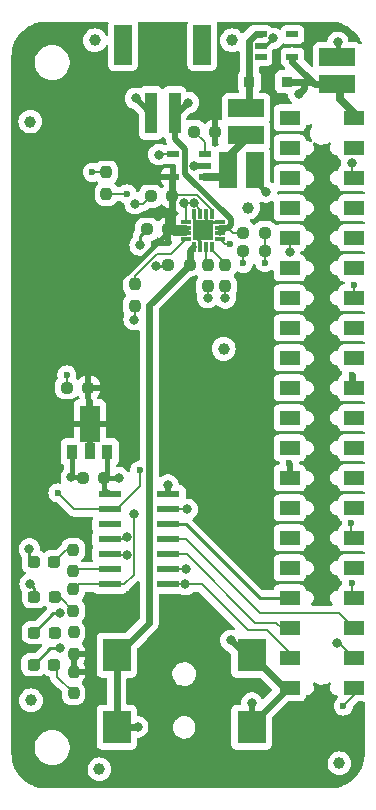
<source format=gbr>
%TF.GenerationSoftware,KiCad,Pcbnew,7.0.9*%
%TF.CreationDate,2023-12-06T19:43:01+08:00*%
%TF.ProjectId,RPI_Pico_header_attiny84_with_solar_Test_Pads_r5,5250495f-5069-4636-9f5f-686561646572,rev?*%
%TF.SameCoordinates,Original*%
%TF.FileFunction,Copper,L1,Top*%
%TF.FilePolarity,Positive*%
%FSLAX46Y46*%
G04 Gerber Fmt 4.6, Leading zero omitted, Abs format (unit mm)*
G04 Created by KiCad (PCBNEW 7.0.9) date 2023-12-06 19:43:01*
%MOMM*%
%LPD*%
G01*
G04 APERTURE LIST*
G04 Aperture macros list*
%AMRoundRect*
0 Rectangle with rounded corners*
0 $1 Rounding radius*
0 $2 $3 $4 $5 $6 $7 $8 $9 X,Y pos of 4 corners*
0 Add a 4 corners polygon primitive as box body*
4,1,4,$2,$3,$4,$5,$6,$7,$8,$9,$2,$3,0*
0 Add four circle primitives for the rounded corners*
1,1,$1+$1,$2,$3*
1,1,$1+$1,$4,$5*
1,1,$1+$1,$6,$7*
1,1,$1+$1,$8,$9*
0 Add four rect primitives between the rounded corners*
20,1,$1+$1,$2,$3,$4,$5,0*
20,1,$1+$1,$4,$5,$6,$7,0*
20,1,$1+$1,$6,$7,$8,$9,0*
20,1,$1+$1,$8,$9,$2,$3,0*%
G04 Aperture macros list end*
%TA.AperFunction,SMDPad,CuDef*%
%ADD10RoundRect,0.237500X-0.250000X-0.237500X0.250000X-0.237500X0.250000X0.237500X-0.250000X0.237500X0*%
%TD*%
%TA.AperFunction,SMDPad,CuDef*%
%ADD11C,1.000000*%
%TD*%
%TA.AperFunction,SMDPad,CuDef*%
%ADD12R,1.981200X0.558800*%
%TD*%
%TA.AperFunction,SMDPad,CuDef*%
%ADD13RoundRect,0.237500X0.287500X0.237500X-0.287500X0.237500X-0.287500X-0.237500X0.287500X-0.237500X0*%
%TD*%
%TA.AperFunction,SMDPad,CuDef*%
%ADD14RoundRect,0.237500X-0.237500X0.250000X-0.237500X-0.250000X0.237500X-0.250000X0.237500X0.250000X0*%
%TD*%
%TA.AperFunction,SMDPad,CuDef*%
%ADD15R,1.000000X0.550000*%
%TD*%
%TA.AperFunction,SMDPad,CuDef*%
%ADD16R,2.400000X2.800000*%
%TD*%
%TA.AperFunction,SMDPad,CuDef*%
%ADD17R,1.680000X1.270000*%
%TD*%
%TA.AperFunction,SMDPad,CuDef*%
%ADD18R,3.050000X1.520000*%
%TD*%
%TA.AperFunction,SMDPad,CuDef*%
%ADD19R,1.000000X3.500000*%
%TD*%
%TA.AperFunction,SMDPad,CuDef*%
%ADD20R,1.500000X3.400000*%
%TD*%
%TA.AperFunction,SMDPad,CuDef*%
%ADD21R,1.520000X3.050000*%
%TD*%
%TA.AperFunction,SMDPad,CuDef*%
%ADD22RoundRect,0.237500X0.237500X-0.250000X0.237500X0.250000X-0.237500X0.250000X-0.237500X-0.250000X0*%
%TD*%
%TA.AperFunction,SMDPad,CuDef*%
%ADD23R,0.900000X0.950000*%
%TD*%
%TA.AperFunction,SMDPad,CuDef*%
%ADD24R,0.900000X1.300000*%
%TD*%
%TA.AperFunction,SMDPad,CuDef*%
%ADD25R,0.900000X1.475000*%
%TD*%
%TA.AperFunction,SMDPad,CuDef*%
%ADD26R,1.733000X3.125000*%
%TD*%
%TA.AperFunction,ComponentPad*%
%ADD27C,0.400000*%
%TD*%
%TA.AperFunction,SMDPad,CuDef*%
%ADD28RoundRect,0.007800X0.422200X0.122200X-0.422200X0.122200X-0.422200X-0.122200X0.422200X-0.122200X0*%
%TD*%
%TA.AperFunction,SMDPad,CuDef*%
%ADD29RoundRect,0.007800X0.122200X-0.422200X0.122200X0.422200X-0.122200X0.422200X-0.122200X-0.422200X0*%
%TD*%
%TA.AperFunction,SMDPad,CuDef*%
%ADD30R,1.680000X1.680000*%
%TD*%
%TA.AperFunction,ViaPad*%
%ADD31C,0.800000*%
%TD*%
%TA.AperFunction,ViaPad*%
%ADD32C,0.600000*%
%TD*%
%TA.AperFunction,Conductor*%
%ADD33C,0.200000*%
%TD*%
%TA.AperFunction,Conductor*%
%ADD34C,0.700000*%
%TD*%
%TA.AperFunction,Conductor*%
%ADD35C,0.500000*%
%TD*%
%TA.AperFunction,Conductor*%
%ADD36C,0.250000*%
%TD*%
%TA.AperFunction,Conductor*%
%ADD37C,0.600000*%
%TD*%
%TA.AperFunction,Conductor*%
%ADD38C,0.000000*%
%TD*%
%TA.AperFunction,Conductor*%
%ADD39C,0.400000*%
%TD*%
G04 APERTURE END LIST*
D10*
%TO.P,R1,1*%
%TO.N,N/C*%
X170337500Y-83840000D03*
%TO.P,R1,2*%
%TO.N,VccBQ*%
X172162500Y-83840000D03*
%TD*%
D11*
%TO.P,FID1,*%
%TO.N,*%
X161960000Y-76110000D03*
%TD*%
D12*
%TO.P,U1,GND*%
%TO.N,GND*%
X168150000Y-114545000D03*
%TO.P,U1,PA0*%
%TO.N,N/C*%
X168150000Y-115815000D03*
%TO.P,U1,PA1*%
X168150000Y-117085000D03*
%TO.P,U1,PA2*%
X168150000Y-118355000D03*
%TO.P,U1,PA3*%
X168150000Y-119625000D03*
%TO.P,U1,PA4*%
X168150000Y-120895000D03*
%TO.P,U1,PA5*%
X168150000Y-122165000D03*
%TO.P,U1,PA6*%
X163222400Y-122165000D03*
%TO.P,U1,PA7*%
X163222400Y-120895000D03*
%TO.P,U1,PB0*%
X163222400Y-115815000D03*
%TO.P,U1,PB1*%
X163222400Y-117085000D03*
%TO.P,U1,PB2*%
X163222400Y-119625000D03*
%TO.P,U1,PB3/RST*%
X163222400Y-118355000D03*
%TO.P,U1,VCC*%
%TO.N,3v_to_ATtiny*%
X163222400Y-114545000D03*
%TD*%
D13*
%TO.P,D1,1*%
%TO.N,N/C*%
X158510000Y-128980000D03*
%TO.P,D1,2*%
X156760000Y-128980000D03*
%TD*%
D11*
%TO.P,FID4,*%
%TO.N,*%
X182660000Y-137310000D03*
%TD*%
D10*
%TO.P,C1,1*%
%TO.N,GND*%
X166357500Y-92110000D03*
%TO.P,C1,2*%
%TO.N,VccBQ*%
X168182500Y-92110000D03*
%TD*%
D14*
%TO.P,R4,1*%
%TO.N,N/C*%
X173010000Y-95107500D03*
%TO.P,R4,2*%
%TO.N,GND*%
X173010000Y-96932500D03*
%TD*%
D10*
%TO.P,R1,1*%
%TO.N,VccBattery*%
X174537500Y-92410000D03*
%TO.P,R1,2*%
%TO.N,N/C*%
X176362500Y-92410000D03*
%TD*%
D15*
%TO.P,U4,EN*%
%TO.N,N/C*%
X168550000Y-85770000D03*
%TO.P,U4,FLG*%
X171250000Y-85770000D03*
%TO.P,U4,GND*%
%TO.N,GND*%
X171250000Y-86720000D03*
%TO.P,U4,IN*%
%TO.N,VccBQ*%
X168550000Y-87670000D03*
%TO.P,U4,OUT*%
%TO.N,N/C*%
X171250000Y-87670000D03*
%TD*%
D16*
%TO.P,J3,1A*%
%TO.N,VccSolar*%
X163820000Y-128170000D03*
%TO.P,J3,1B*%
X163820000Y-134270000D03*
%TO.P,J3,2*%
%TO.N,GND*%
X175220000Y-134270000D03*
%TO.P,J3,3*%
X175220000Y-128170000D03*
%TD*%
D11*
%TO.P,FID3,*%
%TO.N,*%
X156480000Y-82990000D03*
%TD*%
D10*
%TO.P,R1,1*%
%TO.N,GND*%
X174537500Y-93920000D03*
%TO.P,R1,2*%
%TO.N,N/C*%
X176362500Y-93920000D03*
%TD*%
D17*
%TO.P,REF\u002A\u002A,01*%
%TO.N,5v2RPi*%
X183890000Y-82680000D03*
%TO.P,REF\u002A\u002A,02*%
%TO.N,N/C*%
X178450000Y-82680000D03*
%TO.P,REF\u002A\u002A,03*%
X183890000Y-85220000D03*
%TO.P,REF\u002A\u002A,04*%
X178450000Y-85220000D03*
%TO.P,REF\u002A\u002A,06*%
X178450000Y-87760000D03*
%TO.P,REF\u002A\u002A,07*%
X183890000Y-90300000D03*
%TO.P,REF\u002A\u002A,08*%
X178450000Y-90300000D03*
%TO.P,REF\u002A\u002A,09*%
X183890000Y-92840000D03*
%TO.P,REF\u002A\u002A,11*%
X183890000Y-95380000D03*
%TO.P,REF\u002A\u002A,12*%
X178450000Y-95380000D03*
%TO.P,REF\u002A\u002A,14*%
X178450000Y-97920000D03*
%TO.P,REF\u002A\u002A,15*%
X183890000Y-100460000D03*
%TO.P,REF\u002A\u002A,16*%
X178450000Y-100460000D03*
%TO.P,REF\u002A\u002A,17*%
X183890000Y-103000000D03*
%TO.P,REF\u002A\u002A,18*%
X178450000Y-103000000D03*
%TO.P,REF\u002A\u002A,20*%
X178450000Y-105540000D03*
%TO.P,REF\u002A\u002A,21*%
X183890000Y-108080000D03*
%TO.P,REF\u002A\u002A,22*%
X178450000Y-108080000D03*
%TO.P,REF\u002A\u002A,23*%
X183890000Y-110620000D03*
%TO.P,REF\u002A\u002A,24*%
X178450000Y-110620000D03*
%TO.P,REF\u002A\u002A,25*%
X183890000Y-113160000D03*
%TO.P,REF\u002A\u002A,27*%
X183890000Y-115700000D03*
%TO.P,REF\u002A\u002A,28*%
X178450000Y-115700000D03*
%TO.P,REF\u002A\u002A,30*%
X178450000Y-118240000D03*
%TO.P,REF\u002A\u002A,31*%
X183890000Y-120780000D03*
%TO.P,REF\u002A\u002A,32*%
X178450000Y-120780000D03*
%TO.P,REF\u002A\u002A,34*%
X178450000Y-123320000D03*
%TO.P,REF\u002A\u002A,35*%
X183890000Y-125860000D03*
%TO.P,REF\u002A\u002A,36*%
X178450000Y-125860000D03*
%TO.P,REF\u002A\u002A,37*%
X183890000Y-128400000D03*
%TO.P,REF\u002A\u002A,38*%
X178450000Y-128400000D03*
%TO.P,REF\u002A\u002A,39*%
X183890000Y-130940000D03*
%TO.P,REF\u002A\u002A,GND*%
%TO.N,GND*%
X178450000Y-92840000D03*
X178450000Y-113160000D03*
X178450000Y-130940000D03*
X183890000Y-87760000D03*
X183890000Y-97920000D03*
X183890000Y-105540000D03*
X183890000Y-118240000D03*
X183890000Y-123320000D03*
%TD*%
D10*
%TO.P,C1,1*%
%TO.N,GND*%
X166677500Y-89310000D03*
%TO.P,C1,2*%
%TO.N,VccBQ*%
X168502500Y-89310000D03*
%TD*%
D18*
%TO.P,L1,1*%
%TO.N,N/C*%
X174770000Y-84140000D03*
%TO.P,L1,2*%
X174770000Y-81850000D03*
%TD*%
D11*
%TO.P,FID2,*%
%TO.N,*%
X173570000Y-76110000D03*
%TD*%
D19*
%TO.P,J1,1*%
%TO.N,VccBattery*%
X168700000Y-82260000D03*
%TO.P,J1,2*%
%TO.N,GND*%
X166700000Y-82260000D03*
D20*
%TO.P,J1,S1*%
%TO.N,N/C*%
X171050000Y-76510000D03*
%TO.P,J1,S2*%
X164350000Y-76510000D03*
%TD*%
D11*
%TO.P,FID7,*%
%TO.N,*%
X174930000Y-90270000D03*
%TD*%
D13*
%TO.P,D1,1*%
%TO.N,N/C*%
X158527500Y-120260000D03*
%TO.P,D1,2*%
%TO.N,GND*%
X156777500Y-120260000D03*
%TD*%
D21*
%TO.P,C3,1*%
%TO.N,N/C*%
X173230000Y-87050000D03*
%TO.P,C3,2*%
%TO.N,GND*%
X175520000Y-87050000D03*
%TD*%
D11*
%TO.P,FID5,*%
%TO.N,*%
X162340000Y-137830000D03*
%TD*%
D18*
%TO.P,C3,1*%
%TO.N,5v2RPi*%
X182470000Y-79840000D03*
%TO.P,C3,2*%
%TO.N,GND*%
X182470000Y-77550000D03*
%TD*%
D22*
%TO.P,R4,1*%
%TO.N,GND*%
X165310000Y-98595000D03*
%TO.P,R4,2*%
%TO.N,N/C*%
X165310000Y-96770000D03*
%TD*%
D13*
%TO.P,D1,1*%
%TO.N,N/C*%
X158540000Y-126250000D03*
%TO.P,D1,2*%
X156790000Y-126250000D03*
%TD*%
D23*
%TO.P,D2,A*%
%TO.N,N/C*%
X175030000Y-79620000D03*
%TO.P,D2,K*%
%TO.N,5v2RPi*%
X178180000Y-79620000D03*
%TD*%
D10*
%TO.P,C1,1*%
%TO.N,GND*%
X160937500Y-113140000D03*
%TO.P,C1,2*%
%TO.N,3v_to_ATtiny*%
X162762500Y-113140000D03*
%TD*%
D24*
%TO.P,U2,1*%
%TO.N,GND*%
X160020000Y-110957500D03*
D25*
%TO.P,U2,2*%
%TO.N,VccBQ*%
X161520000Y-110870000D03*
D26*
%TO.P,U2,2.1*%
X161520000Y-108570000D03*
D24*
%TO.P,U2,3*%
%TO.N,3v_to_ATtiny*%
X163020000Y-110957500D03*
%TD*%
D10*
%TO.P,C1,1*%
%TO.N,GND*%
X159577500Y-105510000D03*
%TO.P,C1,2*%
%TO.N,VccBQ*%
X161402500Y-105510000D03*
%TD*%
D14*
%TO.P,R2,1*%
%TO.N,N/C*%
X160120000Y-119245000D03*
%TO.P,R2,2*%
X160120000Y-121070000D03*
%TD*%
%TO.P,R2,1*%
%TO.N,N/C*%
X160150000Y-126240000D03*
%TO.P,R2,2*%
%TO.N,VccBQ*%
X160150000Y-128065000D03*
%TD*%
D22*
%TO.P,R2,1*%
%TO.N,N/C*%
X160150000Y-131395000D03*
%TO.P,R2,2*%
%TO.N,VccBQ*%
X160150000Y-129570000D03*
%TD*%
D10*
%TO.P,C1,1*%
%TO.N,GND*%
X168157500Y-95090000D03*
%TO.P,C1,2*%
%TO.N,VccSolar*%
X169982500Y-95090000D03*
%TD*%
D27*
%TO.P,U3,18*%
%TO.N,GND*%
X171080000Y-92205000D03*
%TO.P,U3,19*%
X170500000Y-92785000D03*
%TO.P,U3,20*%
X170500000Y-91625000D03*
%TO.P,U3,21*%
X171660000Y-92785000D03*
%TO.P,U3,22*%
X171660000Y-91625000D03*
D28*
%TO.P,U3,BATT*%
%TO.N,VccBattery*%
X172515000Y-92455000D03*
%TO.P,U3,Batt*%
X172515000Y-91955000D03*
%TO.P,U3,CE*%
%TO.N,GND*%
X172515000Y-91455000D03*
%TO.P,U3,CHG*%
%TO.N,N/C*%
X169645000Y-91455000D03*
D29*
%TO.P,U3,EN1*%
%TO.N,GND*%
X171330000Y-90770000D03*
%TO.P,U3,EN2*%
%TO.N,VccBQ*%
X171830000Y-90770000D03*
%TO.P,U3,GND*%
%TO.N,GND*%
X170330000Y-90770000D03*
D28*
%TO.P,U3,ILM*%
%TO.N,N/C*%
X169645000Y-92955000D03*
D29*
%TO.P,U3,IN*%
%TO.N,VccSolar*%
X170330000Y-93640000D03*
%TO.P,U3,ISET*%
%TO.N,N/C*%
X171830000Y-93640000D03*
D28*
%TO.P,U3,OUT*%
%TO.N,VccBQ*%
X169645000Y-92455000D03*
X169645000Y-91955000D03*
D29*
%TO.P,U3,PGOOD*%
%TO.N,N/C*%
X170830000Y-90770000D03*
%TO.P,U3,TD*%
X171330000Y-93640000D03*
%TO.P,U3,TMR*%
%TO.N,GND*%
X170830000Y-93640000D03*
D28*
%TO.P,U3,TS*%
%TO.N,N/C*%
X172515000Y-92955000D03*
D30*
%TO.P,U3,Thermal GND*%
%TO.N,GND*%
X171080000Y-92205000D03*
%TD*%
D11*
%TO.P,FID6,*%
%TO.N,*%
X156550000Y-131980000D03*
%TD*%
D14*
%TO.P,R1,1*%
%TO.N,N/C*%
X171500000Y-95120000D03*
%TO.P,R1,2*%
%TO.N,GND*%
X171500000Y-96945000D03*
%TD*%
D13*
%TO.P,D1,1*%
%TO.N,N/C*%
X158562500Y-123210000D03*
%TO.P,D1,2*%
%TO.N,GND*%
X156812500Y-123210000D03*
%TD*%
D15*
%TO.P,U5,GND*%
%TO.N,GND*%
X175980000Y-76560000D03*
%TO.P,U5,NC*%
%TO.N,N/C*%
X178680000Y-75610000D03*
X175980000Y-77510000D03*
%TO.P,U5,SW*%
X175980000Y-75610000D03*
%TO.P,U5,Vout*%
%TO.N,5v2RPi*%
X178680000Y-77510000D03*
%TD*%
D11*
%TO.P,FID7,*%
%TO.N,*%
X172860000Y-102230000D03*
%TD*%
D22*
%TO.P,R1,1*%
%TO.N,N/C*%
X162930000Y-89112500D03*
%TO.P,R1,2*%
%TO.N,GND*%
X162930000Y-87287500D03*
%TD*%
D14*
%TO.P,R2,1*%
%TO.N,N/C*%
X160140000Y-122595000D03*
%TO.P,R2,2*%
X160140000Y-124420000D03*
%TD*%
D31*
%TO.N,*%
X170310000Y-89839500D03*
D32*
X158830000Y-114430000D03*
D31*
X182460000Y-127150000D03*
X165240000Y-116220000D03*
X167380000Y-85780000D03*
X169620000Y-122175000D03*
D32*
X165760500Y-112500000D03*
X164680000Y-89112500D03*
D31*
X158970000Y-127580000D03*
X164700000Y-119650000D03*
D32*
X173405122Y-93374878D03*
D31*
X169770000Y-115815000D03*
X158980000Y-124610000D03*
D32*
X176370000Y-94940000D03*
D31*
X169467973Y-89839500D03*
X164670000Y-118190000D03*
X169650000Y-120905000D03*
D32*
X182980000Y-132470000D03*
D31*
%TO.N,5v2RPi*%
X179200000Y-80610000D03*
D32*
%TO.N,GND*%
X183720000Y-122060000D03*
D31*
X165780000Y-93450000D03*
X159960000Y-113120000D03*
X165290000Y-99760000D03*
X156410000Y-119190000D03*
X171520000Y-97882000D03*
X156470000Y-122130000D03*
D32*
X178420000Y-111910000D03*
D31*
X173000000Y-97919500D03*
X167170000Y-95190000D03*
X176440000Y-88950000D03*
D32*
X183890000Y-96860000D03*
X161750000Y-87280000D03*
D31*
X165400000Y-81010000D03*
D32*
X174530000Y-94982500D03*
X159580000Y-104440000D03*
D31*
X178450000Y-94050000D03*
X173470000Y-126920000D03*
X182520000Y-76290498D03*
X177020000Y-75940000D03*
X183710000Y-86490000D03*
X175240000Y-132220000D03*
D32*
X183690000Y-104430000D03*
D31*
X168150000Y-113755000D03*
D32*
X183680000Y-116980000D03*
D31*
X165360000Y-89930000D03*
X170340000Y-86720000D03*
%TO.N,VccSolar*%
X165580000Y-134230000D03*
%TO.N,VccBattery*%
X169860000Y-81380000D03*
D32*
%TO.N,VccBQ*%
X165150000Y-102260000D03*
X167990000Y-99440000D03*
D31*
%TO.N,3v_to_ATtiny*%
X163970000Y-113140000D03*
%TD*%
D33*
%TO.N,*%
X176362500Y-93920000D02*
X176362500Y-94932500D01*
X175935000Y-124580000D02*
X182610000Y-124580000D01*
X160295000Y-120895000D02*
X160120000Y-121070000D01*
X164505000Y-118355000D02*
X164670000Y-118190000D01*
D34*
X171250000Y-87670000D02*
X172615000Y-87670000D01*
D33*
X171330000Y-94950000D02*
X171500000Y-95120000D01*
D35*
X173230000Y-87050000D02*
X173230000Y-85960000D01*
D33*
X171250000Y-84752500D02*
X171250000Y-85770000D01*
X160120000Y-119245000D02*
X159542500Y-119245000D01*
X170310000Y-89839500D02*
X170310000Y-89911726D01*
X164680000Y-89112500D02*
X162930000Y-89112500D01*
X177330000Y-125430000D02*
X177760000Y-125860000D01*
D35*
X172615000Y-87670000D02*
X173235000Y-87050000D01*
D33*
X183890000Y-130940000D02*
X183890000Y-131560000D01*
X168150000Y-118355000D02*
X169650000Y-118355000D01*
D34*
X173230000Y-85960000D02*
X175050000Y-84140000D01*
D33*
X169467973Y-89839500D02*
X169645000Y-90016527D01*
X160140000Y-124420000D02*
X159085000Y-123365000D01*
X169620000Y-119625000D02*
X169745000Y-119625000D01*
X163222400Y-122165000D02*
X160570000Y-122165000D01*
X169610000Y-122165000D02*
X169620000Y-122175000D01*
X170985000Y-122175000D02*
X169620000Y-122175000D01*
X169650000Y-118355000D02*
X169680000Y-118325000D01*
D36*
X158160000Y-127580000D02*
X156760000Y-128980000D01*
X158430000Y-124610000D02*
X156790000Y-126250000D01*
D33*
X176362500Y-92410000D02*
X176362500Y-93920000D01*
X176550000Y-126070000D02*
X178450000Y-127970000D01*
X169745000Y-119625000D02*
X175550000Y-125430000D01*
X163247400Y-119650000D02*
X163222400Y-119625000D01*
X167390000Y-85770000D02*
X168550000Y-85770000D01*
D36*
X158970000Y-127580000D02*
X158160000Y-127580000D01*
D33*
X169645000Y-90016527D02*
X169645000Y-91455000D01*
X163222400Y-120895000D02*
X160295000Y-120895000D01*
X170337500Y-83840000D02*
X171250000Y-84752500D01*
X165760500Y-112500000D02*
X165760500Y-113876900D01*
D37*
X175555000Y-75610000D02*
X175980000Y-75610000D01*
X175030000Y-81590000D02*
X174770000Y-81850000D01*
D33*
X165240000Y-116220000D02*
X165240000Y-121340000D01*
X167210000Y-94160000D02*
X165310000Y-96060000D01*
X160215000Y-115815000D02*
X163222400Y-115815000D01*
X168150000Y-115815000D02*
X169770000Y-115815000D01*
X158785000Y-130030000D02*
X158785000Y-129255000D01*
X176362500Y-94932500D02*
X176370000Y-94940000D01*
X160570000Y-122165000D02*
X160140000Y-122595000D01*
X182640000Y-127150000D02*
X183890000Y-128400000D01*
X178450000Y-127970000D02*
X178450000Y-128400000D01*
X182460000Y-127150000D02*
X182640000Y-127150000D01*
X174880000Y-126070000D02*
X170985000Y-122175000D01*
X168150000Y-119625000D02*
X169620000Y-119625000D01*
X176550000Y-126070000D02*
X174880000Y-126070000D01*
X159542500Y-119245000D02*
X158527500Y-120260000D01*
X165760500Y-113876900D02*
X163822400Y-115815000D01*
D37*
X175030000Y-79620000D02*
X175030000Y-76135000D01*
D33*
X171830000Y-93640000D02*
X171830000Y-93820000D01*
X168150000Y-120895000D02*
X169640000Y-120895000D01*
D36*
X169670000Y-117085000D02*
X175905000Y-123320000D01*
D33*
X177760000Y-125860000D02*
X178450000Y-125860000D01*
X164415000Y-122165000D02*
X163222400Y-122165000D01*
X171330000Y-94790000D02*
X171450000Y-94910000D01*
X163822400Y-115815000D02*
X163222400Y-115815000D01*
X171330000Y-93640000D02*
X171330000Y-94950000D01*
X159085000Y-123365000D02*
X158575000Y-123365000D01*
X171830000Y-93820000D02*
X172920000Y-94910000D01*
X169640000Y-120895000D02*
X169650000Y-120905000D01*
X168150000Y-122165000D02*
X169610000Y-122165000D01*
X172934878Y-93374878D02*
X172515000Y-92955000D01*
X165240000Y-121340000D02*
X164415000Y-122165000D01*
X168440000Y-94160000D02*
X167210000Y-94160000D01*
X162922500Y-89120000D02*
X162930000Y-89112500D01*
X158785000Y-130030000D02*
X160150000Y-131395000D01*
X169645000Y-92955000D02*
X168440000Y-94160000D01*
X169620000Y-119625000D02*
X169630000Y-119615000D01*
X164700000Y-119650000D02*
X163247400Y-119650000D01*
X163222400Y-118355000D02*
X164505000Y-118355000D01*
D37*
X175030000Y-76135000D02*
X175555000Y-75610000D01*
D33*
X158830000Y-114430000D02*
X160215000Y-115815000D01*
X171330000Y-94900000D02*
X171500000Y-95070000D01*
X165310000Y-96060000D02*
X165310000Y-96770000D01*
X175550000Y-125430000D02*
X177330000Y-125430000D01*
X170310000Y-89911726D02*
X170830000Y-90431726D01*
D36*
X175905000Y-123320000D02*
X178450000Y-123320000D01*
D33*
X169680000Y-118325000D02*
X175935000Y-124580000D01*
X158785000Y-129255000D02*
X158510000Y-128980000D01*
X173405122Y-93374878D02*
X172934878Y-93374878D01*
X170830000Y-90431726D02*
X170830000Y-90770000D01*
X171330000Y-93640000D02*
X171330000Y-94900000D01*
X167380000Y-85780000D02*
X167390000Y-85770000D01*
X182610000Y-124580000D02*
X183890000Y-125860000D01*
D36*
X158980000Y-124610000D02*
X158430000Y-124610000D01*
X168150000Y-117085000D02*
X169670000Y-117085000D01*
D37*
X175030000Y-79620000D02*
X175030000Y-81590000D01*
D33*
X183890000Y-131560000D02*
X182980000Y-132470000D01*
D38*
X171330000Y-94260000D02*
X171370000Y-94300000D01*
D35*
%TO.N,5v2RPi*%
X180390000Y-79620000D02*
X180610000Y-79840000D01*
D37*
X178680000Y-77910000D02*
X178680000Y-77510000D01*
X179670000Y-79620000D02*
X180390000Y-79620000D01*
X179200000Y-80610000D02*
X179680000Y-80130000D01*
X182470000Y-79840000D02*
X180610000Y-79840000D01*
X179615000Y-78845000D02*
X178680000Y-77910000D01*
X182740000Y-80110000D02*
X182470000Y-79840000D01*
X178180000Y-79620000D02*
X179670000Y-79620000D01*
X183890000Y-82260000D02*
X183890000Y-82680000D01*
D34*
X182740000Y-81110000D02*
X183890000Y-82260000D01*
X182740000Y-81110000D02*
X182740000Y-80110000D01*
X182740000Y-81110000D02*
X182740000Y-80850000D01*
D37*
X179680000Y-80130000D02*
X179680000Y-79630000D01*
X179615000Y-78845000D02*
X180610000Y-79840000D01*
D33*
%TO.N,GND*%
X183720000Y-123150000D02*
X183890000Y-123320000D01*
X166057500Y-89930000D02*
X166677500Y-89310000D01*
D36*
X170330000Y-91455000D02*
X170500000Y-91625000D01*
X175980000Y-76560000D02*
X176400000Y-76560000D01*
X172515000Y-91455000D02*
X171830000Y-91455000D01*
D37*
X183690000Y-104430000D02*
X183690000Y-105340000D01*
D33*
X173010000Y-97909500D02*
X173000000Y-97919500D01*
X159577500Y-105510000D02*
X159577500Y-104442500D01*
D36*
X168057500Y-95190000D02*
X168157500Y-95090000D01*
D33*
X182520000Y-77500000D02*
X182470000Y-77550000D01*
D39*
X160020000Y-113060000D02*
X159960000Y-113120000D01*
D33*
X170300000Y-86740000D02*
X170310000Y-86750000D01*
X174537500Y-93920000D02*
X174537500Y-94975000D01*
D35*
X175220000Y-132240000D02*
X175240000Y-132220000D01*
D36*
X156410000Y-119190000D02*
X156410000Y-119892500D01*
D33*
X161757500Y-87287500D02*
X161750000Y-87280000D01*
X171520000Y-97882000D02*
X171520000Y-96965000D01*
X183710000Y-86490000D02*
X183710000Y-87580000D01*
D36*
X171330000Y-91295000D02*
X171330000Y-90770000D01*
X156470000Y-122130000D02*
X156830000Y-122490000D01*
D33*
X183710000Y-87580000D02*
X183890000Y-87760000D01*
D35*
X166650000Y-82260000D02*
X165400000Y-81010000D01*
D36*
X176400000Y-76560000D02*
X177020000Y-75940000D01*
D39*
X175525000Y-88035000D02*
X175525000Y-86330000D01*
D36*
X156830000Y-122490000D02*
X156830000Y-123360000D01*
D33*
X178450000Y-111940000D02*
X178420000Y-111910000D01*
D38*
X174537500Y-94975000D02*
X174530000Y-94982500D01*
D37*
X175220000Y-128170000D02*
X177990000Y-130940000D01*
D39*
X176440000Y-88950000D02*
X175525000Y-88035000D01*
D33*
X183890000Y-96860000D02*
X183890000Y-97920000D01*
X173010000Y-96932500D02*
X173010000Y-97909500D01*
X159577500Y-104442500D02*
X159580000Y-104440000D01*
D36*
X165780000Y-92687500D02*
X166357500Y-92110000D01*
D33*
X183680000Y-116980000D02*
X183680000Y-118030000D01*
X166500000Y-82100000D02*
X166650000Y-82250000D01*
D35*
X178450000Y-113160000D02*
X178450000Y-111940000D01*
D33*
X165310000Y-98595000D02*
X165310000Y-99740000D01*
D37*
X174720000Y-128170000D02*
X173470000Y-126920000D01*
D33*
X171520000Y-96965000D02*
X171500000Y-96945000D01*
X183680000Y-118030000D02*
X183890000Y-118240000D01*
D36*
X165780000Y-93450000D02*
X165780000Y-92687500D01*
X170330000Y-90770000D02*
X170330000Y-91455000D01*
D33*
X166700000Y-82260000D02*
X166650000Y-82260000D01*
X178450000Y-94050000D02*
X178450000Y-92840000D01*
D36*
X171830000Y-91455000D02*
X171660000Y-91625000D01*
D39*
X160020000Y-110957500D02*
X160020000Y-113060000D01*
D33*
X162930000Y-87287500D02*
X161757500Y-87287500D01*
X165360000Y-89930000D02*
X166057500Y-89930000D01*
D35*
X168150000Y-113755000D02*
X168150000Y-114545000D01*
D37*
X178265000Y-130940000D02*
X178010000Y-130940000D01*
X175220000Y-133985000D02*
X178265000Y-130940000D01*
X175220000Y-128170000D02*
X174720000Y-128170000D01*
D33*
X183720000Y-122060000D02*
X183720000Y-123150000D01*
X183690000Y-105340000D02*
X183890000Y-105540000D01*
D36*
X171660000Y-91625000D02*
X171330000Y-91295000D01*
D35*
X175220000Y-134270000D02*
X175220000Y-133985000D01*
D33*
X165310000Y-99740000D02*
X165290000Y-99760000D01*
D36*
X171330000Y-91955000D02*
X171080000Y-92205000D01*
D39*
X182520000Y-76290498D02*
X182520000Y-77500000D01*
D36*
X167170000Y-95190000D02*
X168057500Y-95190000D01*
D39*
X159960000Y-113120000D02*
X160917500Y-113120000D01*
X160917500Y-113120000D02*
X160937500Y-113140000D01*
D36*
X156410000Y-119892500D02*
X156777500Y-120260000D01*
X170830000Y-93115000D02*
X170500000Y-92785000D01*
D35*
X170310000Y-86750000D02*
X171210000Y-86750000D01*
D37*
X177990000Y-130940000D02*
X178265000Y-130940000D01*
D36*
X170830000Y-93640000D02*
X170830000Y-93115000D01*
D35*
X175220000Y-134270000D02*
X175220000Y-132240000D01*
D37*
%TO.N,VccSolar*%
X163820000Y-128170000D02*
X163820000Y-134270000D01*
D33*
X170050000Y-93930000D02*
X169982500Y-93997500D01*
D37*
X165540000Y-134270000D02*
X165580000Y-134230000D01*
X166560000Y-125430000D02*
X163820000Y-128170000D01*
X163820000Y-134270000D02*
X165540000Y-134270000D01*
X166560000Y-98512500D02*
X166560000Y-125430000D01*
D33*
X170050000Y-93920000D02*
X170050000Y-93930000D01*
D37*
X169982500Y-95090000D02*
X166560000Y-98512500D01*
X169982500Y-93997500D02*
X169982500Y-95090000D01*
D35*
X170330000Y-93640000D02*
X170050000Y-93920000D01*
D33*
%TO.N,VccBattery*%
X174497500Y-92410000D02*
X173676000Y-92410000D01*
D35*
X173460000Y-91270000D02*
X169710000Y-87520000D01*
X172515000Y-91955000D02*
X173221000Y-91955000D01*
X168980000Y-82260000D02*
X169860000Y-81380000D01*
X169550000Y-85270000D02*
X169550000Y-87360000D01*
D33*
X168631396Y-83900000D02*
X168520000Y-83900000D01*
D35*
X169550000Y-87360000D02*
X169710000Y-87520000D01*
X172871000Y-92099000D02*
X172515000Y-92455000D01*
X168700000Y-82260000D02*
X168700000Y-84420000D01*
X173015000Y-91955000D02*
X172871000Y-92099000D01*
X173460000Y-91716000D02*
X173460000Y-91270000D01*
X173221000Y-91955000D02*
X173460000Y-91716000D01*
X173221000Y-91955000D02*
X173015000Y-91955000D01*
X168700000Y-82260000D02*
X168980000Y-82260000D01*
D33*
X173676000Y-92410000D02*
X173221000Y-91955000D01*
D35*
X168700000Y-84420000D02*
X169550000Y-85270000D01*
D36*
%TO.N,VccBQ*%
X168535000Y-91955000D02*
X168350000Y-92140000D01*
D39*
X168502500Y-87717500D02*
X168550000Y-87670000D01*
D33*
X168630000Y-89240000D02*
X168510000Y-89360000D01*
D36*
X168510000Y-91930000D02*
X168535000Y-91955000D01*
D33*
X171830000Y-90770000D02*
X171830000Y-90431726D01*
D35*
X169645000Y-91955000D02*
X168535000Y-91955000D01*
X168510000Y-89317500D02*
X168502500Y-89310000D01*
D37*
X168510000Y-91930000D02*
X168510000Y-89317500D01*
D35*
X161520000Y-108570000D02*
X161520000Y-110870000D01*
D39*
X161680000Y-108030000D02*
X161680000Y-109830000D01*
D37*
X168502500Y-89310000D02*
X168502500Y-87717500D01*
D39*
X161410000Y-99020000D02*
X168290000Y-92140000D01*
D33*
X171830000Y-90431726D02*
X170638274Y-89240000D01*
X170638274Y-89240000D02*
X168630000Y-89240000D01*
D39*
X161410000Y-99020000D02*
X161410000Y-107000000D01*
D35*
X169645000Y-91955000D02*
X169645000Y-92455000D01*
X168665000Y-92455000D02*
X168350000Y-92140000D01*
D36*
X161430000Y-105890000D02*
X161430000Y-106810000D01*
D39*
X168290000Y-92140000D02*
X168350000Y-92140000D01*
D35*
X169645000Y-92455000D02*
X168665000Y-92455000D01*
D36*
X161420000Y-105880000D02*
X161430000Y-105890000D01*
D33*
%TO.N,3v_to_ATtiny*%
X163020000Y-113020000D02*
X162960000Y-113080000D01*
D39*
X162762500Y-113140000D02*
X163970000Y-113140000D01*
X162762500Y-114085100D02*
X163222400Y-114545000D01*
X163020000Y-110957500D02*
X163020000Y-112882500D01*
X163020000Y-112882500D02*
X162762500Y-113140000D01*
X162762500Y-113140000D02*
X162762500Y-114085100D01*
%TD*%
%TA.AperFunction,Conductor*%
%TO.N,VccBQ*%
G36*
X163051906Y-74540502D02*
G01*
X163098399Y-74594158D01*
X163108503Y-74664432D01*
X163101842Y-74690526D01*
X163098442Y-74699643D01*
X163098009Y-74700804D01*
X163091500Y-74761350D01*
X163091500Y-75601451D01*
X163071498Y-75669572D01*
X163017842Y-75716065D01*
X162947568Y-75726169D01*
X162882988Y-75696675D01*
X162854378Y-75660847D01*
X162795909Y-75551461D01*
X162772114Y-75522467D01*
X162670883Y-75399117D01*
X162518538Y-75274090D01*
X162458730Y-75242122D01*
X162344728Y-75181186D01*
X162156125Y-75123974D01*
X161960003Y-75104659D01*
X161959997Y-75104659D01*
X161763875Y-75123974D01*
X161763873Y-75123974D01*
X161575271Y-75181186D01*
X161401461Y-75274090D01*
X161249117Y-75399117D01*
X161124090Y-75551461D01*
X161031186Y-75725271D01*
X160973974Y-75913873D01*
X160973974Y-75913875D01*
X160954659Y-76109996D01*
X160954659Y-76110003D01*
X160973974Y-76306124D01*
X160973974Y-76306126D01*
X161031186Y-76494728D01*
X161076586Y-76579664D01*
X161124090Y-76668538D01*
X161249117Y-76820883D01*
X161401462Y-76945910D01*
X161481689Y-76988792D01*
X161568137Y-77035000D01*
X161575273Y-77038814D01*
X161763868Y-77096024D01*
X161763872Y-77096024D01*
X161763874Y-77096025D01*
X161959997Y-77115341D01*
X161960000Y-77115341D01*
X161960003Y-77115341D01*
X162156124Y-77096025D01*
X162156126Y-77096025D01*
X162156127Y-77096024D01*
X162156132Y-77096024D01*
X162344727Y-77038814D01*
X162518538Y-76945910D01*
X162670883Y-76820883D01*
X162795910Y-76668538D01*
X162854378Y-76559151D01*
X162904130Y-76508504D01*
X162973367Y-76492794D01*
X163040106Y-76517010D01*
X163083158Y-76573464D01*
X163091500Y-76618548D01*
X163091500Y-78258649D01*
X163098009Y-78319196D01*
X163098011Y-78319204D01*
X163149110Y-78456202D01*
X163149112Y-78456207D01*
X163236738Y-78573261D01*
X163353792Y-78660887D01*
X163353794Y-78660888D01*
X163353796Y-78660889D01*
X163412875Y-78682924D01*
X163490795Y-78711988D01*
X163490803Y-78711990D01*
X163551350Y-78718499D01*
X163551355Y-78718499D01*
X163551362Y-78718500D01*
X163551368Y-78718500D01*
X165148632Y-78718500D01*
X165148638Y-78718500D01*
X165148645Y-78718499D01*
X165148649Y-78718499D01*
X165209196Y-78711990D01*
X165209199Y-78711989D01*
X165209201Y-78711989D01*
X165346204Y-78660889D01*
X165401507Y-78619490D01*
X165463261Y-78573261D01*
X165550887Y-78456207D01*
X165550887Y-78456206D01*
X165550889Y-78456204D01*
X165601989Y-78319201D01*
X165603528Y-78304891D01*
X165608499Y-78258649D01*
X165608500Y-78258632D01*
X165608500Y-74761367D01*
X165608499Y-74761350D01*
X165601990Y-74700804D01*
X165601989Y-74700802D01*
X165601989Y-74700799D01*
X165598159Y-74690532D01*
X165593094Y-74619720D01*
X165627117Y-74557407D01*
X165689429Y-74523380D01*
X165716215Y-74520500D01*
X169683785Y-74520500D01*
X169751906Y-74540502D01*
X169798399Y-74594158D01*
X169808503Y-74664432D01*
X169801842Y-74690526D01*
X169798442Y-74699643D01*
X169798009Y-74700804D01*
X169791500Y-74761350D01*
X169791500Y-78258649D01*
X169798009Y-78319196D01*
X169798011Y-78319204D01*
X169849110Y-78456202D01*
X169849112Y-78456207D01*
X169936738Y-78573261D01*
X170053792Y-78660887D01*
X170053794Y-78660888D01*
X170053796Y-78660889D01*
X170112875Y-78682924D01*
X170190795Y-78711988D01*
X170190803Y-78711990D01*
X170251350Y-78718499D01*
X170251355Y-78718499D01*
X170251362Y-78718500D01*
X170251368Y-78718500D01*
X171848632Y-78718500D01*
X171848638Y-78718500D01*
X171848645Y-78718499D01*
X171848649Y-78718499D01*
X171909196Y-78711990D01*
X171909199Y-78711989D01*
X171909201Y-78711989D01*
X172046204Y-78660889D01*
X172101507Y-78619490D01*
X172163261Y-78573261D01*
X172250887Y-78456207D01*
X172250887Y-78456206D01*
X172250889Y-78456204D01*
X172301989Y-78319201D01*
X172303528Y-78304891D01*
X172308499Y-78258649D01*
X172308500Y-78258632D01*
X172308500Y-74761367D01*
X172308499Y-74761350D01*
X172301990Y-74700804D01*
X172301989Y-74700802D01*
X172301989Y-74700799D01*
X172298159Y-74690532D01*
X172293094Y-74619720D01*
X172327117Y-74557407D01*
X172389429Y-74523380D01*
X172416215Y-74520500D01*
X181813071Y-74520500D01*
X181838356Y-74520500D01*
X181841628Y-74520585D01*
X182146060Y-74536539D01*
X182152609Y-74537228D01*
X182279699Y-74557357D01*
X182452055Y-74584655D01*
X182458505Y-74586026D01*
X182751117Y-74664432D01*
X182751349Y-74664494D01*
X182757612Y-74666528D01*
X183040668Y-74775184D01*
X183046668Y-74777855D01*
X183316813Y-74915501D01*
X183322521Y-74918798D01*
X183576784Y-75083918D01*
X183582112Y-75087789D01*
X183817729Y-75278587D01*
X183822617Y-75282988D01*
X184037010Y-75497381D01*
X184041413Y-75502271D01*
X184232208Y-75737883D01*
X184236081Y-75743215D01*
X184401201Y-75997478D01*
X184404501Y-76003192D01*
X184522270Y-76234327D01*
X184535902Y-76261080D01*
X184549006Y-76330857D01*
X184522306Y-76396641D01*
X184464279Y-76437548D01*
X184393347Y-76440589D01*
X184348126Y-76419151D01*
X184241207Y-76339112D01*
X184241202Y-76339110D01*
X184104204Y-76288011D01*
X184104196Y-76288009D01*
X184043649Y-76281500D01*
X184043638Y-76281500D01*
X183546010Y-76281500D01*
X183477889Y-76261498D01*
X183431396Y-76207842D01*
X183420700Y-76168671D01*
X183413542Y-76100570D01*
X183394899Y-76043194D01*
X183354527Y-75918942D01*
X183259040Y-75753554D01*
X183259038Y-75753552D01*
X183259034Y-75753546D01*
X183131255Y-75611633D01*
X182976752Y-75499380D01*
X182802288Y-75421704D01*
X182615487Y-75381998D01*
X182424513Y-75381998D01*
X182237711Y-75421704D01*
X182063247Y-75499380D01*
X181908744Y-75611633D01*
X181780965Y-75753546D01*
X181780958Y-75753556D01*
X181688398Y-75913875D01*
X181685473Y-75918942D01*
X181670999Y-75963484D01*
X181626457Y-76100570D01*
X181619300Y-76168671D01*
X181592287Y-76234327D01*
X181534065Y-76274957D01*
X181493990Y-76281500D01*
X180896350Y-76281500D01*
X180835803Y-76288009D01*
X180835795Y-76288011D01*
X180698797Y-76339110D01*
X180698792Y-76339112D01*
X180581738Y-76426738D01*
X180494112Y-76543792D01*
X180494110Y-76543797D01*
X180443011Y-76680795D01*
X180443009Y-76680803D01*
X180436500Y-76741350D01*
X180436500Y-78218918D01*
X180416498Y-78287039D01*
X180362842Y-78333532D01*
X180292568Y-78343636D01*
X180227988Y-78314142D01*
X180221405Y-78308013D01*
X179725405Y-77812013D01*
X179691379Y-77749701D01*
X179688500Y-77722918D01*
X179688500Y-77186367D01*
X179688499Y-77186350D01*
X179681990Y-77125803D01*
X179681988Y-77125795D01*
X179638133Y-77008218D01*
X179630889Y-76988796D01*
X179630888Y-76988794D01*
X179630887Y-76988792D01*
X179543261Y-76871738D01*
X179426207Y-76784112D01*
X179426202Y-76784110D01*
X179289204Y-76733011D01*
X179289196Y-76733009D01*
X179228649Y-76726500D01*
X179228638Y-76726500D01*
X178910224Y-76726500D01*
X178868613Y-76719430D01*
X178861047Y-76716783D01*
X178861043Y-76716782D01*
X178861042Y-76716782D01*
X178680000Y-76696384D01*
X178498957Y-76716782D01*
X178498954Y-76716782D01*
X178498953Y-76716783D01*
X178491386Y-76719430D01*
X178449776Y-76726500D01*
X178131350Y-76726500D01*
X178070803Y-76733009D01*
X178070795Y-76733011D01*
X177933797Y-76784110D01*
X177933792Y-76784112D01*
X177816738Y-76871738D01*
X177729112Y-76988792D01*
X177729110Y-76988797D01*
X177678011Y-77125795D01*
X177678009Y-77125803D01*
X177671500Y-77186350D01*
X177671500Y-77833649D01*
X177678009Y-77894196D01*
X177678011Y-77894204D01*
X177729110Y-78031202D01*
X177729112Y-78031207D01*
X177816738Y-78148261D01*
X177909297Y-78217549D01*
X177942257Y-78257609D01*
X177943191Y-78257023D01*
X177961865Y-78286742D01*
X177966111Y-78293499D01*
X177969381Y-78298702D01*
X177972801Y-78304891D01*
X177979694Y-78319204D01*
X177991091Y-78342870D01*
X178017372Y-78375825D01*
X178021463Y-78381591D01*
X178043891Y-78417284D01*
X178048012Y-78421405D01*
X178082038Y-78483717D01*
X178076973Y-78554532D01*
X178034426Y-78611368D01*
X177967906Y-78636179D01*
X177958917Y-78636500D01*
X177681350Y-78636500D01*
X177620803Y-78643009D01*
X177620795Y-78643011D01*
X177483797Y-78694110D01*
X177483792Y-78694112D01*
X177366738Y-78781738D01*
X177279112Y-78898792D01*
X177279110Y-78898797D01*
X177228011Y-79035795D01*
X177228009Y-79035803D01*
X177221500Y-79096350D01*
X177221500Y-80143649D01*
X177228009Y-80204196D01*
X177228011Y-80204204D01*
X177279110Y-80341202D01*
X177279112Y-80341207D01*
X177366738Y-80458261D01*
X177483792Y-80545887D01*
X177483794Y-80545888D01*
X177483796Y-80545889D01*
X177525645Y-80561498D01*
X177620795Y-80596988D01*
X177620803Y-80596990D01*
X177681350Y-80603499D01*
X177681355Y-80603499D01*
X177681362Y-80603500D01*
X178172361Y-80603500D01*
X178240482Y-80623502D01*
X178286975Y-80677158D01*
X178297671Y-80716329D01*
X178306457Y-80799927D01*
X178335299Y-80888691D01*
X178365473Y-80981556D01*
X178365474Y-80981557D01*
X178365476Y-80981561D01*
X178460958Y-81146941D01*
X178460965Y-81146951D01*
X178588744Y-81288864D01*
X178615859Y-81308564D01*
X178659213Y-81364786D01*
X178665289Y-81435522D01*
X178632157Y-81498314D01*
X178570337Y-81533225D01*
X178541798Y-81536500D01*
X177561350Y-81536500D01*
X177500803Y-81543009D01*
X177500795Y-81543011D01*
X177363797Y-81594110D01*
X177363792Y-81594112D01*
X177246738Y-81681738D01*
X177159112Y-81798792D01*
X177159110Y-81798797D01*
X177108011Y-81935795D01*
X177108009Y-81935803D01*
X177101501Y-81996347D01*
X177101500Y-81996367D01*
X177101500Y-83363649D01*
X177108009Y-83424196D01*
X177108011Y-83424204D01*
X177159110Y-83561202D01*
X177159112Y-83561207D01*
X177246738Y-83678261D01*
X177363792Y-83765887D01*
X177363794Y-83765888D01*
X177363796Y-83765889D01*
X177422875Y-83787924D01*
X177500795Y-83816988D01*
X177500803Y-83816990D01*
X177561350Y-83823499D01*
X177561355Y-83823499D01*
X177561362Y-83823500D01*
X177561368Y-83823500D01*
X179338632Y-83823500D01*
X179338638Y-83823500D01*
X179338645Y-83823499D01*
X179338649Y-83823499D01*
X179399196Y-83816990D01*
X179399199Y-83816989D01*
X179399201Y-83816989D01*
X179536204Y-83765889D01*
X179560501Y-83747701D01*
X179653261Y-83678261D01*
X179740887Y-83561207D01*
X179740887Y-83561206D01*
X179740889Y-83561204D01*
X179791989Y-83424201D01*
X179791990Y-83424196D01*
X179796953Y-83378032D01*
X179824122Y-83312440D01*
X179882439Y-83271948D01*
X179922231Y-83265500D01*
X179938366Y-83265500D01*
X179938373Y-83265500D01*
X180052846Y-83250429D01*
X180187693Y-83194574D01*
X180195267Y-83191437D01*
X180195268Y-83191436D01*
X180195276Y-83191433D01*
X180195282Y-83191428D01*
X180199840Y-83188797D01*
X180268834Y-83172054D01*
X180335928Y-83195270D01*
X180379819Y-83251074D01*
X180386573Y-83321749D01*
X180362486Y-83375037D01*
X180325085Y-83423354D01*
X180325081Y-83423361D01*
X180236367Y-83604217D01*
X180236366Y-83604220D01*
X180199217Y-83747701D01*
X180185872Y-83799241D01*
X180185872Y-83799244D01*
X180175669Y-84000427D01*
X180206174Y-84199548D01*
X180206176Y-84199556D01*
X180276136Y-84388453D01*
X180276139Y-84388460D01*
X180366611Y-84533610D01*
X180385669Y-84602001D01*
X180364727Y-84669839D01*
X180310433Y-84715585D01*
X180240026Y-84724717D01*
X180202959Y-84711599D01*
X180202907Y-84711727D01*
X180200477Y-84710720D01*
X180196675Y-84709375D01*
X180195269Y-84708563D01*
X180052846Y-84649571D01*
X179938374Y-84634500D01*
X179938373Y-84634500D01*
X179922231Y-84634500D01*
X179854110Y-84614498D01*
X179807617Y-84560842D01*
X179796953Y-84521968D01*
X179791990Y-84475803D01*
X179791988Y-84475795D01*
X179740889Y-84338797D01*
X179740887Y-84338792D01*
X179653261Y-84221738D01*
X179536207Y-84134112D01*
X179536202Y-84134110D01*
X179399204Y-84083011D01*
X179399196Y-84083009D01*
X179338649Y-84076500D01*
X179338638Y-84076500D01*
X177561362Y-84076500D01*
X177561350Y-84076500D01*
X177500803Y-84083009D01*
X177500795Y-84083011D01*
X177363797Y-84134110D01*
X177363792Y-84134112D01*
X177246738Y-84221738D01*
X177159112Y-84338792D01*
X177159110Y-84338797D01*
X177108011Y-84475795D01*
X177108009Y-84475803D01*
X177101500Y-84536350D01*
X177101500Y-85903649D01*
X177108009Y-85964196D01*
X177108011Y-85964204D01*
X177159110Y-86101202D01*
X177159112Y-86101207D01*
X177246738Y-86218261D01*
X177363792Y-86305887D01*
X177363794Y-86305888D01*
X177363796Y-86305889D01*
X177422875Y-86327924D01*
X177500795Y-86356988D01*
X177500803Y-86356990D01*
X177561350Y-86363499D01*
X177561355Y-86363499D01*
X177561362Y-86363500D01*
X177561368Y-86363500D01*
X179338632Y-86363500D01*
X179338638Y-86363500D01*
X179338645Y-86363499D01*
X179338649Y-86363499D01*
X179399196Y-86356990D01*
X179399199Y-86356989D01*
X179399201Y-86356989D01*
X179536204Y-86305889D01*
X179541484Y-86301937D01*
X179653261Y-86218261D01*
X179740887Y-86101207D01*
X179740887Y-86101206D01*
X179740889Y-86101204D01*
X179791989Y-85964201D01*
X179796953Y-85918032D01*
X179824122Y-85852440D01*
X179882439Y-85811948D01*
X179922231Y-85805500D01*
X179938366Y-85805500D01*
X179938373Y-85805500D01*
X180052846Y-85790429D01*
X180142661Y-85753226D01*
X180195275Y-85731434D01*
X180317583Y-85637583D01*
X180411434Y-85515275D01*
X180433226Y-85462661D01*
X180470429Y-85372846D01*
X180490552Y-85220000D01*
X180470429Y-85067154D01*
X180440364Y-84994569D01*
X180411437Y-84924732D01*
X180411434Y-84924727D01*
X180411433Y-84924724D01*
X180411430Y-84924720D01*
X180408122Y-84918991D01*
X180391379Y-84849997D01*
X180414595Y-84782903D01*
X180470399Y-84739012D01*
X180541074Y-84732258D01*
X180589216Y-84752567D01*
X180686824Y-84820503D01*
X180686825Y-84820503D01*
X180686829Y-84820506D01*
X180871952Y-84899949D01*
X181069276Y-84940500D01*
X181069278Y-84940500D01*
X181220230Y-84940500D01*
X181220231Y-84940500D01*
X181370414Y-84925228D01*
X181562624Y-84864922D01*
X181738759Y-84767159D01*
X181738761Y-84767157D01*
X181738765Y-84767155D01*
X181744006Y-84763508D01*
X181745537Y-84765708D01*
X181799523Y-84741345D01*
X181869751Y-84751763D01*
X181923198Y-84798495D01*
X181942896Y-84866704D01*
X181929520Y-84916179D01*
X181931727Y-84917093D01*
X181869571Y-85067153D01*
X181849448Y-85220000D01*
X181869571Y-85372846D01*
X181928565Y-85515275D01*
X182022416Y-85637583D01*
X182144724Y-85731434D01*
X182234539Y-85768635D01*
X182287154Y-85790429D01*
X182401627Y-85805500D01*
X182401634Y-85805500D01*
X182417769Y-85805500D01*
X182485890Y-85825502D01*
X182532383Y-85879158D01*
X182543047Y-85918032D01*
X182548009Y-85964196D01*
X182548011Y-85964204D01*
X182599110Y-86101202D01*
X182599112Y-86101207D01*
X182686737Y-86218259D01*
X182686738Y-86218259D01*
X182686739Y-86218261D01*
X182745331Y-86262122D01*
X182757688Y-86271373D01*
X182800234Y-86328209D01*
X182807488Y-86385411D01*
X182796496Y-86490000D01*
X182807488Y-86594589D01*
X182794715Y-86664428D01*
X182757688Y-86708627D01*
X182686737Y-86761740D01*
X182599112Y-86878792D01*
X182599110Y-86878797D01*
X182548011Y-87015795D01*
X182548009Y-87015803D01*
X182543047Y-87061968D01*
X182515878Y-87127560D01*
X182457561Y-87168052D01*
X182417769Y-87174500D01*
X182401625Y-87174500D01*
X182287153Y-87189571D01*
X182144724Y-87248565D01*
X182022416Y-87342416D01*
X181928565Y-87464724D01*
X181869571Y-87607153D01*
X181849448Y-87760000D01*
X181869571Y-87912846D01*
X181928565Y-88055275D01*
X182022416Y-88177583D01*
X182144724Y-88271434D01*
X182232773Y-88307904D01*
X182287154Y-88330429D01*
X182401627Y-88345500D01*
X182401634Y-88345500D01*
X182417769Y-88345500D01*
X182485890Y-88365502D01*
X182532383Y-88419158D01*
X182543047Y-88458032D01*
X182548009Y-88504196D01*
X182548011Y-88504204D01*
X182599110Y-88641202D01*
X182599112Y-88641207D01*
X182686738Y-88758261D01*
X182803792Y-88845887D01*
X182803794Y-88845888D01*
X182803796Y-88845889D01*
X182862875Y-88867924D01*
X182940795Y-88896988D01*
X182940803Y-88896990D01*
X183001350Y-88903499D01*
X183001355Y-88903499D01*
X183001362Y-88903500D01*
X183001368Y-88903500D01*
X184673500Y-88903500D01*
X184741621Y-88923502D01*
X184788114Y-88977158D01*
X184799500Y-89029500D01*
X184799500Y-89030500D01*
X184779498Y-89098621D01*
X184725842Y-89145114D01*
X184673500Y-89156500D01*
X183001350Y-89156500D01*
X182940803Y-89163009D01*
X182940795Y-89163011D01*
X182803797Y-89214110D01*
X182803792Y-89214112D01*
X182686738Y-89301738D01*
X182599112Y-89418792D01*
X182599110Y-89418797D01*
X182548011Y-89555795D01*
X182548009Y-89555803D01*
X182543047Y-89601968D01*
X182515878Y-89667560D01*
X182457561Y-89708052D01*
X182417769Y-89714500D01*
X182401625Y-89714500D01*
X182287153Y-89729571D01*
X182144724Y-89788565D01*
X182022416Y-89882416D01*
X181928565Y-90004724D01*
X181869571Y-90147153D01*
X181849448Y-90300000D01*
X181869571Y-90452846D01*
X181928565Y-90595275D01*
X182022416Y-90717583D01*
X182144724Y-90811434D01*
X182234539Y-90848635D01*
X182287154Y-90870429D01*
X182401627Y-90885500D01*
X182401634Y-90885500D01*
X182417769Y-90885500D01*
X182485890Y-90905502D01*
X182532383Y-90959158D01*
X182543047Y-90998032D01*
X182548009Y-91044196D01*
X182548011Y-91044204D01*
X182599110Y-91181202D01*
X182599112Y-91181207D01*
X182686738Y-91298261D01*
X182803792Y-91385887D01*
X182803794Y-91385888D01*
X182803796Y-91385889D01*
X182859450Y-91406647D01*
X182940795Y-91436988D01*
X182940803Y-91436990D01*
X183001350Y-91443499D01*
X183001355Y-91443499D01*
X183001362Y-91443500D01*
X183001368Y-91443500D01*
X184673500Y-91443500D01*
X184741621Y-91463502D01*
X184788114Y-91517158D01*
X184799500Y-91569500D01*
X184799500Y-91570500D01*
X184779498Y-91638621D01*
X184725842Y-91685114D01*
X184673500Y-91696500D01*
X183001350Y-91696500D01*
X182940803Y-91703009D01*
X182940795Y-91703011D01*
X182803797Y-91754110D01*
X182803792Y-91754112D01*
X182686738Y-91841738D01*
X182599112Y-91958792D01*
X182599110Y-91958797D01*
X182548011Y-92095795D01*
X182548009Y-92095803D01*
X182543047Y-92141968D01*
X182515878Y-92207560D01*
X182457561Y-92248052D01*
X182417769Y-92254500D01*
X182401625Y-92254500D01*
X182287153Y-92269571D01*
X182144724Y-92328565D01*
X182022416Y-92422416D01*
X181928565Y-92544724D01*
X181869571Y-92687153D01*
X181849448Y-92840000D01*
X181869571Y-92992846D01*
X181928565Y-93135275D01*
X182022416Y-93257583D01*
X182144724Y-93351434D01*
X182234539Y-93388635D01*
X182287154Y-93410429D01*
X182401627Y-93425500D01*
X182401634Y-93425500D01*
X182417769Y-93425500D01*
X182485890Y-93445502D01*
X182532383Y-93499158D01*
X182543047Y-93538032D01*
X182548009Y-93584196D01*
X182548011Y-93584204D01*
X182599110Y-93721202D01*
X182599112Y-93721207D01*
X182686738Y-93838261D01*
X182803792Y-93925887D01*
X182803794Y-93925888D01*
X182803796Y-93925889D01*
X182862875Y-93947924D01*
X182940795Y-93976988D01*
X182940803Y-93976990D01*
X183001350Y-93983499D01*
X183001355Y-93983499D01*
X183001362Y-93983500D01*
X183001368Y-93983500D01*
X184673500Y-93983500D01*
X184741621Y-94003502D01*
X184788114Y-94057158D01*
X184799500Y-94109500D01*
X184799500Y-94110500D01*
X184779498Y-94178621D01*
X184725842Y-94225114D01*
X184673500Y-94236500D01*
X183001350Y-94236500D01*
X182940803Y-94243009D01*
X182940795Y-94243011D01*
X182803797Y-94294110D01*
X182803792Y-94294112D01*
X182686738Y-94381738D01*
X182599112Y-94498792D01*
X182599110Y-94498797D01*
X182548011Y-94635795D01*
X182548009Y-94635803D01*
X182543047Y-94681968D01*
X182515878Y-94747560D01*
X182457561Y-94788052D01*
X182417769Y-94794500D01*
X182401625Y-94794500D01*
X182287153Y-94809571D01*
X182144724Y-94868565D01*
X182022416Y-94962416D01*
X181928565Y-95084724D01*
X181869571Y-95227153D01*
X181849448Y-95380000D01*
X181869571Y-95532846D01*
X181928565Y-95675275D01*
X182022416Y-95797583D01*
X182144724Y-95891434D01*
X182234539Y-95928635D01*
X182287154Y-95950429D01*
X182401627Y-95965500D01*
X182401634Y-95965500D01*
X182417769Y-95965500D01*
X182485890Y-95985502D01*
X182532383Y-96039158D01*
X182543047Y-96078032D01*
X182548009Y-96124196D01*
X182548011Y-96124204D01*
X182599110Y-96261202D01*
X182599112Y-96261207D01*
X182686738Y-96378261D01*
X182803792Y-96465887D01*
X182803794Y-96465888D01*
X182803796Y-96465889D01*
X182862875Y-96487924D01*
X182940795Y-96516988D01*
X182940803Y-96516990D01*
X182988219Y-96522087D01*
X183053811Y-96549255D01*
X183094303Y-96607572D01*
X183097592Y-96675408D01*
X183096359Y-96680809D01*
X183061697Y-96742770D01*
X182999039Y-96776154D01*
X182986989Y-96778044D01*
X182940802Y-96783010D01*
X182940795Y-96783011D01*
X182803797Y-96834110D01*
X182803792Y-96834112D01*
X182686738Y-96921738D01*
X182599112Y-97038792D01*
X182599110Y-97038797D01*
X182548011Y-97175795D01*
X182548009Y-97175803D01*
X182543047Y-97221968D01*
X182515878Y-97287560D01*
X182457561Y-97328052D01*
X182417769Y-97334500D01*
X182401625Y-97334500D01*
X182287153Y-97349571D01*
X182144724Y-97408565D01*
X182022416Y-97502416D01*
X181928565Y-97624724D01*
X181869571Y-97767153D01*
X181849448Y-97920000D01*
X181869571Y-98072846D01*
X181928565Y-98215275D01*
X182022416Y-98337583D01*
X182144724Y-98431434D01*
X182234539Y-98468635D01*
X182287154Y-98490429D01*
X182401627Y-98505500D01*
X182401634Y-98505500D01*
X182417769Y-98505500D01*
X182485890Y-98525502D01*
X182532383Y-98579158D01*
X182543047Y-98618032D01*
X182548009Y-98664196D01*
X182548011Y-98664204D01*
X182599110Y-98801202D01*
X182599112Y-98801207D01*
X182686738Y-98918261D01*
X182803792Y-99005887D01*
X182803794Y-99005888D01*
X182803796Y-99005889D01*
X182862875Y-99027924D01*
X182940795Y-99056988D01*
X182940803Y-99056990D01*
X183001350Y-99063499D01*
X183001355Y-99063499D01*
X183001362Y-99063500D01*
X183001368Y-99063500D01*
X184673500Y-99063500D01*
X184741621Y-99083502D01*
X184788114Y-99137158D01*
X184799500Y-99189500D01*
X184799500Y-99190500D01*
X184779498Y-99258621D01*
X184725842Y-99305114D01*
X184673500Y-99316500D01*
X183001350Y-99316500D01*
X182940803Y-99323009D01*
X182940795Y-99323011D01*
X182803797Y-99374110D01*
X182803792Y-99374112D01*
X182686738Y-99461738D01*
X182599112Y-99578792D01*
X182599110Y-99578797D01*
X182548011Y-99715795D01*
X182548009Y-99715803D01*
X182543047Y-99761968D01*
X182515878Y-99827560D01*
X182457561Y-99868052D01*
X182417769Y-99874500D01*
X182401625Y-99874500D01*
X182287153Y-99889571D01*
X182144724Y-99948565D01*
X182022416Y-100042416D01*
X181928565Y-100164724D01*
X181869571Y-100307153D01*
X181849448Y-100460000D01*
X181869571Y-100612846D01*
X181928565Y-100755275D01*
X182022416Y-100877583D01*
X182144724Y-100971434D01*
X182234539Y-101008635D01*
X182287154Y-101030429D01*
X182401627Y-101045500D01*
X182401634Y-101045500D01*
X182417769Y-101045500D01*
X182485890Y-101065502D01*
X182532383Y-101119158D01*
X182543047Y-101158032D01*
X182548009Y-101204196D01*
X182548011Y-101204204D01*
X182599110Y-101341202D01*
X182599112Y-101341207D01*
X182686738Y-101458261D01*
X182803792Y-101545887D01*
X182803794Y-101545888D01*
X182803796Y-101545889D01*
X182862875Y-101567924D01*
X182940795Y-101596988D01*
X182940803Y-101596990D01*
X183001350Y-101603499D01*
X183001355Y-101603499D01*
X183001362Y-101603500D01*
X183001368Y-101603500D01*
X184673500Y-101603500D01*
X184741621Y-101623502D01*
X184788114Y-101677158D01*
X184799500Y-101729500D01*
X184799500Y-101730500D01*
X184779498Y-101798621D01*
X184725842Y-101845114D01*
X184673500Y-101856500D01*
X183001350Y-101856500D01*
X182940803Y-101863009D01*
X182940795Y-101863011D01*
X182803797Y-101914110D01*
X182803792Y-101914112D01*
X182686738Y-102001738D01*
X182599112Y-102118792D01*
X182599110Y-102118797D01*
X182548011Y-102255795D01*
X182548009Y-102255803D01*
X182543047Y-102301968D01*
X182515878Y-102367560D01*
X182457561Y-102408052D01*
X182417769Y-102414500D01*
X182401625Y-102414500D01*
X182287153Y-102429571D01*
X182144724Y-102488565D01*
X182022416Y-102582416D01*
X181928565Y-102704724D01*
X181869571Y-102847153D01*
X181849448Y-103000000D01*
X181869571Y-103152846D01*
X181928565Y-103295275D01*
X182022416Y-103417583D01*
X182144724Y-103511434D01*
X182234539Y-103548635D01*
X182287154Y-103570429D01*
X182401627Y-103585500D01*
X182401634Y-103585500D01*
X182417769Y-103585500D01*
X182485890Y-103605502D01*
X182532383Y-103659158D01*
X182543047Y-103698032D01*
X182548009Y-103744196D01*
X182548011Y-103744204D01*
X182599110Y-103881202D01*
X182599112Y-103881207D01*
X182686738Y-103998261D01*
X182803792Y-104085887D01*
X182803794Y-104085887D01*
X182803796Y-104085889D01*
X182820848Y-104092249D01*
X182877683Y-104134795D01*
X182902494Y-104201315D01*
X182897104Y-104241767D01*
X182898358Y-104242054D01*
X182896784Y-104248949D01*
X182896783Y-104248953D01*
X182885397Y-104350005D01*
X182857893Y-104415457D01*
X182811234Y-104448923D01*
X182811708Y-104449790D01*
X182804666Y-104453635D01*
X182804229Y-104453949D01*
X182803798Y-104454109D01*
X182686738Y-104541738D01*
X182599112Y-104658792D01*
X182599110Y-104658797D01*
X182548011Y-104795795D01*
X182548009Y-104795803D01*
X182543047Y-104841968D01*
X182515878Y-104907560D01*
X182457561Y-104948052D01*
X182417769Y-104954500D01*
X182401625Y-104954500D01*
X182287153Y-104969571D01*
X182144724Y-105028565D01*
X182022416Y-105122416D01*
X181928565Y-105244724D01*
X181869571Y-105387153D01*
X181849448Y-105540000D01*
X181869571Y-105692846D01*
X181928565Y-105835275D01*
X182022416Y-105957583D01*
X182144724Y-106051434D01*
X182234539Y-106088635D01*
X182287154Y-106110429D01*
X182401627Y-106125500D01*
X182401634Y-106125500D01*
X182417769Y-106125500D01*
X182485890Y-106145502D01*
X182532383Y-106199158D01*
X182543047Y-106238032D01*
X182548009Y-106284196D01*
X182548011Y-106284204D01*
X182599110Y-106421202D01*
X182599112Y-106421207D01*
X182686738Y-106538261D01*
X182803792Y-106625887D01*
X182803794Y-106625888D01*
X182803796Y-106625889D01*
X182853948Y-106644595D01*
X182940795Y-106676988D01*
X182940803Y-106676990D01*
X183001350Y-106683499D01*
X183001355Y-106683499D01*
X183001362Y-106683500D01*
X183001368Y-106683500D01*
X184673500Y-106683500D01*
X184741621Y-106703502D01*
X184788114Y-106757158D01*
X184799500Y-106809500D01*
X184799500Y-106810500D01*
X184779498Y-106878621D01*
X184725842Y-106925114D01*
X184673500Y-106936500D01*
X183001350Y-106936500D01*
X182940803Y-106943009D01*
X182940795Y-106943011D01*
X182803797Y-106994110D01*
X182803792Y-106994112D01*
X182686738Y-107081738D01*
X182599112Y-107198792D01*
X182599110Y-107198797D01*
X182548011Y-107335795D01*
X182548009Y-107335803D01*
X182543047Y-107381968D01*
X182515878Y-107447560D01*
X182457561Y-107488052D01*
X182417769Y-107494500D01*
X182401625Y-107494500D01*
X182287153Y-107509571D01*
X182144724Y-107568565D01*
X182022416Y-107662416D01*
X181928565Y-107784724D01*
X181869571Y-107927153D01*
X181849448Y-108080000D01*
X181869571Y-108232846D01*
X181928565Y-108375275D01*
X182022416Y-108497583D01*
X182144724Y-108591434D01*
X182234539Y-108628635D01*
X182287154Y-108650429D01*
X182401627Y-108665500D01*
X182401634Y-108665500D01*
X182417769Y-108665500D01*
X182485890Y-108685502D01*
X182532383Y-108739158D01*
X182543047Y-108778032D01*
X182548009Y-108824196D01*
X182548011Y-108824204D01*
X182599110Y-108961202D01*
X182599112Y-108961207D01*
X182686738Y-109078261D01*
X182803792Y-109165887D01*
X182803794Y-109165888D01*
X182803796Y-109165889D01*
X182862875Y-109187924D01*
X182940795Y-109216988D01*
X182940803Y-109216990D01*
X183001350Y-109223499D01*
X183001355Y-109223499D01*
X183001362Y-109223500D01*
X183001368Y-109223500D01*
X184673500Y-109223500D01*
X184741621Y-109243502D01*
X184788114Y-109297158D01*
X184799500Y-109349500D01*
X184799500Y-109350500D01*
X184779498Y-109418621D01*
X184725842Y-109465114D01*
X184673500Y-109476500D01*
X183001350Y-109476500D01*
X182940803Y-109483009D01*
X182940795Y-109483011D01*
X182803797Y-109534110D01*
X182803792Y-109534112D01*
X182686738Y-109621738D01*
X182599112Y-109738792D01*
X182599110Y-109738797D01*
X182548011Y-109875795D01*
X182548009Y-109875803D01*
X182543047Y-109921968D01*
X182515878Y-109987560D01*
X182457561Y-110028052D01*
X182417769Y-110034500D01*
X182401625Y-110034500D01*
X182287153Y-110049571D01*
X182144724Y-110108565D01*
X182022416Y-110202416D01*
X181928565Y-110324724D01*
X181869571Y-110467153D01*
X181849448Y-110620000D01*
X181869571Y-110772846D01*
X181928565Y-110915275D01*
X182022416Y-111037583D01*
X182144724Y-111131434D01*
X182234539Y-111168635D01*
X182287154Y-111190429D01*
X182401627Y-111205500D01*
X182401634Y-111205500D01*
X182417769Y-111205500D01*
X182485890Y-111225502D01*
X182532383Y-111279158D01*
X182543047Y-111318032D01*
X182548009Y-111364196D01*
X182548011Y-111364204D01*
X182599110Y-111501202D01*
X182599112Y-111501207D01*
X182686738Y-111618261D01*
X182803792Y-111705887D01*
X182803794Y-111705888D01*
X182803796Y-111705889D01*
X182832784Y-111716701D01*
X182940795Y-111756988D01*
X182940803Y-111756990D01*
X183001350Y-111763499D01*
X183001355Y-111763499D01*
X183001362Y-111763500D01*
X183001368Y-111763500D01*
X184673500Y-111763500D01*
X184741621Y-111783502D01*
X184788114Y-111837158D01*
X184799500Y-111889500D01*
X184799500Y-111890500D01*
X184779498Y-111958621D01*
X184725842Y-112005114D01*
X184673500Y-112016500D01*
X183001350Y-112016500D01*
X182940803Y-112023009D01*
X182940795Y-112023011D01*
X182803797Y-112074110D01*
X182803792Y-112074112D01*
X182686738Y-112161738D01*
X182599112Y-112278792D01*
X182599110Y-112278797D01*
X182548011Y-112415795D01*
X182548009Y-112415803D01*
X182543047Y-112461968D01*
X182515878Y-112527560D01*
X182457561Y-112568052D01*
X182417769Y-112574500D01*
X182401625Y-112574500D01*
X182287153Y-112589571D01*
X182144724Y-112648565D01*
X182022416Y-112742416D01*
X181928565Y-112864724D01*
X181869571Y-113007153D01*
X181849448Y-113160000D01*
X181869571Y-113312846D01*
X181928565Y-113455275D01*
X182022416Y-113577583D01*
X182144724Y-113671434D01*
X182206347Y-113696958D01*
X182287154Y-113730429D01*
X182401627Y-113745500D01*
X182401634Y-113745500D01*
X182417769Y-113745500D01*
X182485890Y-113765502D01*
X182532383Y-113819158D01*
X182543047Y-113858032D01*
X182548009Y-113904196D01*
X182548011Y-113904204D01*
X182599110Y-114041202D01*
X182599112Y-114041207D01*
X182686738Y-114158261D01*
X182803792Y-114245887D01*
X182803794Y-114245888D01*
X182803796Y-114245889D01*
X182862875Y-114267924D01*
X182940795Y-114296988D01*
X182940803Y-114296990D01*
X183001350Y-114303499D01*
X183001355Y-114303499D01*
X183001362Y-114303500D01*
X183001368Y-114303500D01*
X184673500Y-114303500D01*
X184741621Y-114323502D01*
X184788114Y-114377158D01*
X184799500Y-114429500D01*
X184799500Y-114430500D01*
X184779498Y-114498621D01*
X184725842Y-114545114D01*
X184673500Y-114556500D01*
X183001350Y-114556500D01*
X182940803Y-114563009D01*
X182940795Y-114563011D01*
X182803797Y-114614110D01*
X182803792Y-114614112D01*
X182686738Y-114701738D01*
X182599112Y-114818792D01*
X182599110Y-114818797D01*
X182548011Y-114955795D01*
X182548009Y-114955803D01*
X182543047Y-115001968D01*
X182515878Y-115067560D01*
X182457561Y-115108052D01*
X182417769Y-115114500D01*
X182401625Y-115114500D01*
X182287153Y-115129571D01*
X182144724Y-115188565D01*
X182022416Y-115282416D01*
X181928565Y-115404724D01*
X181869571Y-115547153D01*
X181849448Y-115700000D01*
X181869571Y-115852846D01*
X181928565Y-115995275D01*
X182022416Y-116117583D01*
X182144724Y-116211434D01*
X182234539Y-116248635D01*
X182287154Y-116270429D01*
X182401627Y-116285500D01*
X182401634Y-116285500D01*
X182417769Y-116285500D01*
X182485890Y-116305502D01*
X182532383Y-116359158D01*
X182543047Y-116398032D01*
X182548009Y-116444196D01*
X182548011Y-116444204D01*
X182599110Y-116581202D01*
X182599112Y-116581207D01*
X182686738Y-116698261D01*
X182803789Y-116785884D01*
X182803796Y-116785889D01*
X182803802Y-116785891D01*
X182809049Y-116788756D01*
X182859255Y-116838954D01*
X182874353Y-116908327D01*
X182873881Y-116913455D01*
X182866384Y-116980000D01*
X182871758Y-117027702D01*
X182859508Y-117097634D01*
X182811394Y-117149841D01*
X182806941Y-117152392D01*
X182803800Y-117154107D01*
X182686738Y-117241738D01*
X182599112Y-117358792D01*
X182599110Y-117358797D01*
X182548011Y-117495795D01*
X182548009Y-117495803D01*
X182543047Y-117541968D01*
X182515878Y-117607560D01*
X182457561Y-117648052D01*
X182417769Y-117654500D01*
X182401625Y-117654500D01*
X182287153Y-117669571D01*
X182144724Y-117728565D01*
X182022416Y-117822416D01*
X181928565Y-117944724D01*
X181869571Y-118087153D01*
X181849448Y-118240000D01*
X181869571Y-118392846D01*
X181928565Y-118535275D01*
X182022416Y-118657583D01*
X182144724Y-118751434D01*
X182218865Y-118782143D01*
X182287154Y-118810429D01*
X182401627Y-118825500D01*
X182401634Y-118825500D01*
X182417769Y-118825500D01*
X182485890Y-118845502D01*
X182532383Y-118899158D01*
X182543047Y-118938032D01*
X182548009Y-118984196D01*
X182548011Y-118984204D01*
X182599110Y-119121202D01*
X182599112Y-119121207D01*
X182686738Y-119238261D01*
X182803792Y-119325887D01*
X182803794Y-119325888D01*
X182803796Y-119325889D01*
X182862875Y-119347924D01*
X182940795Y-119376988D01*
X182940803Y-119376990D01*
X183001350Y-119383499D01*
X183001355Y-119383499D01*
X183001362Y-119383500D01*
X183001368Y-119383500D01*
X184673500Y-119383500D01*
X184741621Y-119403502D01*
X184788114Y-119457158D01*
X184799500Y-119509500D01*
X184799500Y-119510500D01*
X184779498Y-119578621D01*
X184725842Y-119625114D01*
X184673500Y-119636500D01*
X183001350Y-119636500D01*
X182940803Y-119643009D01*
X182940795Y-119643011D01*
X182803797Y-119694110D01*
X182803792Y-119694112D01*
X182686738Y-119781738D01*
X182599112Y-119898792D01*
X182599110Y-119898797D01*
X182548011Y-120035795D01*
X182548009Y-120035803D01*
X182543047Y-120081968D01*
X182515878Y-120147560D01*
X182457561Y-120188052D01*
X182417769Y-120194500D01*
X182401625Y-120194500D01*
X182287153Y-120209571D01*
X182144724Y-120268565D01*
X182022416Y-120362416D01*
X181928565Y-120484724D01*
X181869571Y-120627153D01*
X181849448Y-120780000D01*
X181869571Y-120932846D01*
X181928565Y-121075275D01*
X182022416Y-121197583D01*
X182144724Y-121291434D01*
X182199430Y-121314093D01*
X182287154Y-121350429D01*
X182401627Y-121365500D01*
X182401634Y-121365500D01*
X182417769Y-121365500D01*
X182485890Y-121385502D01*
X182532383Y-121439158D01*
X182543047Y-121478032D01*
X182548009Y-121524196D01*
X182548011Y-121524204D01*
X182599110Y-121661202D01*
X182599112Y-121661207D01*
X182686738Y-121778261D01*
X182803792Y-121865887D01*
X182803794Y-121865888D01*
X182803796Y-121865889D01*
X182819662Y-121871807D01*
X182831043Y-121876052D01*
X182887879Y-121918599D01*
X182912689Y-121985119D01*
X182912218Y-122008212D01*
X182906384Y-122059998D01*
X182910056Y-122092592D01*
X182897806Y-122162524D01*
X182849693Y-122214731D01*
X182828885Y-122224752D01*
X182803797Y-122234110D01*
X182686738Y-122321738D01*
X182599112Y-122438792D01*
X182599110Y-122438797D01*
X182548011Y-122575795D01*
X182548009Y-122575803D01*
X182543047Y-122621968D01*
X182515878Y-122687560D01*
X182457561Y-122728052D01*
X182417769Y-122734500D01*
X182401625Y-122734500D01*
X182287153Y-122749571D01*
X182144724Y-122808565D01*
X182022416Y-122902416D01*
X181928565Y-123024724D01*
X181869571Y-123167153D01*
X181849448Y-123320000D01*
X181869571Y-123472846D01*
X181928565Y-123615275D01*
X182022417Y-123737584D01*
X182032784Y-123745539D01*
X182074651Y-123802877D01*
X182078872Y-123873748D01*
X182044107Y-123935651D01*
X181981394Y-123968931D01*
X181956079Y-123971500D01*
X180383921Y-123971500D01*
X180315800Y-123951498D01*
X180269307Y-123897842D01*
X180259203Y-123827568D01*
X180288697Y-123762988D01*
X180307216Y-123745539D01*
X180317582Y-123737584D01*
X180411434Y-123615275D01*
X180444981Y-123534283D01*
X180470429Y-123472846D01*
X180490552Y-123320000D01*
X180470429Y-123167154D01*
X180435779Y-123083500D01*
X180411434Y-123024724D01*
X180317583Y-122902416D01*
X180195275Y-122808565D01*
X180052846Y-122749571D01*
X179938374Y-122734500D01*
X179938373Y-122734500D01*
X179922231Y-122734500D01*
X179854110Y-122714498D01*
X179807617Y-122660842D01*
X179796953Y-122621968D01*
X179791990Y-122575803D01*
X179791988Y-122575795D01*
X179740889Y-122438797D01*
X179740887Y-122438792D01*
X179653261Y-122321738D01*
X179536207Y-122234112D01*
X179536202Y-122234110D01*
X179399204Y-122183011D01*
X179399196Y-122183009D01*
X179338649Y-122176500D01*
X179338638Y-122176500D01*
X177561362Y-122176500D01*
X177561350Y-122176500D01*
X177500803Y-122183009D01*
X177500795Y-122183011D01*
X177363797Y-122234110D01*
X177363792Y-122234112D01*
X177246738Y-122321738D01*
X177159112Y-122438792D01*
X177159110Y-122438797D01*
X177108011Y-122575795D01*
X177106197Y-122583474D01*
X177104442Y-122583059D01*
X177081035Y-122639564D01*
X177022716Y-122680053D01*
X176982929Y-122686500D01*
X176219594Y-122686500D01*
X176151473Y-122666498D01*
X176130499Y-122649595D01*
X174944553Y-121463649D01*
X177101500Y-121463649D01*
X177108009Y-121524196D01*
X177108011Y-121524204D01*
X177159110Y-121661202D01*
X177159112Y-121661207D01*
X177246738Y-121778261D01*
X177363792Y-121865887D01*
X177363794Y-121865888D01*
X177363796Y-121865889D01*
X177422875Y-121887924D01*
X177500795Y-121916988D01*
X177500803Y-121916990D01*
X177561350Y-121923499D01*
X177561355Y-121923499D01*
X177561362Y-121923500D01*
X177561368Y-121923500D01*
X179338632Y-121923500D01*
X179338638Y-121923500D01*
X179338645Y-121923499D01*
X179338649Y-121923499D01*
X179399196Y-121916990D01*
X179399199Y-121916989D01*
X179399201Y-121916989D01*
X179404915Y-121914858D01*
X179433639Y-121904144D01*
X179536204Y-121865889D01*
X179560501Y-121847701D01*
X179653261Y-121778261D01*
X179740887Y-121661207D01*
X179740887Y-121661206D01*
X179740889Y-121661204D01*
X179791989Y-121524201D01*
X179796953Y-121478032D01*
X179824122Y-121412440D01*
X179882439Y-121371948D01*
X179922231Y-121365500D01*
X179938366Y-121365500D01*
X179938373Y-121365500D01*
X180052846Y-121350429D01*
X180142661Y-121313226D01*
X180195275Y-121291434D01*
X180317583Y-121197583D01*
X180411434Y-121075275D01*
X180434298Y-121020074D01*
X180470429Y-120932846D01*
X180490552Y-120780000D01*
X180470429Y-120627154D01*
X180437316Y-120547212D01*
X180411434Y-120484724D01*
X180317583Y-120362416D01*
X180195275Y-120268565D01*
X180052846Y-120209571D01*
X179938374Y-120194500D01*
X179938373Y-120194500D01*
X179922231Y-120194500D01*
X179854110Y-120174498D01*
X179807617Y-120120842D01*
X179796953Y-120081968D01*
X179791990Y-120035803D01*
X179791988Y-120035795D01*
X179762924Y-119957875D01*
X179740889Y-119898796D01*
X179740888Y-119898794D01*
X179740887Y-119898792D01*
X179653261Y-119781738D01*
X179536207Y-119694112D01*
X179536202Y-119694110D01*
X179399204Y-119643011D01*
X179399196Y-119643009D01*
X179338649Y-119636500D01*
X179338638Y-119636500D01*
X177561362Y-119636500D01*
X177561350Y-119636500D01*
X177500803Y-119643009D01*
X177500795Y-119643011D01*
X177363797Y-119694110D01*
X177363792Y-119694112D01*
X177246738Y-119781738D01*
X177159112Y-119898792D01*
X177159110Y-119898797D01*
X177108011Y-120035795D01*
X177108009Y-120035803D01*
X177101500Y-120096350D01*
X177101500Y-121463649D01*
X174944553Y-121463649D01*
X172404554Y-118923649D01*
X177101500Y-118923649D01*
X177108009Y-118984196D01*
X177108011Y-118984204D01*
X177159110Y-119121202D01*
X177159112Y-119121207D01*
X177246738Y-119238261D01*
X177363792Y-119325887D01*
X177363794Y-119325888D01*
X177363796Y-119325889D01*
X177422875Y-119347924D01*
X177500795Y-119376988D01*
X177500803Y-119376990D01*
X177561350Y-119383499D01*
X177561355Y-119383499D01*
X177561362Y-119383500D01*
X177561368Y-119383500D01*
X179338632Y-119383500D01*
X179338638Y-119383500D01*
X179338645Y-119383499D01*
X179338649Y-119383499D01*
X179399196Y-119376990D01*
X179399199Y-119376989D01*
X179399201Y-119376989D01*
X179536204Y-119325889D01*
X179560501Y-119307701D01*
X179653261Y-119238261D01*
X179740887Y-119121207D01*
X179740887Y-119121206D01*
X179740889Y-119121204D01*
X179791989Y-118984201D01*
X179792332Y-118981011D01*
X179796953Y-118938032D01*
X179824122Y-118872440D01*
X179882439Y-118831948D01*
X179922231Y-118825500D01*
X179938366Y-118825500D01*
X179938373Y-118825500D01*
X180052846Y-118810429D01*
X180142661Y-118773226D01*
X180195275Y-118751434D01*
X180317583Y-118657583D01*
X180411434Y-118535275D01*
X180433226Y-118482661D01*
X180470429Y-118392846D01*
X180490552Y-118240000D01*
X180470429Y-118087154D01*
X180420413Y-117966403D01*
X180411434Y-117944724D01*
X180317583Y-117822416D01*
X180195275Y-117728565D01*
X180052846Y-117669571D01*
X179938374Y-117654500D01*
X179938373Y-117654500D01*
X179922231Y-117654500D01*
X179854110Y-117634498D01*
X179807617Y-117580842D01*
X179796953Y-117541968D01*
X179791990Y-117495803D01*
X179791988Y-117495795D01*
X179762924Y-117417875D01*
X179740889Y-117358796D01*
X179740888Y-117358794D01*
X179740887Y-117358792D01*
X179653261Y-117241738D01*
X179536207Y-117154112D01*
X179536202Y-117154110D01*
X179399204Y-117103011D01*
X179399196Y-117103009D01*
X179338649Y-117096500D01*
X179338638Y-117096500D01*
X177561362Y-117096500D01*
X177561350Y-117096500D01*
X177500803Y-117103009D01*
X177500795Y-117103011D01*
X177363797Y-117154110D01*
X177363792Y-117154112D01*
X177246738Y-117241738D01*
X177159112Y-117358792D01*
X177159110Y-117358797D01*
X177108011Y-117495795D01*
X177108009Y-117495803D01*
X177101500Y-117556350D01*
X177101500Y-118923649D01*
X172404554Y-118923649D01*
X170250139Y-116769234D01*
X170216113Y-116706922D01*
X170221178Y-116636107D01*
X170263725Y-116579271D01*
X170265136Y-116578229D01*
X170381253Y-116493866D01*
X170480493Y-116383649D01*
X177101500Y-116383649D01*
X177108009Y-116444196D01*
X177108011Y-116444204D01*
X177159110Y-116581202D01*
X177159112Y-116581207D01*
X177246738Y-116698261D01*
X177363792Y-116785887D01*
X177363794Y-116785888D01*
X177363796Y-116785889D01*
X177422875Y-116807924D01*
X177500795Y-116836988D01*
X177500803Y-116836990D01*
X177561350Y-116843499D01*
X177561355Y-116843499D01*
X177561362Y-116843500D01*
X177561368Y-116843500D01*
X179338632Y-116843500D01*
X179338638Y-116843500D01*
X179338645Y-116843499D01*
X179338649Y-116843499D01*
X179399196Y-116836990D01*
X179399199Y-116836989D01*
X179399201Y-116836989D01*
X179536204Y-116785889D01*
X179558453Y-116769234D01*
X179653261Y-116698261D01*
X179740887Y-116581207D01*
X179740887Y-116581206D01*
X179740889Y-116581204D01*
X179791989Y-116444201D01*
X179791990Y-116444196D01*
X179796953Y-116398032D01*
X179824122Y-116332440D01*
X179882439Y-116291948D01*
X179922231Y-116285500D01*
X179938366Y-116285500D01*
X179938373Y-116285500D01*
X180052846Y-116270429D01*
X180142661Y-116233226D01*
X180195275Y-116211434D01*
X180317583Y-116117583D01*
X180411434Y-115995275D01*
X180433226Y-115942661D01*
X180470429Y-115852846D01*
X180490552Y-115700000D01*
X180470429Y-115547154D01*
X180427472Y-115443445D01*
X180411434Y-115404724D01*
X180317583Y-115282416D01*
X180195275Y-115188565D01*
X180052846Y-115129571D01*
X179938374Y-115114500D01*
X179938373Y-115114500D01*
X179922231Y-115114500D01*
X179854110Y-115094498D01*
X179807617Y-115040842D01*
X179796953Y-115001968D01*
X179791990Y-114955803D01*
X179791988Y-114955795D01*
X179762924Y-114877875D01*
X179740889Y-114818796D01*
X179740888Y-114818794D01*
X179740887Y-114818792D01*
X179653261Y-114701738D01*
X179536207Y-114614112D01*
X179536202Y-114614110D01*
X179399204Y-114563011D01*
X179399196Y-114563009D01*
X179338649Y-114556500D01*
X179338638Y-114556500D01*
X177561362Y-114556500D01*
X177561350Y-114556500D01*
X177500803Y-114563009D01*
X177500795Y-114563011D01*
X177363797Y-114614110D01*
X177363792Y-114614112D01*
X177246738Y-114701738D01*
X177159112Y-114818792D01*
X177159110Y-114818797D01*
X177108011Y-114955795D01*
X177108009Y-114955803D01*
X177101500Y-115016350D01*
X177101500Y-116383649D01*
X170480493Y-116383649D01*
X170480503Y-116383638D01*
X170509034Y-116351951D01*
X170509035Y-116351949D01*
X170509040Y-116351944D01*
X170604527Y-116186556D01*
X170663542Y-116004928D01*
X170683504Y-115815000D01*
X170663542Y-115625072D01*
X170604527Y-115443444D01*
X170509040Y-115278056D01*
X170509038Y-115278054D01*
X170509034Y-115278048D01*
X170381255Y-115136135D01*
X170226752Y-115023882D01*
X170052288Y-114946206D01*
X169865487Y-114906500D01*
X169775100Y-114906500D01*
X169706979Y-114886498D01*
X169660486Y-114832842D01*
X169649100Y-114780500D01*
X169649100Y-114216967D01*
X169649099Y-114216950D01*
X169642590Y-114156403D01*
X169642588Y-114156395D01*
X169597048Y-114034301D01*
X169591489Y-114019396D01*
X169591488Y-114019394D01*
X169591487Y-114019392D01*
X169503861Y-113902338D01*
X169425462Y-113843649D01*
X177101500Y-113843649D01*
X177108009Y-113904196D01*
X177108011Y-113904204D01*
X177159110Y-114041202D01*
X177159112Y-114041207D01*
X177246738Y-114158261D01*
X177363792Y-114245887D01*
X177363794Y-114245888D01*
X177363796Y-114245889D01*
X177422875Y-114267924D01*
X177500795Y-114296988D01*
X177500803Y-114296990D01*
X177561350Y-114303499D01*
X177561355Y-114303499D01*
X177561362Y-114303500D01*
X177561368Y-114303500D01*
X179338632Y-114303500D01*
X179338638Y-114303500D01*
X179338645Y-114303499D01*
X179338649Y-114303499D01*
X179399196Y-114296990D01*
X179399199Y-114296989D01*
X179399201Y-114296989D01*
X179536204Y-114245889D01*
X179560501Y-114227701D01*
X179653261Y-114158261D01*
X179740887Y-114041207D01*
X179740887Y-114041206D01*
X179740889Y-114041204D01*
X179791989Y-113904201D01*
X179791990Y-113904196D01*
X179796953Y-113858032D01*
X179824122Y-113792440D01*
X179882439Y-113751948D01*
X179922231Y-113745500D01*
X179938366Y-113745500D01*
X179938373Y-113745500D01*
X180052846Y-113730429D01*
X180142661Y-113693226D01*
X180195275Y-113671434D01*
X180317583Y-113577583D01*
X180411434Y-113455275D01*
X180441186Y-113383445D01*
X180470429Y-113312846D01*
X180490552Y-113160000D01*
X180470429Y-113007154D01*
X180438501Y-112930072D01*
X180411434Y-112864724D01*
X180317583Y-112742416D01*
X180195275Y-112648565D01*
X180052846Y-112589571D01*
X179938374Y-112574500D01*
X179938373Y-112574500D01*
X179922231Y-112574500D01*
X179854110Y-112554498D01*
X179807617Y-112500842D01*
X179796953Y-112461968D01*
X179791990Y-112415803D01*
X179791988Y-112415795D01*
X179740889Y-112278797D01*
X179740887Y-112278792D01*
X179653261Y-112161738D01*
X179536207Y-112074112D01*
X179536202Y-112074110D01*
X179399204Y-112023011D01*
X179399197Y-112023010D01*
X179344904Y-112017173D01*
X179279312Y-111990004D01*
X179238821Y-111931686D01*
X179233165Y-111906000D01*
X179232743Y-111902254D01*
X179244994Y-111832322D01*
X179293107Y-111780115D01*
X179344483Y-111762871D01*
X179373519Y-111759749D01*
X179399195Y-111756990D01*
X179399198Y-111756989D01*
X179399201Y-111756989D01*
X179536204Y-111705889D01*
X179560501Y-111687701D01*
X179653261Y-111618261D01*
X179740887Y-111501207D01*
X179740887Y-111501206D01*
X179740889Y-111501204D01*
X179791989Y-111364201D01*
X179796953Y-111318032D01*
X179824122Y-111252440D01*
X179882439Y-111211948D01*
X179922231Y-111205500D01*
X179938366Y-111205500D01*
X179938373Y-111205500D01*
X180052846Y-111190429D01*
X180142661Y-111153226D01*
X180195275Y-111131434D01*
X180317583Y-111037583D01*
X180411434Y-110915275D01*
X180433226Y-110862661D01*
X180470429Y-110772846D01*
X180490552Y-110620000D01*
X180470429Y-110467154D01*
X180448635Y-110414539D01*
X180411434Y-110324724D01*
X180317583Y-110202416D01*
X180195275Y-110108565D01*
X180052846Y-110049571D01*
X179938374Y-110034500D01*
X179938373Y-110034500D01*
X179922231Y-110034500D01*
X179854110Y-110014498D01*
X179807617Y-109960842D01*
X179796953Y-109921968D01*
X179791990Y-109875803D01*
X179791988Y-109875795D01*
X179740889Y-109738797D01*
X179740887Y-109738792D01*
X179653261Y-109621738D01*
X179536207Y-109534112D01*
X179536202Y-109534110D01*
X179399204Y-109483011D01*
X179399196Y-109483009D01*
X179338649Y-109476500D01*
X179338638Y-109476500D01*
X177561362Y-109476500D01*
X177561350Y-109476500D01*
X177500803Y-109483009D01*
X177500795Y-109483011D01*
X177363797Y-109534110D01*
X177363792Y-109534112D01*
X177246738Y-109621738D01*
X177159112Y-109738792D01*
X177159110Y-109738797D01*
X177108011Y-109875795D01*
X177108009Y-109875803D01*
X177101500Y-109936350D01*
X177101500Y-111303649D01*
X177108009Y-111364196D01*
X177108011Y-111364204D01*
X177159110Y-111501202D01*
X177159112Y-111501207D01*
X177246738Y-111618261D01*
X177363792Y-111705887D01*
X177363794Y-111705888D01*
X177363796Y-111705889D01*
X177392784Y-111716701D01*
X177500795Y-111756988D01*
X177508474Y-111758803D01*
X177507877Y-111761326D01*
X177561801Y-111783646D01*
X177602307Y-111841953D01*
X177607974Y-111895885D01*
X177606098Y-111912533D01*
X177578593Y-111977986D01*
X177520069Y-112018178D01*
X177508356Y-112020697D01*
X177508474Y-112021197D01*
X177500795Y-112023011D01*
X177363797Y-112074110D01*
X177363792Y-112074112D01*
X177246738Y-112161738D01*
X177159112Y-112278792D01*
X177159110Y-112278797D01*
X177108011Y-112415795D01*
X177108009Y-112415803D01*
X177101500Y-112476350D01*
X177101500Y-113843649D01*
X169425462Y-113843649D01*
X169386807Y-113814712D01*
X169386802Y-113814710D01*
X169249804Y-113763611D01*
X169249796Y-113763609D01*
X169189249Y-113757100D01*
X169189238Y-113757100D01*
X169177176Y-113757100D01*
X169109055Y-113737098D01*
X169062562Y-113683442D01*
X169051866Y-113644270D01*
X169043542Y-113565072D01*
X169026153Y-113511556D01*
X168984527Y-113383444D01*
X168889040Y-113218056D01*
X168889038Y-113218054D01*
X168889034Y-113218048D01*
X168761255Y-113076135D01*
X168606752Y-112963882D01*
X168432288Y-112886206D01*
X168245487Y-112846500D01*
X168054513Y-112846500D01*
X167867711Y-112886206D01*
X167693247Y-112963882D01*
X167568561Y-113054472D01*
X167501693Y-113078331D01*
X167432541Y-113062250D01*
X167383061Y-113011336D01*
X167368500Y-112952536D01*
X167368500Y-108763649D01*
X177101500Y-108763649D01*
X177108009Y-108824196D01*
X177108011Y-108824204D01*
X177159110Y-108961202D01*
X177159112Y-108961207D01*
X177246738Y-109078261D01*
X177363792Y-109165887D01*
X177363794Y-109165888D01*
X177363796Y-109165889D01*
X177422875Y-109187924D01*
X177500795Y-109216988D01*
X177500803Y-109216990D01*
X177561350Y-109223499D01*
X177561355Y-109223499D01*
X177561362Y-109223500D01*
X177561368Y-109223500D01*
X179338632Y-109223500D01*
X179338638Y-109223500D01*
X179338645Y-109223499D01*
X179338649Y-109223499D01*
X179399196Y-109216990D01*
X179399199Y-109216989D01*
X179399201Y-109216989D01*
X179536204Y-109165889D01*
X179560501Y-109147701D01*
X179653261Y-109078261D01*
X179740887Y-108961207D01*
X179740887Y-108961206D01*
X179740889Y-108961204D01*
X179791989Y-108824201D01*
X179796953Y-108778032D01*
X179824122Y-108712440D01*
X179882439Y-108671948D01*
X179922231Y-108665500D01*
X179938366Y-108665500D01*
X179938373Y-108665500D01*
X180052846Y-108650429D01*
X180142661Y-108613226D01*
X180195275Y-108591434D01*
X180317583Y-108497583D01*
X180411434Y-108375275D01*
X180435986Y-108316000D01*
X180470429Y-108232846D01*
X180490552Y-108080000D01*
X180470429Y-107927154D01*
X180448635Y-107874539D01*
X180411434Y-107784724D01*
X180317583Y-107662416D01*
X180195275Y-107568565D01*
X180052846Y-107509571D01*
X179938374Y-107494500D01*
X179938373Y-107494500D01*
X179922231Y-107494500D01*
X179854110Y-107474498D01*
X179807617Y-107420842D01*
X179796953Y-107381968D01*
X179791990Y-107335803D01*
X179791988Y-107335795D01*
X179740889Y-107198797D01*
X179740887Y-107198792D01*
X179653261Y-107081738D01*
X179536207Y-106994112D01*
X179536202Y-106994110D01*
X179399204Y-106943011D01*
X179399196Y-106943009D01*
X179338649Y-106936500D01*
X179338638Y-106936500D01*
X177561362Y-106936500D01*
X177561350Y-106936500D01*
X177500803Y-106943009D01*
X177500795Y-106943011D01*
X177363797Y-106994110D01*
X177363792Y-106994112D01*
X177246738Y-107081738D01*
X177159112Y-107198792D01*
X177159110Y-107198797D01*
X177108011Y-107335795D01*
X177108009Y-107335803D01*
X177101500Y-107396350D01*
X177101500Y-108763649D01*
X167368500Y-108763649D01*
X167368500Y-106223649D01*
X177101500Y-106223649D01*
X177108009Y-106284196D01*
X177108011Y-106284204D01*
X177159110Y-106421202D01*
X177159112Y-106421207D01*
X177246738Y-106538261D01*
X177363792Y-106625887D01*
X177363794Y-106625888D01*
X177363796Y-106625889D01*
X177413948Y-106644595D01*
X177500795Y-106676988D01*
X177500803Y-106676990D01*
X177561350Y-106683499D01*
X177561355Y-106683499D01*
X177561362Y-106683500D01*
X177561368Y-106683500D01*
X179338632Y-106683500D01*
X179338638Y-106683500D01*
X179338645Y-106683499D01*
X179338649Y-106683499D01*
X179399196Y-106676990D01*
X179399199Y-106676989D01*
X179399201Y-106676989D01*
X179536204Y-106625889D01*
X179560501Y-106607701D01*
X179653261Y-106538261D01*
X179740887Y-106421207D01*
X179740887Y-106421206D01*
X179740889Y-106421204D01*
X179791989Y-106284201D01*
X179796953Y-106238032D01*
X179824122Y-106172440D01*
X179882439Y-106131948D01*
X179922231Y-106125500D01*
X179938366Y-106125500D01*
X179938373Y-106125500D01*
X180052846Y-106110429D01*
X180142661Y-106073226D01*
X180195275Y-106051434D01*
X180317583Y-105957583D01*
X180411434Y-105835275D01*
X180440956Y-105764000D01*
X180470429Y-105692846D01*
X180490552Y-105540000D01*
X180470429Y-105387154D01*
X180448635Y-105334539D01*
X180411434Y-105244724D01*
X180317583Y-105122416D01*
X180195275Y-105028565D01*
X180052846Y-104969571D01*
X179938374Y-104954500D01*
X179938373Y-104954500D01*
X179922231Y-104954500D01*
X179854110Y-104934498D01*
X179807617Y-104880842D01*
X179796953Y-104841968D01*
X179791990Y-104795803D01*
X179791988Y-104795795D01*
X179750193Y-104683742D01*
X179740889Y-104658796D01*
X179740888Y-104658794D01*
X179740887Y-104658792D01*
X179653261Y-104541738D01*
X179536207Y-104454112D01*
X179536202Y-104454110D01*
X179399204Y-104403011D01*
X179399196Y-104403009D01*
X179338649Y-104396500D01*
X179338638Y-104396500D01*
X177561362Y-104396500D01*
X177561350Y-104396500D01*
X177500803Y-104403009D01*
X177500795Y-104403011D01*
X177363797Y-104454110D01*
X177363792Y-104454112D01*
X177246738Y-104541738D01*
X177159112Y-104658792D01*
X177159110Y-104658797D01*
X177108011Y-104795795D01*
X177108009Y-104795803D01*
X177101500Y-104856350D01*
X177101500Y-106223649D01*
X167368500Y-106223649D01*
X167368500Y-103683649D01*
X177101500Y-103683649D01*
X177108009Y-103744196D01*
X177108011Y-103744204D01*
X177159110Y-103881202D01*
X177159112Y-103881207D01*
X177246738Y-103998261D01*
X177363792Y-104085887D01*
X177363794Y-104085888D01*
X177363796Y-104085889D01*
X177422875Y-104107924D01*
X177500795Y-104136988D01*
X177500803Y-104136990D01*
X177561350Y-104143499D01*
X177561355Y-104143499D01*
X177561362Y-104143500D01*
X177561368Y-104143500D01*
X179338632Y-104143500D01*
X179338638Y-104143500D01*
X179338645Y-104143499D01*
X179338649Y-104143499D01*
X179399196Y-104136990D01*
X179399199Y-104136989D01*
X179399201Y-104136989D01*
X179405084Y-104134795D01*
X179418045Y-104129960D01*
X179536204Y-104085889D01*
X179560501Y-104067701D01*
X179653261Y-103998261D01*
X179740887Y-103881207D01*
X179740887Y-103881206D01*
X179740889Y-103881204D01*
X179791989Y-103744201D01*
X179796953Y-103698032D01*
X179824122Y-103632440D01*
X179882439Y-103591948D01*
X179922231Y-103585500D01*
X179938366Y-103585500D01*
X179938373Y-103585500D01*
X180052846Y-103570429D01*
X180142661Y-103533226D01*
X180195275Y-103511434D01*
X180317583Y-103417583D01*
X180411434Y-103295275D01*
X180436259Y-103235341D01*
X180470429Y-103152846D01*
X180490552Y-103000000D01*
X180470429Y-102847154D01*
X180446150Y-102788538D01*
X180411434Y-102704724D01*
X180317583Y-102582416D01*
X180195275Y-102488565D01*
X180052846Y-102429571D01*
X179938374Y-102414500D01*
X179938373Y-102414500D01*
X179922231Y-102414500D01*
X179854110Y-102394498D01*
X179807617Y-102340842D01*
X179796953Y-102301968D01*
X179791990Y-102255803D01*
X179791988Y-102255795D01*
X179740889Y-102118797D01*
X179740887Y-102118792D01*
X179653261Y-102001738D01*
X179536207Y-101914112D01*
X179536202Y-101914110D01*
X179399204Y-101863011D01*
X179399196Y-101863009D01*
X179338649Y-101856500D01*
X179338638Y-101856500D01*
X177561362Y-101856500D01*
X177561350Y-101856500D01*
X177500803Y-101863009D01*
X177500795Y-101863011D01*
X177363797Y-101914110D01*
X177363792Y-101914112D01*
X177246738Y-102001738D01*
X177159112Y-102118792D01*
X177159110Y-102118797D01*
X177108011Y-102255795D01*
X177108009Y-102255803D01*
X177101500Y-102316350D01*
X177101500Y-103683649D01*
X167368500Y-103683649D01*
X167368500Y-102230003D01*
X171854659Y-102230003D01*
X171873974Y-102426124D01*
X171873974Y-102426126D01*
X171931186Y-102614728D01*
X171979290Y-102704724D01*
X172024090Y-102788538D01*
X172149117Y-102940883D01*
X172301462Y-103065910D01*
X172475273Y-103158814D01*
X172663868Y-103216024D01*
X172663872Y-103216024D01*
X172663874Y-103216025D01*
X172859997Y-103235341D01*
X172860000Y-103235341D01*
X172860003Y-103235341D01*
X173056124Y-103216025D01*
X173056126Y-103216025D01*
X173056127Y-103216024D01*
X173056132Y-103216024D01*
X173244727Y-103158814D01*
X173418538Y-103065910D01*
X173570883Y-102940883D01*
X173695910Y-102788538D01*
X173788814Y-102614727D01*
X173846024Y-102426132D01*
X173856835Y-102316362D01*
X173865341Y-102230003D01*
X173865341Y-102229996D01*
X173846025Y-102033875D01*
X173846025Y-102033873D01*
X173846024Y-102033870D01*
X173846024Y-102033868D01*
X173788814Y-101845273D01*
X173695910Y-101671462D01*
X173570883Y-101519117D01*
X173418538Y-101394090D01*
X173244728Y-101301186D01*
X173056125Y-101243974D01*
X172860003Y-101224659D01*
X172859997Y-101224659D01*
X172663875Y-101243974D01*
X172663873Y-101243974D01*
X172475271Y-101301186D01*
X172301461Y-101394090D01*
X172149117Y-101519117D01*
X172024090Y-101671461D01*
X171931186Y-101845271D01*
X171873974Y-102033873D01*
X171873974Y-102033875D01*
X171854659Y-102229996D01*
X171854659Y-102230003D01*
X167368500Y-102230003D01*
X167368500Y-101143649D01*
X177101500Y-101143649D01*
X177108009Y-101204196D01*
X177108011Y-101204204D01*
X177159110Y-101341202D01*
X177159112Y-101341207D01*
X177246738Y-101458261D01*
X177363792Y-101545887D01*
X177363794Y-101545888D01*
X177363796Y-101545889D01*
X177422875Y-101567924D01*
X177500795Y-101596988D01*
X177500803Y-101596990D01*
X177561350Y-101603499D01*
X177561355Y-101603499D01*
X177561362Y-101603500D01*
X177561368Y-101603500D01*
X179338632Y-101603500D01*
X179338638Y-101603500D01*
X179338645Y-101603499D01*
X179338649Y-101603499D01*
X179399196Y-101596990D01*
X179399199Y-101596989D01*
X179399201Y-101596989D01*
X179536204Y-101545889D01*
X179560501Y-101527701D01*
X179653261Y-101458261D01*
X179740887Y-101341207D01*
X179740887Y-101341206D01*
X179740889Y-101341204D01*
X179791989Y-101204201D01*
X179796953Y-101158032D01*
X179824122Y-101092440D01*
X179882439Y-101051948D01*
X179922231Y-101045500D01*
X179938366Y-101045500D01*
X179938373Y-101045500D01*
X180052846Y-101030429D01*
X180142661Y-100993226D01*
X180195275Y-100971434D01*
X180317583Y-100877583D01*
X180411434Y-100755275D01*
X180433226Y-100702661D01*
X180470429Y-100612846D01*
X180490552Y-100460000D01*
X180470429Y-100307154D01*
X180448635Y-100254539D01*
X180411434Y-100164724D01*
X180317583Y-100042416D01*
X180195275Y-99948565D01*
X180052846Y-99889571D01*
X179938374Y-99874500D01*
X179938373Y-99874500D01*
X179922231Y-99874500D01*
X179854110Y-99854498D01*
X179807617Y-99800842D01*
X179796953Y-99761968D01*
X179791990Y-99715803D01*
X179791988Y-99715795D01*
X179740889Y-99578797D01*
X179740887Y-99578792D01*
X179653261Y-99461738D01*
X179536207Y-99374112D01*
X179536202Y-99374110D01*
X179399204Y-99323011D01*
X179399196Y-99323009D01*
X179338649Y-99316500D01*
X179338638Y-99316500D01*
X177561362Y-99316500D01*
X177561350Y-99316500D01*
X177500803Y-99323009D01*
X177500795Y-99323011D01*
X177363797Y-99374110D01*
X177363792Y-99374112D01*
X177246738Y-99461738D01*
X177159112Y-99578792D01*
X177159110Y-99578797D01*
X177108011Y-99715795D01*
X177108009Y-99715803D01*
X177101500Y-99776350D01*
X177101500Y-101143649D01*
X167368500Y-101143649D01*
X167368500Y-98899581D01*
X167388502Y-98831460D01*
X167405400Y-98810491D01*
X170105487Y-96110403D01*
X170167799Y-96076378D01*
X170194582Y-96073499D01*
X170282212Y-96073499D01*
X170384381Y-96063062D01*
X170549920Y-96008209D01*
X170549922Y-96008207D01*
X170556886Y-96005900D01*
X170557517Y-96007805D01*
X170617711Y-95998652D01*
X170682529Y-96027619D01*
X170721397Y-96087032D01*
X170721974Y-96158026D01*
X170689891Y-96212604D01*
X170673342Y-96229153D01*
X170581791Y-96377580D01*
X170526937Y-96543122D01*
X170516500Y-96645278D01*
X170516500Y-97244712D01*
X170526937Y-97346880D01*
X170547378Y-97408567D01*
X170581791Y-97512420D01*
X170581792Y-97512421D01*
X170581794Y-97512425D01*
X170618668Y-97572208D01*
X170637405Y-97640687D01*
X170631261Y-97677286D01*
X170626459Y-97692066D01*
X170626457Y-97692074D01*
X170606496Y-97882000D01*
X170626457Y-98071927D01*
X170656526Y-98164470D01*
X170685473Y-98253556D01*
X170685476Y-98253561D01*
X170780958Y-98418941D01*
X170780965Y-98418951D01*
X170908744Y-98560864D01*
X170908747Y-98560866D01*
X171063248Y-98673118D01*
X171237712Y-98750794D01*
X171424513Y-98790500D01*
X171615487Y-98790500D01*
X171802288Y-98750794D01*
X171976752Y-98673118D01*
X172131253Y-98560866D01*
X172149480Y-98540621D01*
X172209924Y-98503382D01*
X172280908Y-98504732D01*
X172336752Y-98540619D01*
X172388747Y-98598366D01*
X172543248Y-98710618D01*
X172717712Y-98788294D01*
X172904513Y-98828000D01*
X173095487Y-98828000D01*
X173282288Y-98788294D01*
X173456752Y-98710618D01*
X173603982Y-98603649D01*
X177101500Y-98603649D01*
X177108009Y-98664196D01*
X177108011Y-98664204D01*
X177159110Y-98801202D01*
X177159112Y-98801207D01*
X177246738Y-98918261D01*
X177363792Y-99005887D01*
X177363794Y-99005888D01*
X177363796Y-99005889D01*
X177422875Y-99027924D01*
X177500795Y-99056988D01*
X177500803Y-99056990D01*
X177561350Y-99063499D01*
X177561355Y-99063499D01*
X177561362Y-99063500D01*
X177561368Y-99063500D01*
X179338632Y-99063500D01*
X179338638Y-99063500D01*
X179338645Y-99063499D01*
X179338649Y-99063499D01*
X179399196Y-99056990D01*
X179399199Y-99056989D01*
X179399201Y-99056989D01*
X179536204Y-99005889D01*
X179548238Y-98996881D01*
X179653261Y-98918261D01*
X179740887Y-98801207D01*
X179740887Y-98801206D01*
X179740889Y-98801204D01*
X179788663Y-98673118D01*
X179791988Y-98664204D01*
X179791990Y-98664196D01*
X179796953Y-98618032D01*
X179824122Y-98552440D01*
X179882439Y-98511948D01*
X179922231Y-98505500D01*
X179938366Y-98505500D01*
X179938373Y-98505500D01*
X180052846Y-98490429D01*
X180142661Y-98453226D01*
X180195275Y-98431434D01*
X180317583Y-98337583D01*
X180411434Y-98215275D01*
X180455276Y-98109428D01*
X180470429Y-98072846D01*
X180490552Y-97920000D01*
X180470429Y-97767154D01*
X180439327Y-97692066D01*
X180411434Y-97624724D01*
X180317583Y-97502416D01*
X180195275Y-97408565D01*
X180052846Y-97349571D01*
X179938374Y-97334500D01*
X179938373Y-97334500D01*
X179922231Y-97334500D01*
X179854110Y-97314498D01*
X179807617Y-97260842D01*
X179796953Y-97221968D01*
X179791990Y-97175803D01*
X179791988Y-97175795D01*
X179762924Y-97097875D01*
X179740889Y-97038796D01*
X179740888Y-97038794D01*
X179740887Y-97038792D01*
X179653261Y-96921738D01*
X179536207Y-96834112D01*
X179536202Y-96834110D01*
X179399204Y-96783011D01*
X179399196Y-96783009D01*
X179338649Y-96776500D01*
X179338638Y-96776500D01*
X177561362Y-96776500D01*
X177561350Y-96776500D01*
X177500803Y-96783009D01*
X177500795Y-96783011D01*
X177363797Y-96834110D01*
X177363792Y-96834112D01*
X177246738Y-96921738D01*
X177159112Y-97038792D01*
X177159110Y-97038797D01*
X177108011Y-97175795D01*
X177108009Y-97175803D01*
X177101500Y-97236350D01*
X177101500Y-98603649D01*
X173603982Y-98603649D01*
X173611253Y-98598366D01*
X173628548Y-98579158D01*
X173739034Y-98456451D01*
X173739035Y-98456449D01*
X173739040Y-98456444D01*
X173834527Y-98291056D01*
X173893542Y-98109428D01*
X173913504Y-97919500D01*
X173893542Y-97729572D01*
X173893542Y-97729571D01*
X173874648Y-97671421D01*
X173872620Y-97600454D01*
X173887239Y-97566340D01*
X173928209Y-97499920D01*
X173983062Y-97334381D01*
X173993500Y-97232213D01*
X173993499Y-96632788D01*
X173983062Y-96530619D01*
X173928209Y-96365080D01*
X173836658Y-96216654D01*
X173836657Y-96216653D01*
X173836652Y-96216647D01*
X173729100Y-96109095D01*
X173695074Y-96046783D01*
X173700139Y-95975968D01*
X173729100Y-95930905D01*
X173836652Y-95823352D01*
X173836658Y-95823346D01*
X173912940Y-95699673D01*
X173965723Y-95652199D01*
X174035798Y-95640796D01*
X174087214Y-95659137D01*
X174176981Y-95715541D01*
X174176982Y-95715541D01*
X174176985Y-95715543D01*
X174348953Y-95775717D01*
X174530000Y-95796116D01*
X174711047Y-95775717D01*
X174883015Y-95715543D01*
X175037281Y-95618611D01*
X175166111Y-95489781D01*
X175263043Y-95335515D01*
X175323217Y-95163547D01*
X175327196Y-95128230D01*
X175354698Y-95062780D01*
X175413222Y-95022587D01*
X175484185Y-95020414D01*
X175545058Y-95056952D01*
X175575244Y-95114302D01*
X175576784Y-95121050D01*
X175636957Y-95293015D01*
X175636958Y-95293018D01*
X175733887Y-95447279D01*
X175733888Y-95447281D01*
X175862718Y-95576111D01*
X175862720Y-95576112D01*
X176016981Y-95673041D01*
X176016982Y-95673041D01*
X176016985Y-95673043D01*
X176188953Y-95733217D01*
X176370000Y-95753616D01*
X176551047Y-95733217D01*
X176723015Y-95673043D01*
X176877281Y-95576111D01*
X176886405Y-95566988D01*
X176948717Y-95532962D01*
X177019532Y-95538027D01*
X177076368Y-95580574D01*
X177101179Y-95647094D01*
X177101500Y-95656083D01*
X177101500Y-96063649D01*
X177108009Y-96124196D01*
X177108011Y-96124204D01*
X177159110Y-96261202D01*
X177159112Y-96261207D01*
X177246738Y-96378261D01*
X177363792Y-96465887D01*
X177363794Y-96465888D01*
X177363796Y-96465889D01*
X177422875Y-96487924D01*
X177500795Y-96516988D01*
X177500803Y-96516990D01*
X177561350Y-96523499D01*
X177561355Y-96523499D01*
X177561362Y-96523500D01*
X177561368Y-96523500D01*
X179338632Y-96523500D01*
X179338638Y-96523500D01*
X179338645Y-96523499D01*
X179338649Y-96523499D01*
X179399196Y-96516990D01*
X179399199Y-96516989D01*
X179399201Y-96516989D01*
X179536204Y-96465889D01*
X179560501Y-96447701D01*
X179653261Y-96378261D01*
X179740887Y-96261207D01*
X179740887Y-96261206D01*
X179740889Y-96261204D01*
X179784960Y-96143045D01*
X179791988Y-96124204D01*
X179791990Y-96124196D01*
X179796953Y-96078032D01*
X179824122Y-96012440D01*
X179882439Y-95971948D01*
X179922231Y-95965500D01*
X179938366Y-95965500D01*
X179938373Y-95965500D01*
X180052846Y-95950429D01*
X180142661Y-95913226D01*
X180195275Y-95891434D01*
X180317583Y-95797583D01*
X180411434Y-95675275D01*
X180443194Y-95598598D01*
X180470429Y-95532846D01*
X180490552Y-95380000D01*
X180470429Y-95227154D01*
X180426480Y-95121050D01*
X180411434Y-95084724D01*
X180317583Y-94962416D01*
X180195275Y-94868565D01*
X180052846Y-94809571D01*
X179938374Y-94794500D01*
X179938373Y-94794500D01*
X179922231Y-94794500D01*
X179854110Y-94774498D01*
X179807617Y-94720842D01*
X179796953Y-94681968D01*
X179791990Y-94635803D01*
X179791988Y-94635795D01*
X179740889Y-94498797D01*
X179740887Y-94498792D01*
X179653261Y-94381738D01*
X179536207Y-94294112D01*
X179536203Y-94294110D01*
X179436812Y-94257039D01*
X179379976Y-94214492D01*
X179355166Y-94147972D01*
X179355534Y-94125819D01*
X179361877Y-94065476D01*
X179388889Y-93999823D01*
X179443150Y-93960596D01*
X179536204Y-93925889D01*
X179560501Y-93907701D01*
X179653261Y-93838261D01*
X179740887Y-93721207D01*
X179740887Y-93721206D01*
X179740889Y-93721204D01*
X179791989Y-93584201D01*
X179793821Y-93567161D01*
X179796953Y-93538032D01*
X179824122Y-93472440D01*
X179882439Y-93431948D01*
X179922231Y-93425500D01*
X179938366Y-93425500D01*
X179938373Y-93425500D01*
X180052846Y-93410429D01*
X180142661Y-93373226D01*
X180195275Y-93351434D01*
X180317583Y-93257583D01*
X180411434Y-93135275D01*
X180455781Y-93028209D01*
X180470429Y-92992846D01*
X180490552Y-92840000D01*
X180470429Y-92687154D01*
X180437423Y-92607470D01*
X180411434Y-92544724D01*
X180317583Y-92422416D01*
X180195275Y-92328565D01*
X180052846Y-92269571D01*
X179938374Y-92254500D01*
X179938373Y-92254500D01*
X179922231Y-92254500D01*
X179854110Y-92234498D01*
X179807617Y-92180842D01*
X179796953Y-92141968D01*
X179791990Y-92095803D01*
X179791988Y-92095795D01*
X179740889Y-91958797D01*
X179740887Y-91958792D01*
X179653261Y-91841738D01*
X179536207Y-91754112D01*
X179536202Y-91754110D01*
X179399204Y-91703011D01*
X179399196Y-91703009D01*
X179338649Y-91696500D01*
X179338638Y-91696500D01*
X177561362Y-91696500D01*
X177561350Y-91696500D01*
X177500803Y-91703009D01*
X177500795Y-91703011D01*
X177355353Y-91757260D01*
X177354278Y-91754379D01*
X177299894Y-91766199D01*
X177233379Y-91741376D01*
X177206617Y-91712085D01*
X177206208Y-91712409D01*
X177201672Y-91706672D01*
X177201663Y-91706662D01*
X177201658Y-91706654D01*
X177201655Y-91706651D01*
X177201654Y-91706649D01*
X177078352Y-91583347D01*
X177078346Y-91583342D01*
X177055905Y-91569500D01*
X176929920Y-91491791D01*
X176764381Y-91436938D01*
X176764379Y-91436937D01*
X176764377Y-91436937D01*
X176662221Y-91426500D01*
X176062787Y-91426500D01*
X175960619Y-91436937D01*
X175795079Y-91491791D01*
X175646653Y-91583342D01*
X175646647Y-91583347D01*
X175539095Y-91690900D01*
X175476783Y-91724926D01*
X175405968Y-91719861D01*
X175360905Y-91690900D01*
X175253352Y-91583347D01*
X175253346Y-91583342D01*
X175230905Y-91569500D01*
X175104920Y-91491791D01*
X175104917Y-91491790D01*
X175098674Y-91487939D01*
X175099412Y-91486741D01*
X175052121Y-91445095D01*
X175032665Y-91376816D01*
X175053212Y-91308858D01*
X175107238Y-91262796D01*
X175122086Y-91257250D01*
X175126125Y-91256024D01*
X175126132Y-91256024D01*
X175314727Y-91198814D01*
X175488538Y-91105910D01*
X175640883Y-90980883D01*
X175765910Y-90828538D01*
X175858814Y-90654727D01*
X175916024Y-90466132D01*
X175916478Y-90461524D01*
X175935341Y-90270003D01*
X175935341Y-90269996D01*
X175916025Y-90073875D01*
X175916023Y-90073864D01*
X175868854Y-89918369D01*
X175868220Y-89847375D01*
X175906069Y-89787309D01*
X175970384Y-89757241D01*
X176040674Y-89766685D01*
X176157712Y-89818794D01*
X176344513Y-89858500D01*
X176535487Y-89858500D01*
X176722288Y-89818794D01*
X176896752Y-89741118D01*
X176901438Y-89737713D01*
X176968303Y-89713854D01*
X177037455Y-89729932D01*
X177086937Y-89780844D01*
X177101500Y-89839648D01*
X177101500Y-90983649D01*
X177108009Y-91044196D01*
X177108011Y-91044204D01*
X177159110Y-91181202D01*
X177159112Y-91181207D01*
X177246738Y-91298261D01*
X177363792Y-91385887D01*
X177363794Y-91385888D01*
X177363796Y-91385889D01*
X177419450Y-91406647D01*
X177500795Y-91436988D01*
X177500803Y-91436990D01*
X177561350Y-91443499D01*
X177561355Y-91443499D01*
X177561362Y-91443500D01*
X177561368Y-91443500D01*
X179338632Y-91443500D01*
X179338638Y-91443500D01*
X179338645Y-91443499D01*
X179338649Y-91443499D01*
X179399196Y-91436990D01*
X179399199Y-91436989D01*
X179399201Y-91436989D01*
X179399341Y-91436937D01*
X179444173Y-91420215D01*
X179536204Y-91385889D01*
X179560501Y-91367701D01*
X179653261Y-91298261D01*
X179740887Y-91181207D01*
X179740887Y-91181206D01*
X179740889Y-91181204D01*
X179791989Y-91044201D01*
X179791990Y-91044196D01*
X179796953Y-90998032D01*
X179824122Y-90932440D01*
X179882439Y-90891948D01*
X179922231Y-90885500D01*
X179938366Y-90885500D01*
X179938373Y-90885500D01*
X180052846Y-90870429D01*
X180153981Y-90828538D01*
X180195275Y-90811434D01*
X180317583Y-90717583D01*
X180411434Y-90595275D01*
X180440380Y-90525391D01*
X180470429Y-90452846D01*
X180490552Y-90300000D01*
X180470429Y-90147154D01*
X180427374Y-90043209D01*
X180411434Y-90004724D01*
X180317583Y-89882416D01*
X180195275Y-89788565D01*
X180052846Y-89729571D01*
X179938374Y-89714500D01*
X179938373Y-89714500D01*
X179922231Y-89714500D01*
X179854110Y-89694498D01*
X179807617Y-89640842D01*
X179796953Y-89601968D01*
X179791990Y-89555803D01*
X179791988Y-89555795D01*
X179740889Y-89418797D01*
X179740887Y-89418792D01*
X179653261Y-89301738D01*
X179536207Y-89214112D01*
X179536202Y-89214110D01*
X179399204Y-89163011D01*
X179399196Y-89163009D01*
X179338649Y-89156500D01*
X179338638Y-89156500D01*
X177561362Y-89156500D01*
X177561350Y-89156500D01*
X177500794Y-89163010D01*
X177499643Y-89163283D01*
X177498722Y-89163233D01*
X177492961Y-89163853D01*
X177492860Y-89162919D01*
X177428749Y-89159482D01*
X177371163Y-89117956D01*
X177345170Y-89051888D01*
X177345358Y-89027496D01*
X177347546Y-89006681D01*
X177374561Y-88941027D01*
X177432783Y-88900398D01*
X177492799Y-88897650D01*
X177492961Y-88896147D01*
X177561350Y-88903499D01*
X177561355Y-88903499D01*
X177561362Y-88903500D01*
X177561368Y-88903500D01*
X179338632Y-88903500D01*
X179338638Y-88903500D01*
X179338645Y-88903499D01*
X179338649Y-88903499D01*
X179399196Y-88896990D01*
X179399199Y-88896989D01*
X179399201Y-88896989D01*
X179401459Y-88896147D01*
X179418045Y-88889960D01*
X179536204Y-88845889D01*
X179560501Y-88827701D01*
X179653261Y-88758261D01*
X179740887Y-88641207D01*
X179740887Y-88641206D01*
X179740889Y-88641204D01*
X179791989Y-88504201D01*
X179792081Y-88503345D01*
X179796953Y-88458032D01*
X179824122Y-88392440D01*
X179882439Y-88351948D01*
X179922231Y-88345500D01*
X179938366Y-88345500D01*
X179938373Y-88345500D01*
X180052846Y-88330429D01*
X180152636Y-88289095D01*
X180195275Y-88271434D01*
X180317583Y-88177583D01*
X180411434Y-88055275D01*
X180436981Y-87993597D01*
X180470429Y-87912846D01*
X180490552Y-87760000D01*
X180470429Y-87607154D01*
X180435048Y-87521736D01*
X180411434Y-87464724D01*
X180317583Y-87342416D01*
X180195275Y-87248565D01*
X180052846Y-87189571D01*
X179938374Y-87174500D01*
X179938373Y-87174500D01*
X179922231Y-87174500D01*
X179854110Y-87154498D01*
X179807617Y-87100842D01*
X179796953Y-87061968D01*
X179791990Y-87015803D01*
X179791988Y-87015795D01*
X179740889Y-86878797D01*
X179740887Y-86878792D01*
X179653261Y-86761738D01*
X179536207Y-86674112D01*
X179536202Y-86674110D01*
X179399204Y-86623011D01*
X179399196Y-86623009D01*
X179338649Y-86616500D01*
X179338638Y-86616500D01*
X177561362Y-86616500D01*
X177561350Y-86616500D01*
X177500803Y-86623009D01*
X177500795Y-86623011D01*
X177363797Y-86674110D01*
X177363792Y-86674112D01*
X177246738Y-86761738D01*
X177159112Y-86878792D01*
X177159110Y-86878797D01*
X177108011Y-87015795D01*
X177108009Y-87015803D01*
X177101500Y-87076350D01*
X177101500Y-88060351D01*
X177081498Y-88128472D01*
X177027842Y-88174965D01*
X176957568Y-88185069D01*
X176901443Y-88162290D01*
X176896752Y-88158882D01*
X176882809Y-88152674D01*
X176863249Y-88143965D01*
X176809154Y-88097984D01*
X176788506Y-88030056D01*
X176788500Y-88028859D01*
X176788500Y-85476367D01*
X176788499Y-85476350D01*
X176781990Y-85415803D01*
X176781988Y-85415795D01*
X176727740Y-85270353D01*
X176730773Y-85269221D01*
X176719067Y-85215413D01*
X176741867Y-85154276D01*
X176741570Y-85154114D01*
X176742700Y-85152043D01*
X176743875Y-85148894D01*
X176745889Y-85146204D01*
X176796989Y-85009201D01*
X176797455Y-85004873D01*
X176803499Y-84948649D01*
X176803500Y-84948632D01*
X176803500Y-83331367D01*
X176803499Y-83331350D01*
X176796990Y-83270803D01*
X176796988Y-83270795D01*
X176766585Y-83189284D01*
X176745889Y-83133796D01*
X176698512Y-83070508D01*
X176673702Y-83003989D01*
X176688793Y-82934615D01*
X176698509Y-82919495D01*
X176745889Y-82856204D01*
X176796989Y-82719201D01*
X176801204Y-82680000D01*
X176803499Y-82658649D01*
X176803500Y-82658632D01*
X176803500Y-81041367D01*
X176803499Y-81041350D01*
X176796990Y-80980803D01*
X176796988Y-80980795D01*
X176762634Y-80888691D01*
X176745889Y-80843796D01*
X176745888Y-80843794D01*
X176745887Y-80843792D01*
X176658261Y-80726738D01*
X176541207Y-80639112D01*
X176541202Y-80639110D01*
X176404204Y-80588011D01*
X176404196Y-80588009D01*
X176343649Y-80581500D01*
X176343638Y-80581500D01*
X176002722Y-80581500D01*
X175934601Y-80561498D01*
X175888108Y-80507842D01*
X175878004Y-80437568D01*
X175901854Y-80379991D01*
X175930887Y-80341207D01*
X175930887Y-80341206D01*
X175930889Y-80341204D01*
X175981989Y-80204201D01*
X175988500Y-80143638D01*
X175988500Y-79096362D01*
X175988499Y-79096350D01*
X175981990Y-79035803D01*
X175981988Y-79035795D01*
X175930889Y-78898797D01*
X175930887Y-78898792D01*
X175863632Y-78808951D01*
X175838821Y-78742431D01*
X175838500Y-78733442D01*
X175838500Y-78419500D01*
X175858502Y-78351379D01*
X175912158Y-78304886D01*
X175964500Y-78293500D01*
X176528632Y-78293500D01*
X176528638Y-78293500D01*
X176528645Y-78293499D01*
X176528649Y-78293499D01*
X176589196Y-78286990D01*
X176589199Y-78286989D01*
X176589201Y-78286989D01*
X176726204Y-78235889D01*
X176750704Y-78217549D01*
X176843261Y-78148261D01*
X176930887Y-78031207D01*
X176930887Y-78031206D01*
X176930889Y-78031204D01*
X176981989Y-77894201D01*
X176988500Y-77833638D01*
X176988500Y-77186362D01*
X176986764Y-77170211D01*
X176981990Y-77125803D01*
X176981989Y-77125798D01*
X176964546Y-77079034D01*
X176959480Y-77008218D01*
X176964546Y-76990966D01*
X176965356Y-76988796D01*
X176981989Y-76944201D01*
X176981988Y-76944201D01*
X176984744Y-76936815D01*
X176986301Y-76937396D01*
X177016818Y-76883819D01*
X177079731Y-76850919D01*
X177104300Y-76848500D01*
X177115487Y-76848500D01*
X177302288Y-76808794D01*
X177476752Y-76731118D01*
X177631253Y-76618866D01*
X177631255Y-76618864D01*
X177759034Y-76476951D01*
X177759035Y-76476949D01*
X177759040Y-76476944D01*
X177803722Y-76399551D01*
X177855104Y-76350559D01*
X177924818Y-76337123D01*
X177956874Y-76344497D01*
X178070795Y-76386988D01*
X178070803Y-76386990D01*
X178131350Y-76393499D01*
X178131355Y-76393499D01*
X178131362Y-76393500D01*
X178131368Y-76393500D01*
X179228632Y-76393500D01*
X179228638Y-76393500D01*
X179228645Y-76393499D01*
X179228649Y-76393499D01*
X179289196Y-76386990D01*
X179289199Y-76386989D01*
X179289201Y-76386989D01*
X179426204Y-76335889D01*
X179490162Y-76288011D01*
X179543261Y-76248261D01*
X179630887Y-76131207D01*
X179630887Y-76131206D01*
X179630889Y-76131204D01*
X179674960Y-76013045D01*
X179681988Y-75994204D01*
X179681990Y-75994196D01*
X179688499Y-75933649D01*
X179688500Y-75933632D01*
X179688500Y-75286367D01*
X179688499Y-75286350D01*
X179681990Y-75225803D01*
X179681988Y-75225795D01*
X179652924Y-75147875D01*
X179630889Y-75088796D01*
X179630887Y-75088793D01*
X179630887Y-75088792D01*
X179543261Y-74971738D01*
X179426207Y-74884112D01*
X179426202Y-74884110D01*
X179289204Y-74833011D01*
X179289196Y-74833009D01*
X179228649Y-74826500D01*
X179228638Y-74826500D01*
X178131362Y-74826500D01*
X178131350Y-74826500D01*
X178070803Y-74833009D01*
X178070795Y-74833011D01*
X177933797Y-74884110D01*
X177933792Y-74884112D01*
X177816738Y-74971738D01*
X177729112Y-75088792D01*
X177729112Y-75088793D01*
X177715625Y-75124952D01*
X177673077Y-75181787D01*
X177606556Y-75206596D01*
X177537182Y-75191503D01*
X177523509Y-75182853D01*
X177476752Y-75148882D01*
X177302288Y-75071206D01*
X177115487Y-75031500D01*
X176951069Y-75031500D01*
X176882948Y-75011498D01*
X176850201Y-74981010D01*
X176844870Y-74973889D01*
X176843261Y-74971739D01*
X176843259Y-74971738D01*
X176843259Y-74971737D01*
X176726207Y-74884112D01*
X176726202Y-74884110D01*
X176589204Y-74833011D01*
X176589196Y-74833009D01*
X176528649Y-74826500D01*
X176528638Y-74826500D01*
X176210224Y-74826500D01*
X176168613Y-74819430D01*
X176161047Y-74816783D01*
X176161043Y-74816782D01*
X176161042Y-74816782D01*
X176025408Y-74801500D01*
X176025406Y-74801500D01*
X175646096Y-74801500D01*
X175463903Y-74801500D01*
X175463901Y-74801500D01*
X175422811Y-74810878D01*
X175415842Y-74812063D01*
X175373953Y-74816782D01*
X175334165Y-74830704D01*
X175327375Y-74832660D01*
X175286283Y-74842039D01*
X175286282Y-74842040D01*
X175248298Y-74860331D01*
X175241769Y-74863035D01*
X175201983Y-74876957D01*
X175166292Y-74899383D01*
X175160105Y-74902802D01*
X175122129Y-74921090D01*
X175089169Y-74947376D01*
X175083403Y-74951466D01*
X175047719Y-74973889D01*
X175015411Y-75006197D01*
X174872726Y-75148882D01*
X174533165Y-75488442D01*
X174470853Y-75522467D01*
X174400037Y-75517402D01*
X174346671Y-75479280D01*
X174280882Y-75399116D01*
X174128538Y-75274090D01*
X173954728Y-75181186D01*
X173766125Y-75123974D01*
X173570003Y-75104659D01*
X173569997Y-75104659D01*
X173373875Y-75123974D01*
X173373873Y-75123974D01*
X173185271Y-75181186D01*
X173011461Y-75274090D01*
X172859117Y-75399117D01*
X172734090Y-75551461D01*
X172641186Y-75725271D01*
X172583974Y-75913873D01*
X172583974Y-75913875D01*
X172564659Y-76109996D01*
X172564659Y-76110003D01*
X172583974Y-76306124D01*
X172583974Y-76306126D01*
X172641186Y-76494728D01*
X172686586Y-76579664D01*
X172734090Y-76668538D01*
X172859117Y-76820883D01*
X173011462Y-76945910D01*
X173091689Y-76988792D01*
X173178137Y-77035000D01*
X173185273Y-77038814D01*
X173373868Y-77096024D01*
X173373872Y-77096024D01*
X173373874Y-77096025D01*
X173569997Y-77115341D01*
X173570000Y-77115341D01*
X173570003Y-77115341D01*
X173766124Y-77096025D01*
X173766126Y-77096025D01*
X173766127Y-77096024D01*
X173766132Y-77096024D01*
X173954727Y-77038814D01*
X174036104Y-76995316D01*
X174105610Y-76980845D01*
X174171906Y-77006249D01*
X174213944Y-77063462D01*
X174221500Y-77106439D01*
X174221500Y-78733442D01*
X174201498Y-78801563D01*
X174196368Y-78808951D01*
X174129112Y-78898792D01*
X174129110Y-78898797D01*
X174078011Y-79035795D01*
X174078009Y-79035803D01*
X174071500Y-79096350D01*
X174071500Y-80143649D01*
X174078009Y-80204196D01*
X174078011Y-80204204D01*
X174129110Y-80341202D01*
X174129112Y-80341207D01*
X174158146Y-80379991D01*
X174182957Y-80446511D01*
X174167866Y-80515885D01*
X174117663Y-80566087D01*
X174057278Y-80581500D01*
X173196350Y-80581500D01*
X173135803Y-80588009D01*
X173135795Y-80588011D01*
X172998797Y-80639110D01*
X172998792Y-80639112D01*
X172881738Y-80726738D01*
X172794112Y-80843792D01*
X172794110Y-80843797D01*
X172743011Y-80980795D01*
X172743009Y-80980803D01*
X172736500Y-81041350D01*
X172736500Y-82658649D01*
X172743010Y-82719205D01*
X172744320Y-82724746D01*
X172740519Y-82795641D01*
X172698992Y-82853226D01*
X172632925Y-82879219D01*
X172582065Y-82873325D01*
X172564280Y-82867431D01*
X172564273Y-82867430D01*
X172462184Y-82857000D01*
X172416500Y-82857000D01*
X172416500Y-84829727D01*
X172442435Y-84877222D01*
X172437370Y-84948037D01*
X172394823Y-85004873D01*
X172363347Y-85022060D01*
X172223797Y-85074110D01*
X172223789Y-85074114D01*
X172205543Y-85087773D01*
X172139022Y-85112582D01*
X172069649Y-85097489D01*
X172054528Y-85087771D01*
X171996207Y-85044112D01*
X171996202Y-85044110D01*
X171954978Y-85028734D01*
X171898142Y-84986187D01*
X171873332Y-84919667D01*
X171888424Y-84850293D01*
X171908500Y-84823474D01*
X171908500Y-82857000D01*
X171862815Y-82857000D01*
X171760726Y-82867430D01*
X171760723Y-82867431D01*
X171595292Y-82922248D01*
X171446966Y-83013737D01*
X171446960Y-83013742D01*
X171339449Y-83121254D01*
X171277137Y-83155280D01*
X171206322Y-83150215D01*
X171161259Y-83121254D01*
X171053352Y-83013347D01*
X171053346Y-83013342D01*
X170904920Y-82921791D01*
X170739381Y-82866938D01*
X170739379Y-82866937D01*
X170739377Y-82866937D01*
X170637221Y-82856500D01*
X170037787Y-82856500D01*
X169935618Y-82866938D01*
X169874132Y-82887312D01*
X169803177Y-82889752D01*
X169742167Y-82853443D01*
X169710472Y-82789914D01*
X169708500Y-82767707D01*
X169708500Y-82656371D01*
X169728502Y-82588250D01*
X169745400Y-82567280D01*
X170016332Y-82296347D01*
X170078643Y-82262324D01*
X170079159Y-82262212D01*
X170142288Y-82248794D01*
X170316752Y-82171118D01*
X170471253Y-82058866D01*
X170520678Y-82003974D01*
X170599034Y-81916951D01*
X170599035Y-81916949D01*
X170599040Y-81916944D01*
X170694527Y-81751556D01*
X170753542Y-81569928D01*
X170773504Y-81380000D01*
X170753542Y-81190072D01*
X170694527Y-81008444D01*
X170599040Y-80843056D01*
X170599038Y-80843054D01*
X170599034Y-80843048D01*
X170471255Y-80701135D01*
X170316752Y-80588882D01*
X170142288Y-80511206D01*
X169955487Y-80471500D01*
X169815842Y-80471500D01*
X169747721Y-80451498D01*
X169701228Y-80397842D01*
X169697795Y-80389556D01*
X169650889Y-80263796D01*
X169650886Y-80263792D01*
X169650886Y-80263791D01*
X169563261Y-80146738D01*
X169446207Y-80059112D01*
X169446202Y-80059110D01*
X169309204Y-80008011D01*
X169309196Y-80008009D01*
X169248649Y-80001500D01*
X169248638Y-80001500D01*
X168151362Y-80001500D01*
X168151350Y-80001500D01*
X168090803Y-80008009D01*
X168090795Y-80008011D01*
X167953797Y-80059110D01*
X167953792Y-80059112D01*
X167836740Y-80146737D01*
X167800868Y-80194657D01*
X167744032Y-80237203D01*
X167673216Y-80242267D01*
X167610904Y-80208242D01*
X167599132Y-80194657D01*
X167598763Y-80194164D01*
X167563261Y-80146739D01*
X167563259Y-80146738D01*
X167563259Y-80146737D01*
X167446207Y-80059112D01*
X167446202Y-80059110D01*
X167309204Y-80008011D01*
X167309196Y-80008009D01*
X167248649Y-80001500D01*
X167248638Y-80001500D01*
X166151362Y-80001500D01*
X166151350Y-80001500D01*
X166090803Y-80008009D01*
X166090795Y-80008011D01*
X165953797Y-80059110D01*
X165953792Y-80059112D01*
X165842972Y-80142072D01*
X165776452Y-80166883D01*
X165716215Y-80156311D01*
X165682288Y-80141206D01*
X165495487Y-80101500D01*
X165304513Y-80101500D01*
X165117711Y-80141206D01*
X164943247Y-80218882D01*
X164788744Y-80331135D01*
X164660965Y-80473048D01*
X164660958Y-80473058D01*
X164568000Y-80634067D01*
X164565473Y-80638444D01*
X164565256Y-80639112D01*
X164506457Y-80820072D01*
X164486496Y-81010000D01*
X164506457Y-81199927D01*
X164511153Y-81214379D01*
X164565473Y-81381556D01*
X164565476Y-81381561D01*
X164660958Y-81546941D01*
X164660965Y-81546951D01*
X164788744Y-81688864D01*
X164849999Y-81733368D01*
X164943248Y-81801118D01*
X165117712Y-81878794D01*
X165180769Y-81892197D01*
X165243243Y-81925925D01*
X165243668Y-81926349D01*
X165654595Y-82337276D01*
X165688621Y-82399588D01*
X165691500Y-82426371D01*
X165691500Y-84058649D01*
X165698009Y-84119196D01*
X165698011Y-84119204D01*
X165749110Y-84256202D01*
X165749112Y-84256207D01*
X165836738Y-84373261D01*
X165953792Y-84460887D01*
X165953794Y-84460888D01*
X165953796Y-84460889D01*
X166012875Y-84482924D01*
X166090795Y-84511988D01*
X166090803Y-84511990D01*
X166151350Y-84518499D01*
X166151355Y-84518499D01*
X166151362Y-84518500D01*
X166151368Y-84518500D01*
X167248632Y-84518500D01*
X167248638Y-84518500D01*
X167248645Y-84518499D01*
X167248649Y-84518499D01*
X167309196Y-84511990D01*
X167309199Y-84511989D01*
X167309201Y-84511989D01*
X167320690Y-84507704D01*
X167349133Y-84497095D01*
X167446204Y-84460889D01*
X167458636Y-84451583D01*
X167563261Y-84373261D01*
X167599132Y-84325343D01*
X167655967Y-84282796D01*
X167726783Y-84277731D01*
X167789095Y-84311756D01*
X167800867Y-84325342D01*
X167836739Y-84373261D01*
X167896264Y-84417821D01*
X167938809Y-84474655D01*
X167946274Y-84507704D01*
X167952111Y-84574418D01*
X167953596Y-84581606D01*
X167953531Y-84581619D01*
X167955165Y-84588989D01*
X167955229Y-84588975D01*
X167956921Y-84596116D01*
X167971417Y-84635941D01*
X167983473Y-84669065D01*
X167995289Y-84704722D01*
X168007885Y-84742736D01*
X168010987Y-84749388D01*
X168010926Y-84749416D01*
X168014211Y-84756202D01*
X168014270Y-84756173D01*
X168017560Y-84762724D01*
X168017564Y-84762731D01*
X168017565Y-84762732D01*
X168020474Y-84767155D01*
X168040526Y-84797642D01*
X168061247Y-84865547D01*
X168041966Y-84933876D01*
X167988806Y-84980934D01*
X167948728Y-84992158D01*
X167940801Y-84993010D01*
X167937461Y-84994256D01*
X167934694Y-84994453D01*
X167933136Y-84994822D01*
X167933076Y-84994569D01*
X167866645Y-84999314D01*
X167842190Y-84991303D01*
X167662288Y-84911206D01*
X167475487Y-84871500D01*
X167284513Y-84871500D01*
X167097711Y-84911206D01*
X166923247Y-84988882D01*
X166768744Y-85101135D01*
X166640965Y-85243048D01*
X166640958Y-85243058D01*
X166545476Y-85408438D01*
X166545473Y-85408444D01*
X166543083Y-85415799D01*
X166486457Y-85590072D01*
X166466496Y-85780000D01*
X166486457Y-85969927D01*
X166516526Y-86062470D01*
X166545473Y-86151556D01*
X166545476Y-86151561D01*
X166640958Y-86316941D01*
X166640965Y-86316951D01*
X166768744Y-86458864D01*
X166807171Y-86486783D01*
X166923248Y-86571118D01*
X167097712Y-86648794D01*
X167284513Y-86688500D01*
X167475487Y-86688500D01*
X167662288Y-86648794D01*
X167836752Y-86571118D01*
X167840564Y-86568348D01*
X167907427Y-86544482D01*
X167932899Y-86546716D01*
X167932961Y-86546147D01*
X168001350Y-86553499D01*
X168001355Y-86553499D01*
X168001362Y-86553500D01*
X168665500Y-86553500D01*
X168733621Y-86573502D01*
X168780114Y-86627158D01*
X168791500Y-86679500D01*
X168791500Y-87295559D01*
X168790170Y-87313819D01*
X168786659Y-87337786D01*
X168786659Y-87337794D01*
X168791260Y-87390372D01*
X168791500Y-87395866D01*
X168791500Y-87404182D01*
X168795347Y-87437094D01*
X168802752Y-87521736D01*
X168802499Y-87521758D01*
X168804000Y-87536437D01*
X168804000Y-88393309D01*
X168783998Y-88461430D01*
X168767095Y-88482404D01*
X168756500Y-88492999D01*
X168756500Y-89223674D01*
X168736498Y-89291795D01*
X168732434Y-89297738D01*
X168728930Y-89302560D01*
X168633449Y-89467938D01*
X168633446Y-89467944D01*
X168618972Y-89512486D01*
X168574430Y-89649572D01*
X168554469Y-89839500D01*
X168574430Y-90029427D01*
X168596732Y-90098062D01*
X168633446Y-90211056D01*
X168633449Y-90211061D01*
X168728931Y-90376441D01*
X168728938Y-90376451D01*
X168856717Y-90518364D01*
X168884432Y-90538500D01*
X168981279Y-90608864D01*
X168984561Y-90611248D01*
X169027915Y-90667470D01*
X169036500Y-90713184D01*
X169036500Y-90765959D01*
X169016498Y-90834080D01*
X168972261Y-90875784D01*
X168967381Y-90878528D01*
X168854287Y-90964287D01*
X168768530Y-91077377D01*
X168764306Y-91084891D01*
X168762178Y-91083694D01*
X168726395Y-91129668D01*
X168659420Y-91153224D01*
X168613164Y-91147003D01*
X168584275Y-91137430D01*
X168482184Y-91127000D01*
X168436500Y-91127000D01*
X168436500Y-93093001D01*
X168452379Y-93108880D01*
X168486405Y-93171192D01*
X168481340Y-93242007D01*
X168452380Y-93287070D01*
X168224856Y-93514595D01*
X168162543Y-93548620D01*
X168135760Y-93551500D01*
X167254012Y-93551500D01*
X167245781Y-93550960D01*
X167210001Y-93546250D01*
X167209997Y-93546250D01*
X167172273Y-93551216D01*
X167172254Y-93551218D01*
X167095051Y-93561381D01*
X167070543Y-93564608D01*
X167067990Y-93564944D01*
X167051150Y-93567161D01*
X167051147Y-93567162D01*
X166903125Y-93628475D01*
X166903117Y-93628480D01*
X166887379Y-93640557D01*
X166821158Y-93666157D01*
X166751610Y-93651892D01*
X166700814Y-93602290D01*
X166684899Y-93533100D01*
X166685363Y-93527449D01*
X166693504Y-93450000D01*
X166673542Y-93260072D01*
X166673542Y-93260070D01*
X166668531Y-93244648D01*
X166666504Y-93173680D01*
X166703166Y-93112882D01*
X166753416Y-93086936D01*
X166752850Y-93085226D01*
X166759381Y-93083062D01*
X166924920Y-93028209D01*
X167073346Y-92936658D01*
X167096948Y-92913056D01*
X167181259Y-92828746D01*
X167243571Y-92794720D01*
X167314386Y-92799785D01*
X167359449Y-92828746D01*
X167466960Y-92936257D01*
X167466966Y-92936262D01*
X167615292Y-93027751D01*
X167780723Y-93082568D01*
X167780726Y-93082569D01*
X167882815Y-93092999D01*
X167882815Y-93093000D01*
X167928500Y-93093000D01*
X167928500Y-91127000D01*
X167882815Y-91127000D01*
X167780726Y-91137430D01*
X167780723Y-91137431D01*
X167615292Y-91192248D01*
X167466966Y-91283737D01*
X167466960Y-91283742D01*
X167359449Y-91391254D01*
X167297137Y-91425280D01*
X167226322Y-91420215D01*
X167181259Y-91391254D01*
X167073352Y-91283347D01*
X167073346Y-91283342D01*
X167040036Y-91262796D01*
X166924920Y-91191791D01*
X166759381Y-91136938D01*
X166759379Y-91136937D01*
X166759377Y-91136937D01*
X166657221Y-91126500D01*
X166057787Y-91126500D01*
X165955619Y-91136937D01*
X165790079Y-91191791D01*
X165641653Y-91283342D01*
X165641647Y-91283347D01*
X165518347Y-91406647D01*
X165518342Y-91406653D01*
X165426791Y-91555080D01*
X165371937Y-91720622D01*
X165361500Y-91822778D01*
X165361500Y-92157840D01*
X165341498Y-92225961D01*
X165327369Y-92244071D01*
X165325016Y-92246578D01*
X165317969Y-92253625D01*
X165303865Y-92267728D01*
X165299560Y-92273277D01*
X165295714Y-92277779D01*
X165263417Y-92312174D01*
X165263411Y-92312183D01*
X165253651Y-92329935D01*
X165242803Y-92346450D01*
X165230386Y-92362458D01*
X165211645Y-92405764D01*
X165209034Y-92411094D01*
X165186305Y-92452439D01*
X165186303Y-92452444D01*
X165181267Y-92472059D01*
X165174864Y-92490762D01*
X165166819Y-92509352D01*
X165159437Y-92555956D01*
X165158233Y-92561768D01*
X165146500Y-92607468D01*
X165146500Y-92627723D01*
X165144949Y-92647433D01*
X165141780Y-92667442D01*
X165141780Y-92667443D01*
X165146220Y-92714417D01*
X165146500Y-92720350D01*
X165146500Y-92747474D01*
X165126498Y-92815595D01*
X165114137Y-92831784D01*
X165040957Y-92913059D01*
X164974476Y-93028209D01*
X164945473Y-93078444D01*
X164935584Y-93108880D01*
X164886457Y-93260072D01*
X164866496Y-93450000D01*
X164886457Y-93639927D01*
X164886662Y-93640557D01*
X164945473Y-93821556D01*
X164945476Y-93821561D01*
X165040958Y-93986941D01*
X165040965Y-93986951D01*
X165168744Y-94128864D01*
X165168747Y-94128866D01*
X165323248Y-94241118D01*
X165497712Y-94318794D01*
X165684513Y-94358500D01*
X165846760Y-94358500D01*
X165914881Y-94378502D01*
X165961374Y-94432158D01*
X165971478Y-94502432D01*
X165941984Y-94567012D01*
X165935855Y-94573595D01*
X164910852Y-95598598D01*
X164904651Y-95604036D01*
X164876011Y-95626014D01*
X164851314Y-95658199D01*
X164851299Y-95658218D01*
X164838212Y-95675275D01*
X164778478Y-95753120D01*
X164778474Y-95753126D01*
X164754153Y-95811842D01*
X164709604Y-95867122D01*
X164703893Y-95870862D01*
X164606659Y-95930837D01*
X164606657Y-95930839D01*
X164483343Y-96054152D01*
X164483342Y-96054153D01*
X164391791Y-96202580D01*
X164336937Y-96368122D01*
X164326500Y-96470278D01*
X164326500Y-97069712D01*
X164336937Y-97171880D01*
X164391791Y-97337420D01*
X164483342Y-97485846D01*
X164483347Y-97485852D01*
X164590900Y-97593405D01*
X164624926Y-97655717D01*
X164619861Y-97726532D01*
X164590900Y-97771595D01*
X164483347Y-97879147D01*
X164483342Y-97879153D01*
X164391791Y-98027580D01*
X164336937Y-98193122D01*
X164326500Y-98295278D01*
X164326500Y-98894712D01*
X164336937Y-98996880D01*
X164391791Y-99162420D01*
X164452604Y-99261012D01*
X164471341Y-99329491D01*
X164456806Y-99381818D01*
X164458156Y-99382419D01*
X164455470Y-99388449D01*
X164396457Y-99570071D01*
X164376496Y-99760000D01*
X164396457Y-99949927D01*
X164426509Y-100042416D01*
X164455473Y-100131556D01*
X164455476Y-100131561D01*
X164550958Y-100296941D01*
X164550965Y-100296951D01*
X164678744Y-100438864D01*
X164678747Y-100438866D01*
X164833248Y-100551118D01*
X165007712Y-100628794D01*
X165194513Y-100668500D01*
X165385487Y-100668500D01*
X165572288Y-100628794D01*
X165574242Y-100627923D01*
X165575478Y-100627757D01*
X165578568Y-100626754D01*
X165578751Y-100627318D01*
X165644606Y-100618483D01*
X165708906Y-100648583D01*
X165746725Y-100708668D01*
X165751500Y-100743026D01*
X165751500Y-111574797D01*
X165731498Y-111642918D01*
X165677842Y-111689411D01*
X165639609Y-111700005D01*
X165633590Y-111700683D01*
X165579453Y-111706783D01*
X165579450Y-111706783D01*
X165579449Y-111706784D01*
X165407484Y-111766957D01*
X165407481Y-111766958D01*
X165253220Y-111863887D01*
X165253218Y-111863888D01*
X165124388Y-111992718D01*
X165124387Y-111992720D01*
X165027458Y-112146981D01*
X165027457Y-112146984D01*
X164998454Y-112229872D01*
X164967283Y-112318953D01*
X164948856Y-112482501D01*
X164946884Y-112500001D01*
X164951369Y-112539811D01*
X164939119Y-112609743D01*
X164891005Y-112661950D01*
X164822304Y-112679858D01*
X164754828Y-112657780D01*
X164717042Y-112616916D01*
X164709040Y-112603056D01*
X164709038Y-112603054D01*
X164709034Y-112603048D01*
X164581255Y-112461135D01*
X164426752Y-112348882D01*
X164252288Y-112271206D01*
X164065487Y-112231500D01*
X163874513Y-112231500D01*
X163867910Y-112231500D01*
X163867910Y-112229872D01*
X163806132Y-112218570D01*
X163754288Y-112170065D01*
X163736899Y-112101231D01*
X163759484Y-112033922D01*
X163787296Y-112005169D01*
X163833261Y-111970761D01*
X163920889Y-111853704D01*
X163971989Y-111716701D01*
X163973056Y-111706784D01*
X163978499Y-111656149D01*
X163978500Y-111656132D01*
X163978500Y-110258867D01*
X163978499Y-110258850D01*
X163971990Y-110198303D01*
X163971988Y-110198295D01*
X163920889Y-110061297D01*
X163920887Y-110061292D01*
X163833261Y-109944238D01*
X163716207Y-109856612D01*
X163716202Y-109856610D01*
X163579204Y-109805511D01*
X163579196Y-109805509D01*
X163518649Y-109799000D01*
X163518638Y-109799000D01*
X163020500Y-109799000D01*
X162952379Y-109778998D01*
X162905886Y-109725342D01*
X162894500Y-109673000D01*
X162894500Y-108824000D01*
X161774000Y-108824000D01*
X161774000Y-110998000D01*
X161753998Y-111066121D01*
X161700342Y-111112614D01*
X161648000Y-111124000D01*
X161392000Y-111124000D01*
X161323879Y-111103998D01*
X161277386Y-111050342D01*
X161266000Y-110998000D01*
X161266000Y-108824000D01*
X160145500Y-108824000D01*
X160145500Y-109673000D01*
X160125498Y-109741121D01*
X160071842Y-109787614D01*
X160019500Y-109799000D01*
X159521350Y-109799000D01*
X159460803Y-109805509D01*
X159460795Y-109805511D01*
X159323797Y-109856610D01*
X159323792Y-109856612D01*
X159206738Y-109944238D01*
X159119112Y-110061292D01*
X159119110Y-110061297D01*
X159068011Y-110198295D01*
X159068009Y-110198303D01*
X159061500Y-110258850D01*
X159061500Y-111656149D01*
X159068009Y-111716696D01*
X159068011Y-111716704D01*
X159119110Y-111853702D01*
X159119112Y-111853707D01*
X159206738Y-111970761D01*
X159261009Y-112011387D01*
X159303556Y-112068222D01*
X159311500Y-112112255D01*
X159311500Y-112434134D01*
X159291498Y-112502255D01*
X159279136Y-112518444D01*
X159220965Y-112583048D01*
X159220958Y-112583058D01*
X159125476Y-112748438D01*
X159125473Y-112748445D01*
X159066457Y-112930072D01*
X159046496Y-113120000D01*
X159066457Y-113309927D01*
X159118351Y-113469637D01*
X159120379Y-113540605D01*
X159083716Y-113601403D01*
X159020004Y-113632729D01*
X158984411Y-113633781D01*
X158830000Y-113616384D01*
X158648953Y-113636783D01*
X158648950Y-113636783D01*
X158648949Y-113636784D01*
X158476984Y-113696957D01*
X158476981Y-113696958D01*
X158322720Y-113793887D01*
X158322718Y-113793888D01*
X158193888Y-113922718D01*
X158193887Y-113922720D01*
X158096958Y-114076981D01*
X158096957Y-114076984D01*
X158037856Y-114245887D01*
X158036783Y-114248953D01*
X158016384Y-114430000D01*
X158036783Y-114611047D01*
X158036783Y-114611049D01*
X158036784Y-114611050D01*
X158096957Y-114783015D01*
X158096958Y-114783018D01*
X158193887Y-114937279D01*
X158193888Y-114937281D01*
X158322718Y-115066111D01*
X158322720Y-115066112D01*
X158476981Y-115163041D01*
X158476982Y-115163041D01*
X158476985Y-115163043D01*
X158648953Y-115223217D01*
X158733296Y-115232719D01*
X158798747Y-115260221D01*
X158808283Y-115268832D01*
X159753605Y-116214154D01*
X159759037Y-116220348D01*
X159781012Y-116248986D01*
X159810836Y-116271871D01*
X159810873Y-116271901D01*
X159828596Y-116285500D01*
X159908124Y-116346524D01*
X160056149Y-116407838D01*
X160072025Y-116409928D01*
X160175115Y-116423500D01*
X160175120Y-116423500D01*
X160215000Y-116428750D01*
X160250781Y-116424040D01*
X160259012Y-116423500D01*
X161650123Y-116423500D01*
X161718244Y-116443502D01*
X161764737Y-116497158D01*
X161774841Y-116567432D01*
X161768178Y-116593533D01*
X161729811Y-116696395D01*
X161729809Y-116696403D01*
X161723300Y-116756950D01*
X161723300Y-117413049D01*
X161729809Y-117473596D01*
X161729811Y-117473604D01*
X161780910Y-117610602D01*
X161780912Y-117610607D01*
X161806278Y-117644491D01*
X161831089Y-117711011D01*
X161815998Y-117780385D01*
X161806278Y-117795509D01*
X161780912Y-117829392D01*
X161780910Y-117829397D01*
X161729811Y-117966395D01*
X161729809Y-117966403D01*
X161723300Y-118026950D01*
X161723300Y-118683049D01*
X161729809Y-118743596D01*
X161729811Y-118743604D01*
X161780910Y-118880602D01*
X161780912Y-118880607D01*
X161806278Y-118914491D01*
X161831089Y-118981011D01*
X161815998Y-119050385D01*
X161806278Y-119065509D01*
X161780912Y-119099392D01*
X161780910Y-119099397D01*
X161729811Y-119236395D01*
X161729809Y-119236403D01*
X161723300Y-119296950D01*
X161723300Y-119953049D01*
X161729809Y-120013596D01*
X161729811Y-120013604D01*
X161768178Y-120116467D01*
X161773244Y-120187283D01*
X161739219Y-120249595D01*
X161676907Y-120283620D01*
X161650123Y-120286500D01*
X160931195Y-120286500D01*
X160863074Y-120266498D01*
X160842114Y-120249610D01*
X160842099Y-120249595D01*
X160839111Y-120246607D01*
X160805078Y-120184304D01*
X160810131Y-120113487D01*
X160839097Y-120068406D01*
X160946658Y-119960846D01*
X161038209Y-119812420D01*
X161093062Y-119646881D01*
X161103500Y-119544713D01*
X161103499Y-118945288D01*
X161101288Y-118923649D01*
X161093062Y-118843119D01*
X161092998Y-118842926D01*
X161038209Y-118677580D01*
X160946658Y-118529154D01*
X160946657Y-118529153D01*
X160946652Y-118529147D01*
X160823352Y-118405847D01*
X160823346Y-118405842D01*
X160802276Y-118392846D01*
X160674920Y-118314291D01*
X160509381Y-118259438D01*
X160509379Y-118259437D01*
X160509377Y-118259437D01*
X160407221Y-118249000D01*
X159832787Y-118249000D01*
X159730619Y-118259437D01*
X159565079Y-118314291D01*
X159416653Y-118405842D01*
X159416647Y-118405847D01*
X159293347Y-118529147D01*
X159293342Y-118529153D01*
X159201790Y-118677581D01*
X159186484Y-118723772D01*
X159146069Y-118782143D01*
X159143616Y-118784075D01*
X159140445Y-118786510D01*
X159140425Y-118786524D01*
X159108512Y-118811013D01*
X159086535Y-118839653D01*
X159081097Y-118845853D01*
X158687354Y-119239595D01*
X158625042Y-119273621D01*
X158598259Y-119276500D01*
X158190287Y-119276500D01*
X158088119Y-119286937D01*
X157922579Y-119341791D01*
X157774153Y-119433342D01*
X157774147Y-119433347D01*
X157741595Y-119465900D01*
X157679283Y-119499926D01*
X157608468Y-119494861D01*
X157563405Y-119465900D01*
X157530852Y-119433347D01*
X157530846Y-119433342D01*
X157450040Y-119383500D01*
X157382420Y-119341791D01*
X157382417Y-119341790D01*
X157379554Y-119340024D01*
X157332076Y-119287238D01*
X157320391Y-119219613D01*
X157323504Y-119190000D01*
X157303542Y-119000072D01*
X157244527Y-118818444D01*
X157149040Y-118653056D01*
X157149038Y-118653054D01*
X157149034Y-118653048D01*
X157021255Y-118511135D01*
X156866752Y-118398882D01*
X156692288Y-118321206D01*
X156505487Y-118281500D01*
X156314513Y-118281500D01*
X156127711Y-118321206D01*
X155953247Y-118398882D01*
X155798744Y-118511135D01*
X155670965Y-118653048D01*
X155670958Y-118653058D01*
X155593910Y-118786510D01*
X155575473Y-118818444D01*
X155571085Y-118831948D01*
X155516457Y-119000072D01*
X155496496Y-119190000D01*
X155516457Y-119379927D01*
X155533813Y-119433342D01*
X155575473Y-119561556D01*
X155575476Y-119561561D01*
X155670958Y-119726941D01*
X155670965Y-119726951D01*
X155721723Y-119783323D01*
X155752441Y-119847330D01*
X155753434Y-119880439D01*
X155744000Y-119972776D01*
X155744000Y-120547212D01*
X155754437Y-120649380D01*
X155809291Y-120814920D01*
X155900842Y-120963346D01*
X155900847Y-120963352D01*
X156024147Y-121086652D01*
X156024151Y-121086655D01*
X156024154Y-121086658D01*
X156053958Y-121105042D01*
X156101436Y-121157826D01*
X156112840Y-121227901D01*
X156084548Y-121293017D01*
X156039063Y-121327388D01*
X156013248Y-121338882D01*
X155858744Y-121451135D01*
X155730965Y-121593048D01*
X155730958Y-121593058D01*
X155644925Y-121742072D01*
X155635473Y-121758444D01*
X155622466Y-121798474D01*
X155576457Y-121940072D01*
X155556496Y-122130000D01*
X155576457Y-122319927D01*
X155597064Y-122383347D01*
X155635473Y-122501556D01*
X155635476Y-122501561D01*
X155730958Y-122666942D01*
X155730959Y-122666944D01*
X155761925Y-122701335D01*
X155792643Y-122765342D01*
X155788838Y-122813450D01*
X155790879Y-122813887D01*
X155789437Y-122820621D01*
X155779000Y-122922778D01*
X155779000Y-123497212D01*
X155789437Y-123599380D01*
X155844291Y-123764920D01*
X155935842Y-123913346D01*
X155935847Y-123913352D01*
X156059147Y-124036652D01*
X156059153Y-124036657D01*
X156059154Y-124036658D01*
X156207580Y-124128209D01*
X156373119Y-124183062D01*
X156475287Y-124193500D01*
X157149712Y-124193499D01*
X157251881Y-124183062D01*
X157417420Y-124128209D01*
X157565846Y-124036658D01*
X157598405Y-124004098D01*
X157660715Y-123970074D01*
X157731531Y-123975138D01*
X157776594Y-124004098D01*
X157809154Y-124036658D01*
X157858014Y-124066796D01*
X157905492Y-124119581D01*
X157916895Y-124189656D01*
X157888602Y-124254772D01*
X157880962Y-124263131D01*
X156914498Y-125229595D01*
X156852186Y-125263621D01*
X156825403Y-125266500D01*
X156452787Y-125266500D01*
X156350619Y-125276937D01*
X156185079Y-125331791D01*
X156036653Y-125423342D01*
X156036647Y-125423347D01*
X155913347Y-125546647D01*
X155913342Y-125546653D01*
X155821791Y-125695080D01*
X155766937Y-125860622D01*
X155756500Y-125962778D01*
X155756500Y-126537212D01*
X155766937Y-126639380D01*
X155821791Y-126804920D01*
X155913342Y-126953346D01*
X155913347Y-126953352D01*
X156036647Y-127076652D01*
X156036653Y-127076657D01*
X156036654Y-127076658D01*
X156185080Y-127168209D01*
X156350619Y-127223062D01*
X156452787Y-127233500D01*
X157127212Y-127233499D01*
X157229381Y-127223062D01*
X157229384Y-127223061D01*
X157229386Y-127223061D01*
X157310477Y-127196190D01*
X157381431Y-127193749D01*
X157442442Y-127230057D01*
X157474137Y-127293586D01*
X157466455Y-127364165D01*
X157439205Y-127404889D01*
X156884499Y-127959595D01*
X156822187Y-127993621D01*
X156795404Y-127996500D01*
X156422787Y-127996500D01*
X156320619Y-128006937D01*
X156155079Y-128061791D01*
X156006653Y-128153342D01*
X156006647Y-128153347D01*
X155883347Y-128276647D01*
X155883342Y-128276653D01*
X155791791Y-128425080D01*
X155736937Y-128590622D01*
X155726500Y-128692778D01*
X155726500Y-129267212D01*
X155736937Y-129369380D01*
X155791791Y-129534920D01*
X155883342Y-129683346D01*
X155883347Y-129683352D01*
X156006647Y-129806652D01*
X156006653Y-129806657D01*
X156006654Y-129806658D01*
X156155080Y-129898209D01*
X156320619Y-129953062D01*
X156422787Y-129963500D01*
X157097212Y-129963499D01*
X157199381Y-129953062D01*
X157364920Y-129898209D01*
X157513346Y-129806658D01*
X157545905Y-129774098D01*
X157608215Y-129740074D01*
X157679031Y-129745138D01*
X157724094Y-129774098D01*
X157756654Y-129806658D01*
X157905080Y-129898209D01*
X158070619Y-129953062D01*
X158070624Y-129953062D01*
X158076805Y-129954386D01*
X158139229Y-129988205D01*
X158173459Y-130050404D01*
X158175350Y-130061144D01*
X158176500Y-130069879D01*
X158176500Y-130069885D01*
X158180268Y-130098502D01*
X158183002Y-130119271D01*
X158192161Y-130188849D01*
X158253475Y-130336874D01*
X158253480Y-130336882D01*
X158278059Y-130368913D01*
X158326523Y-130432072D01*
X158326525Y-130432074D01*
X158336226Y-130444717D01*
X158351014Y-130463988D01*
X158379651Y-130485962D01*
X158385844Y-130491393D01*
X158834451Y-130940000D01*
X159129595Y-131235144D01*
X159163621Y-131297456D01*
X159166500Y-131324239D01*
X159166500Y-131694712D01*
X159176937Y-131796880D01*
X159231791Y-131962420D01*
X159323342Y-132110846D01*
X159323347Y-132110852D01*
X159446647Y-132234152D01*
X159446653Y-132234157D01*
X159446654Y-132234158D01*
X159595080Y-132325709D01*
X159760619Y-132380562D01*
X159862787Y-132391000D01*
X160437212Y-132390999D01*
X160539381Y-132380562D01*
X160704920Y-132325709D01*
X160853346Y-132234158D01*
X160976658Y-132110846D01*
X161068209Y-131962420D01*
X161123062Y-131796881D01*
X161133500Y-131694713D01*
X161133499Y-131095288D01*
X161123062Y-130993119D01*
X161068209Y-130827580D01*
X160976658Y-130679154D01*
X160976657Y-130679153D01*
X160976652Y-130679147D01*
X160868746Y-130571241D01*
X160834720Y-130508929D01*
X160839785Y-130438114D01*
X160868746Y-130393051D01*
X160976257Y-130285539D01*
X160976262Y-130285533D01*
X161067751Y-130137207D01*
X161122568Y-129971776D01*
X161122569Y-129971773D01*
X161132999Y-129869684D01*
X161133000Y-129869684D01*
X161133000Y-129824000D01*
X160022000Y-129824000D01*
X159953879Y-129803998D01*
X159907386Y-129750342D01*
X159896000Y-129698000D01*
X159896000Y-128319000D01*
X160404000Y-128319000D01*
X160404000Y-129316000D01*
X161133000Y-129316000D01*
X161133000Y-129270315D01*
X161122569Y-129168226D01*
X161122568Y-129168223D01*
X161067751Y-129002792D01*
X160994261Y-128883647D01*
X160975524Y-128815168D01*
X160994261Y-128751353D01*
X161067751Y-128632207D01*
X161122568Y-128466776D01*
X161122569Y-128466773D01*
X161132999Y-128364684D01*
X161133000Y-128364684D01*
X161133000Y-128319000D01*
X160404000Y-128319000D01*
X159896000Y-128319000D01*
X159896000Y-127937000D01*
X159916002Y-127868879D01*
X159969658Y-127822386D01*
X160022000Y-127811000D01*
X161133000Y-127811000D01*
X161133000Y-127765315D01*
X161122569Y-127663226D01*
X161122568Y-127663223D01*
X161067751Y-127497792D01*
X160976262Y-127349466D01*
X160976257Y-127349460D01*
X160868746Y-127241949D01*
X160834720Y-127179637D01*
X160839785Y-127108822D01*
X160868746Y-127063759D01*
X160976652Y-126955852D01*
X160976658Y-126955846D01*
X161068209Y-126807420D01*
X161123062Y-126641881D01*
X161133500Y-126539713D01*
X161133499Y-125940288D01*
X161133191Y-125937277D01*
X161123062Y-125838119D01*
X161104802Y-125783012D01*
X161068209Y-125672580D01*
X160976658Y-125524154D01*
X160976657Y-125524153D01*
X160976652Y-125524147D01*
X160866600Y-125414095D01*
X160832574Y-125351783D01*
X160837639Y-125280968D01*
X160866600Y-125235905D01*
X160966652Y-125135852D01*
X160966658Y-125135846D01*
X161058209Y-124987420D01*
X161113062Y-124821881D01*
X161123500Y-124719713D01*
X161123499Y-124120288D01*
X161118034Y-124066795D01*
X161113062Y-124018119D01*
X161085735Y-123935651D01*
X161058209Y-123852580D01*
X160966658Y-123704154D01*
X160966657Y-123704153D01*
X160966652Y-123704147D01*
X160859100Y-123596595D01*
X160825074Y-123534283D01*
X160830139Y-123463468D01*
X160859100Y-123418405D01*
X160966652Y-123310852D01*
X160966658Y-123310846D01*
X161058209Y-123162420D01*
X161113062Y-122996881D01*
X161123441Y-122895289D01*
X161123499Y-122894725D01*
X161123583Y-122893088D01*
X161123701Y-122892749D01*
X161123827Y-122891521D01*
X161124120Y-122891551D01*
X161147026Y-122826074D01*
X161202978Y-122782371D01*
X161249420Y-122773500D01*
X161782187Y-122773500D01*
X161850308Y-122793502D01*
X161861269Y-122802335D01*
X161861325Y-122802261D01*
X161985592Y-122895287D01*
X161985594Y-122895288D01*
X161985596Y-122895289D01*
X162004707Y-122902417D01*
X162122595Y-122946388D01*
X162122603Y-122946390D01*
X162183150Y-122952899D01*
X162183155Y-122952899D01*
X162183162Y-122952900D01*
X162183168Y-122952900D01*
X164261632Y-122952900D01*
X164261638Y-122952900D01*
X164261645Y-122952899D01*
X164261649Y-122952899D01*
X164322196Y-122946390D01*
X164322199Y-122946389D01*
X164322201Y-122946389D01*
X164459204Y-122895289D01*
X164459958Y-122894725D01*
X164497928Y-122866299D01*
X164576261Y-122807661D01*
X164610690Y-122761668D01*
X164663338Y-122720770D01*
X164721876Y-122696524D01*
X164817072Y-122623477D01*
X164817072Y-122623476D01*
X164825286Y-122617174D01*
X164825293Y-122617167D01*
X164848987Y-122598987D01*
X164870964Y-122570346D01*
X164876396Y-122564153D01*
X165536405Y-121904144D01*
X165598717Y-121870118D01*
X165669532Y-121875183D01*
X165726368Y-121917730D01*
X165751179Y-121984250D01*
X165751500Y-121993239D01*
X165751500Y-125042918D01*
X165731498Y-125111039D01*
X165714595Y-125132013D01*
X164622013Y-126224595D01*
X164559701Y-126258621D01*
X164532918Y-126261500D01*
X162571350Y-126261500D01*
X162510803Y-126268009D01*
X162510795Y-126268011D01*
X162373797Y-126319110D01*
X162373792Y-126319112D01*
X162256738Y-126406738D01*
X162169112Y-126523792D01*
X162169110Y-126523797D01*
X162118011Y-126660795D01*
X162118009Y-126660803D01*
X162111500Y-126721350D01*
X162111500Y-129618649D01*
X162118009Y-129679196D01*
X162118011Y-129679204D01*
X162169110Y-129816202D01*
X162169112Y-129816207D01*
X162256738Y-129933261D01*
X162373792Y-130020887D01*
X162373794Y-130020888D01*
X162373796Y-130020889D01*
X162432875Y-130042924D01*
X162510795Y-130071988D01*
X162510803Y-130071990D01*
X162571350Y-130078499D01*
X162571355Y-130078499D01*
X162571362Y-130078500D01*
X162885500Y-130078500D01*
X162953621Y-130098502D01*
X163000114Y-130152158D01*
X163011500Y-130204500D01*
X163011500Y-132235500D01*
X162991498Y-132303621D01*
X162937842Y-132350114D01*
X162885500Y-132361500D01*
X162571350Y-132361500D01*
X162510803Y-132368009D01*
X162510795Y-132368011D01*
X162373797Y-132419110D01*
X162373792Y-132419112D01*
X162256738Y-132506738D01*
X162169112Y-132623792D01*
X162169110Y-132623797D01*
X162118011Y-132760795D01*
X162118009Y-132760803D01*
X162111500Y-132821350D01*
X162111500Y-135718649D01*
X162118009Y-135779196D01*
X162118011Y-135779204D01*
X162169110Y-135916202D01*
X162169112Y-135916207D01*
X162256738Y-136033261D01*
X162373792Y-136120887D01*
X162373794Y-136120888D01*
X162373796Y-136120889D01*
X162432875Y-136142924D01*
X162510795Y-136171988D01*
X162510803Y-136171990D01*
X162571350Y-136178499D01*
X162571355Y-136178499D01*
X162571362Y-136178500D01*
X162571368Y-136178500D01*
X165068632Y-136178500D01*
X165068638Y-136178500D01*
X165068645Y-136178499D01*
X165068649Y-136178499D01*
X165129196Y-136171990D01*
X165129199Y-136171989D01*
X165129201Y-136171989D01*
X165266204Y-136120889D01*
X165291086Y-136102263D01*
X165383261Y-136033261D01*
X165470887Y-135916207D01*
X165470887Y-135916206D01*
X165470889Y-135916204D01*
X165521989Y-135779201D01*
X165528500Y-135718638D01*
X165528500Y-135264500D01*
X165548502Y-135196379D01*
X165602158Y-135149886D01*
X165654500Y-135138500D01*
X165675487Y-135138500D01*
X165862288Y-135098794D01*
X166036752Y-135021118D01*
X166191253Y-134908866D01*
X166319040Y-134766944D01*
X166414527Y-134601556D01*
X166473542Y-134419928D01*
X166484214Y-134318390D01*
X168565823Y-134318390D01*
X168581379Y-134419928D01*
X168595097Y-134509474D01*
X168657472Y-134677891D01*
X168662237Y-134690755D01*
X168714979Y-134775373D01*
X168764491Y-134854807D01*
X168897677Y-134994919D01*
X168897680Y-134994921D01*
X169056340Y-135105352D01*
X169056341Y-135105352D01*
X169056342Y-135105353D01*
X169233988Y-135181587D01*
X169423344Y-135220500D01*
X169423345Y-135220500D01*
X169568205Y-135220500D01*
X169568206Y-135220500D01*
X169712321Y-135205845D01*
X169896768Y-135147974D01*
X170065791Y-135054159D01*
X170065792Y-135054158D01*
X170065794Y-135054157D01*
X170119048Y-135008438D01*
X170212468Y-134928240D01*
X170330796Y-134775373D01*
X170415930Y-134601816D01*
X170464385Y-134414674D01*
X170464385Y-134414667D01*
X170464386Y-134414665D01*
X170473340Y-134238083D01*
X170474176Y-134221610D01*
X170444903Y-134030526D01*
X170377764Y-133849247D01*
X170275509Y-133685193D01*
X170142323Y-133545081D01*
X170142319Y-133545078D01*
X169983659Y-133434647D01*
X169806010Y-133358412D01*
X169665632Y-133329564D01*
X169616656Y-133319500D01*
X169471794Y-133319500D01*
X169471793Y-133319500D01*
X169471775Y-133319501D01*
X169327683Y-133334154D01*
X169327680Y-133334154D01*
X169327679Y-133334155D01*
X169277709Y-133349833D01*
X169143233Y-133392025D01*
X168974205Y-133485842D01*
X168827538Y-133611754D01*
X168827536Y-133611756D01*
X168827532Y-133611760D01*
X168764603Y-133693058D01*
X168709201Y-133764631D01*
X168624071Y-133938182D01*
X168624069Y-133938186D01*
X168575614Y-134125330D01*
X168575613Y-134125334D01*
X168565823Y-134318390D01*
X166484214Y-134318390D01*
X166493504Y-134230000D01*
X166473542Y-134040072D01*
X166414527Y-133858444D01*
X166319040Y-133693056D01*
X166319038Y-133693054D01*
X166319034Y-133693048D01*
X166191255Y-133551135D01*
X166036752Y-133438882D01*
X165862288Y-133361206D01*
X165675487Y-133321500D01*
X165654500Y-133321500D01*
X165586379Y-133301498D01*
X165539886Y-133247842D01*
X165528500Y-133195500D01*
X165528500Y-132821367D01*
X165528499Y-132821350D01*
X165521990Y-132760803D01*
X165521988Y-132760795D01*
X165470889Y-132623797D01*
X165470887Y-132623792D01*
X165383261Y-132506738D01*
X165266207Y-132419112D01*
X165266202Y-132419110D01*
X165129204Y-132368011D01*
X165129196Y-132368009D01*
X165068649Y-132361500D01*
X165068638Y-132361500D01*
X164754500Y-132361500D01*
X164686379Y-132341498D01*
X164639886Y-132287842D01*
X164628500Y-132235500D01*
X164628500Y-130204500D01*
X164648502Y-130136379D01*
X164702158Y-130089886D01*
X164754500Y-130078500D01*
X165068632Y-130078500D01*
X165068638Y-130078500D01*
X165068645Y-130078499D01*
X165068649Y-130078499D01*
X165129196Y-130071990D01*
X165129199Y-130071989D01*
X165129201Y-130071989D01*
X165266204Y-130020889D01*
X165307307Y-129990120D01*
X165383261Y-129933261D01*
X165467348Y-129820935D01*
X168515630Y-129820935D01*
X168534137Y-129941738D01*
X168546444Y-130022071D01*
X168567343Y-130078500D01*
X168617111Y-130212881D01*
X168617115Y-130212889D01*
X168724744Y-130385566D01*
X168724754Y-130385579D01*
X168864936Y-130533048D01*
X168864941Y-130533053D01*
X168864944Y-130533055D01*
X169031952Y-130649296D01*
X169031953Y-130649297D01*
X169218938Y-130729539D01*
X169218941Y-130729539D01*
X169218942Y-130729540D01*
X169418259Y-130770500D01*
X169418260Y-130770500D01*
X169570741Y-130770500D01*
X169570742Y-130770500D01*
X169570743Y-130770499D01*
X169570760Y-130770499D01*
X169664833Y-130760931D01*
X169722438Y-130755074D01*
X169916588Y-130694159D01*
X170094502Y-130595409D01*
X170094503Y-130595408D01*
X170094505Y-130595407D01*
X170220602Y-130487155D01*
X170248895Y-130462866D01*
X170373448Y-130301958D01*
X170425523Y-130195795D01*
X170463059Y-130119274D01*
X170463060Y-130119271D01*
X170473616Y-130078500D01*
X170514063Y-129922285D01*
X170524369Y-129719064D01*
X170493556Y-129517929D01*
X170422886Y-129327113D01*
X170363319Y-129231546D01*
X170315255Y-129154433D01*
X170315245Y-129154420D01*
X170175063Y-129006951D01*
X170175061Y-129006949D01*
X170175059Y-129006947D01*
X170172983Y-129005502D01*
X170008047Y-128890703D01*
X170008046Y-128890702D01*
X169821061Y-128810460D01*
X169671570Y-128779740D01*
X169621741Y-128769500D01*
X169469258Y-128769500D01*
X169469239Y-128769500D01*
X169317566Y-128784925D01*
X169317563Y-128784925D01*
X169317562Y-128784926D01*
X169264965Y-128801428D01*
X169123413Y-128845840D01*
X168945494Y-128944592D01*
X168791109Y-129077129D01*
X168791102Y-129077136D01*
X168666555Y-129238036D01*
X168666550Y-129238044D01*
X168576941Y-129420723D01*
X168525936Y-129617719D01*
X168525936Y-129617722D01*
X168515630Y-129820935D01*
X165467348Y-129820935D01*
X165470887Y-129816207D01*
X165470887Y-129816206D01*
X165470889Y-129816204D01*
X165521989Y-129679201D01*
X165522925Y-129670500D01*
X165528499Y-129618649D01*
X165528500Y-129618632D01*
X165528500Y-127657082D01*
X165548502Y-127588961D01*
X165565405Y-127567987D01*
X166354954Y-126778438D01*
X167163803Y-125969589D01*
X167196111Y-125937281D01*
X167218535Y-125901592D01*
X167222629Y-125895822D01*
X167248909Y-125862870D01*
X167267202Y-125824880D01*
X167270618Y-125818703D01*
X167273981Y-125813349D01*
X167293043Y-125783015D01*
X167306967Y-125743217D01*
X167309668Y-125736699D01*
X167323897Y-125707154D01*
X167327959Y-125698720D01*
X167337338Y-125657623D01*
X167339291Y-125650843D01*
X167353217Y-125611047D01*
X167357937Y-125569145D01*
X167359115Y-125562209D01*
X167368500Y-125521097D01*
X167368500Y-125338904D01*
X167368500Y-123078900D01*
X167388502Y-123010779D01*
X167442158Y-122964286D01*
X167494500Y-122952900D01*
X169106778Y-122952900D01*
X169158027Y-122963793D01*
X169163246Y-122966116D01*
X169163248Y-122966118D01*
X169337712Y-123043794D01*
X169524513Y-123083500D01*
X169715487Y-123083500D01*
X169902288Y-123043794D01*
X170076752Y-122966118D01*
X170231253Y-122853866D01*
X170231255Y-122853864D01*
X170257074Y-122825190D01*
X170317520Y-122787950D01*
X170350710Y-122783500D01*
X170680761Y-122783500D01*
X170748882Y-122803502D01*
X170769856Y-122820405D01*
X173766918Y-125817467D01*
X173800944Y-125879779D01*
X173795879Y-125950594D01*
X173753332Y-126007430D01*
X173686812Y-126032241D01*
X173651627Y-126029809D01*
X173565489Y-126011500D01*
X173565487Y-126011500D01*
X173374513Y-126011500D01*
X173187711Y-126051206D01*
X173013247Y-126128882D01*
X172858744Y-126241135D01*
X172730965Y-126383048D01*
X172730958Y-126383058D01*
X172635476Y-126548438D01*
X172635473Y-126548445D01*
X172576457Y-126730072D01*
X172556496Y-126920000D01*
X172576457Y-127109927D01*
X172595394Y-127168208D01*
X172635473Y-127291556D01*
X172635476Y-127291561D01*
X172730958Y-127456941D01*
X172730965Y-127456951D01*
X172858744Y-127598864D01*
X172858747Y-127598866D01*
X173013248Y-127711118D01*
X173180242Y-127785468D01*
X173218086Y-127811478D01*
X173474595Y-128067987D01*
X173508621Y-128130299D01*
X173511500Y-128157082D01*
X173511500Y-129618649D01*
X173518009Y-129679196D01*
X173518011Y-129679204D01*
X173569110Y-129816202D01*
X173569112Y-129816207D01*
X173656738Y-129933261D01*
X173773792Y-130020887D01*
X173773794Y-130020888D01*
X173773796Y-130020889D01*
X173832875Y-130042924D01*
X173910795Y-130071988D01*
X173910803Y-130071990D01*
X173971350Y-130078499D01*
X173971355Y-130078499D01*
X173971362Y-130078500D01*
X175932918Y-130078500D01*
X176001039Y-130098502D01*
X176022013Y-130115405D01*
X176895012Y-130988404D01*
X176929038Y-131050716D01*
X176923973Y-131121531D01*
X176895012Y-131166595D01*
X176241382Y-131820224D01*
X176179070Y-131854249D01*
X176108254Y-131849184D01*
X176051419Y-131806637D01*
X176043168Y-131794128D01*
X175979698Y-131684196D01*
X175979040Y-131683056D01*
X175979038Y-131683054D01*
X175979034Y-131683048D01*
X175851255Y-131541135D01*
X175696752Y-131428882D01*
X175522288Y-131351206D01*
X175335487Y-131311500D01*
X175144513Y-131311500D01*
X174957711Y-131351206D01*
X174783247Y-131428882D01*
X174628744Y-131541135D01*
X174500965Y-131683048D01*
X174500958Y-131683058D01*
X174405476Y-131848438D01*
X174405473Y-131848445D01*
X174346457Y-132030072D01*
X174326496Y-132220000D01*
X174326741Y-132222331D01*
X174326496Y-132223670D01*
X174326496Y-132226603D01*
X174325960Y-132226603D01*
X174313968Y-132292169D01*
X174265466Y-132344015D01*
X174201431Y-132361500D01*
X173971350Y-132361500D01*
X173910803Y-132368009D01*
X173910795Y-132368011D01*
X173773797Y-132419110D01*
X173773792Y-132419112D01*
X173656738Y-132506738D01*
X173569112Y-132623792D01*
X173569110Y-132623797D01*
X173518011Y-132760795D01*
X173518009Y-132760803D01*
X173511500Y-132821350D01*
X173511500Y-135718649D01*
X173518009Y-135779196D01*
X173518011Y-135779204D01*
X173569110Y-135916202D01*
X173569112Y-135916207D01*
X173656738Y-136033261D01*
X173773792Y-136120887D01*
X173773794Y-136120888D01*
X173773796Y-136120889D01*
X173832875Y-136142924D01*
X173910795Y-136171988D01*
X173910803Y-136171990D01*
X173971350Y-136178499D01*
X173971355Y-136178499D01*
X173971362Y-136178500D01*
X173971368Y-136178500D01*
X176468632Y-136178500D01*
X176468638Y-136178500D01*
X176468645Y-136178499D01*
X176468649Y-136178499D01*
X176529196Y-136171990D01*
X176529199Y-136171989D01*
X176529201Y-136171989D01*
X176666204Y-136120889D01*
X176691086Y-136102263D01*
X176783261Y-136033261D01*
X176870887Y-135916207D01*
X176870887Y-135916206D01*
X176870889Y-135916204D01*
X176921989Y-135779201D01*
X176928500Y-135718638D01*
X176928500Y-133472082D01*
X176948502Y-133403961D01*
X176965405Y-133382987D01*
X178227987Y-132120405D01*
X178290299Y-132086379D01*
X178317082Y-132083500D01*
X179338632Y-132083500D01*
X179338638Y-132083500D01*
X179338645Y-132083499D01*
X179338649Y-132083499D01*
X179399196Y-132076990D01*
X179399199Y-132076989D01*
X179399201Y-132076989D01*
X179536204Y-132025889D01*
X179560501Y-132007701D01*
X179653261Y-131938261D01*
X179740887Y-131821207D01*
X179740887Y-131821206D01*
X179740889Y-131821204D01*
X179791031Y-131686770D01*
X179791988Y-131684204D01*
X179791990Y-131684196D01*
X179796953Y-131638032D01*
X179824122Y-131572440D01*
X179882439Y-131531948D01*
X179922231Y-131525500D01*
X179938366Y-131525500D01*
X179938373Y-131525500D01*
X180052846Y-131510429D01*
X180142661Y-131473226D01*
X180195275Y-131451434D01*
X180317583Y-131357583D01*
X180411434Y-131235275D01*
X180469417Y-131095288D01*
X180470429Y-131092846D01*
X180490552Y-130940000D01*
X180470429Y-130787154D01*
X180443263Y-130721569D01*
X180411437Y-130644732D01*
X180411434Y-130644727D01*
X180411433Y-130644724D01*
X180411430Y-130644720D01*
X180408122Y-130638991D01*
X180391379Y-130569997D01*
X180414595Y-130502903D01*
X180470399Y-130459012D01*
X180541074Y-130452258D01*
X180589216Y-130472567D01*
X180686824Y-130540503D01*
X180686825Y-130540503D01*
X180686829Y-130540506D01*
X180871952Y-130619949D01*
X181069276Y-130660500D01*
X181069278Y-130660500D01*
X181220230Y-130660500D01*
X181220231Y-130660500D01*
X181370414Y-130645228D01*
X181562624Y-130584922D01*
X181738759Y-130487159D01*
X181738761Y-130487157D01*
X181738765Y-130487155D01*
X181744006Y-130483508D01*
X181745537Y-130485708D01*
X181799523Y-130461345D01*
X181869751Y-130471763D01*
X181923198Y-130518495D01*
X181942896Y-130586704D01*
X181929520Y-130636179D01*
X181931727Y-130637093D01*
X181869571Y-130787153D01*
X181849448Y-130940000D01*
X181869571Y-131092846D01*
X181928565Y-131235275D01*
X182022416Y-131357583D01*
X182144724Y-131451434D01*
X182234539Y-131488635D01*
X182287154Y-131510429D01*
X182401627Y-131525500D01*
X182401634Y-131525500D01*
X182417769Y-131525500D01*
X182485890Y-131545502D01*
X182532383Y-131599158D01*
X182543047Y-131638032D01*
X182548009Y-131684195D01*
X182548348Y-131685626D01*
X182548286Y-131686770D01*
X182548853Y-131692038D01*
X182547999Y-131692129D01*
X182544550Y-131756521D01*
X182503027Y-131814108D01*
X182492765Y-131821292D01*
X182472720Y-131833887D01*
X182472714Y-131833892D01*
X182343888Y-131962718D01*
X182343887Y-131962720D01*
X182246958Y-132116981D01*
X182246957Y-132116984D01*
X182187172Y-132287842D01*
X182186783Y-132288953D01*
X182166384Y-132470000D01*
X182186783Y-132651047D01*
X182186783Y-132651049D01*
X182186784Y-132651050D01*
X182246957Y-132823015D01*
X182246958Y-132823018D01*
X182343887Y-132977279D01*
X182343888Y-132977281D01*
X182472718Y-133106111D01*
X182472720Y-133106112D01*
X182626981Y-133203041D01*
X182626982Y-133203041D01*
X182626985Y-133203043D01*
X182798953Y-133263217D01*
X182980000Y-133283616D01*
X183161047Y-133263217D01*
X183333015Y-133203043D01*
X183487281Y-133106111D01*
X183616111Y-132977281D01*
X183713043Y-132823015D01*
X183773217Y-132651047D01*
X183782719Y-132566702D01*
X183810221Y-132501252D01*
X183818822Y-132491726D01*
X184190145Y-132120404D01*
X184252457Y-132086379D01*
X184279240Y-132083500D01*
X184673500Y-132083500D01*
X184741621Y-132103502D01*
X184788114Y-132157158D01*
X184799500Y-132209500D01*
X184799500Y-136478356D01*
X184799414Y-136481628D01*
X184793258Y-136599117D01*
X184783461Y-136786046D01*
X184782771Y-136792609D01*
X184735344Y-137092052D01*
X184733972Y-137098506D01*
X184655505Y-137391349D01*
X184653466Y-137397625D01*
X184544824Y-137680648D01*
X184542140Y-137686676D01*
X184404501Y-137956807D01*
X184401201Y-137962521D01*
X184236081Y-138216784D01*
X184232203Y-138222122D01*
X184041416Y-138457724D01*
X184037001Y-138462628D01*
X183822628Y-138677001D01*
X183817724Y-138681416D01*
X183582122Y-138872203D01*
X183576784Y-138876081D01*
X183322521Y-139041201D01*
X183316807Y-139044501D01*
X183046676Y-139182140D01*
X183040651Y-139184822D01*
X182899136Y-139239145D01*
X182757625Y-139293466D01*
X182751349Y-139295505D01*
X182458506Y-139373972D01*
X182452052Y-139375344D01*
X182152609Y-139422771D01*
X182146046Y-139423461D01*
X182062964Y-139427815D01*
X181841628Y-139439414D01*
X181838356Y-139439500D01*
X157841644Y-139439500D01*
X157838371Y-139439414D01*
X157603898Y-139427126D01*
X157533953Y-139423461D01*
X157527390Y-139422771D01*
X157227947Y-139375344D01*
X157221493Y-139373972D01*
X156928650Y-139295505D01*
X156922374Y-139293466D01*
X156639340Y-139184819D01*
X156633323Y-139182140D01*
X156363192Y-139044501D01*
X156357478Y-139041201D01*
X156103215Y-138876081D01*
X156097883Y-138872208D01*
X155862271Y-138681413D01*
X155857381Y-138677010D01*
X155642988Y-138462617D01*
X155638583Y-138457724D01*
X155447789Y-138222112D01*
X155443918Y-138216784D01*
X155278798Y-137962521D01*
X155275498Y-137956807D01*
X155210888Y-137830003D01*
X161334659Y-137830003D01*
X161353974Y-138026124D01*
X161353974Y-138026126D01*
X161411186Y-138214728D01*
X161464965Y-138315341D01*
X161504090Y-138388538D01*
X161629117Y-138540883D01*
X161781462Y-138665910D01*
X161955273Y-138758814D01*
X162143868Y-138816024D01*
X162143872Y-138816024D01*
X162143874Y-138816025D01*
X162339997Y-138835341D01*
X162340000Y-138835341D01*
X162340003Y-138835341D01*
X162536124Y-138816025D01*
X162536126Y-138816025D01*
X162536127Y-138816024D01*
X162536132Y-138816024D01*
X162724727Y-138758814D01*
X162898538Y-138665910D01*
X163050883Y-138540883D01*
X163175910Y-138388538D01*
X163268814Y-138214727D01*
X163326024Y-138026132D01*
X163332852Y-137956807D01*
X163345341Y-137830003D01*
X163345341Y-137829996D01*
X163326025Y-137633875D01*
X163326025Y-137633873D01*
X163326024Y-137633870D01*
X163326024Y-137633868D01*
X163268814Y-137445273D01*
X163196511Y-137310003D01*
X181654659Y-137310003D01*
X181673974Y-137506124D01*
X181673974Y-137506126D01*
X181731186Y-137694728D01*
X181824090Y-137868538D01*
X181949117Y-138020883D01*
X182101462Y-138145910D01*
X182275273Y-138238814D01*
X182463868Y-138296024D01*
X182463872Y-138296024D01*
X182463874Y-138296025D01*
X182659997Y-138315341D01*
X182660000Y-138315341D01*
X182660003Y-138315341D01*
X182856124Y-138296025D01*
X182856126Y-138296025D01*
X182856127Y-138296024D01*
X182856132Y-138296024D01*
X183044727Y-138238814D01*
X183218538Y-138145910D01*
X183370883Y-138020883D01*
X183495910Y-137868538D01*
X183588814Y-137694727D01*
X183646024Y-137506132D01*
X183652018Y-137445271D01*
X183665341Y-137310003D01*
X183665341Y-137309996D01*
X183646025Y-137113875D01*
X183646025Y-137113873D01*
X183646024Y-137113870D01*
X183646024Y-137113868D01*
X183588814Y-136925273D01*
X183495910Y-136751462D01*
X183370883Y-136599117D01*
X183218538Y-136474090D01*
X183179214Y-136453071D01*
X183044728Y-136381186D01*
X182856125Y-136323974D01*
X182660003Y-136304659D01*
X182659997Y-136304659D01*
X182463875Y-136323974D01*
X182463873Y-136323974D01*
X182275271Y-136381186D01*
X182101461Y-136474090D01*
X181949117Y-136599117D01*
X181824090Y-136751461D01*
X181731186Y-136925271D01*
X181673974Y-137113873D01*
X181673974Y-137113875D01*
X181654659Y-137309996D01*
X181654659Y-137310003D01*
X163196511Y-137310003D01*
X163175910Y-137271462D01*
X163050883Y-137119117D01*
X162898538Y-136994090D01*
X162769791Y-136925273D01*
X162724728Y-136901186D01*
X162536125Y-136843974D01*
X162340003Y-136824659D01*
X162339997Y-136824659D01*
X162143875Y-136843974D01*
X162143873Y-136843974D01*
X161955271Y-136901186D01*
X161781461Y-136994090D01*
X161629117Y-137119117D01*
X161504090Y-137271461D01*
X161411186Y-137445271D01*
X161353974Y-137633873D01*
X161353974Y-137633875D01*
X161334659Y-137829996D01*
X161334659Y-137830003D01*
X155210888Y-137830003D01*
X155137855Y-137686668D01*
X155135184Y-137680668D01*
X155026528Y-137397612D01*
X155024494Y-137391349D01*
X154959387Y-137148368D01*
X154946026Y-137098505D01*
X154944655Y-137092052D01*
X154897228Y-136792609D01*
X154896539Y-136786060D01*
X154880585Y-136481628D01*
X154880500Y-136478356D01*
X154880500Y-136102263D01*
X156864500Y-136102263D01*
X156877222Y-136178499D01*
X156904747Y-136343452D01*
X156904749Y-136343459D01*
X156984143Y-136574730D01*
X156984144Y-136574732D01*
X157100526Y-136789787D01*
X157100527Y-136789788D01*
X157250724Y-136982760D01*
X157430622Y-137148368D01*
X157509602Y-137199967D01*
X157635333Y-137282111D01*
X157859264Y-137380336D01*
X157859265Y-137380336D01*
X157859267Y-137380337D01*
X157927536Y-137397625D01*
X158096308Y-137440364D01*
X158258824Y-137453830D01*
X158278969Y-137455500D01*
X158278971Y-137455500D01*
X158401031Y-137455500D01*
X158420122Y-137453917D01*
X158583692Y-137440364D01*
X158820736Y-137380336D01*
X159044667Y-137282111D01*
X159249377Y-137148368D01*
X159286846Y-137113875D01*
X159429275Y-136982760D01*
X159429276Y-136982758D01*
X159429281Y-136982754D01*
X159579473Y-136789788D01*
X159695855Y-136574733D01*
X159775252Y-136343455D01*
X159815500Y-136102263D01*
X159815500Y-135857737D01*
X159775252Y-135616545D01*
X159695855Y-135385267D01*
X159579473Y-135170212D01*
X159429281Y-134977246D01*
X159429279Y-134977244D01*
X159429275Y-134977239D01*
X159249377Y-134811631D01*
X159128487Y-134732651D01*
X159044667Y-134677889D01*
X159044661Y-134677886D01*
X159044657Y-134677884D01*
X158820739Y-134579665D01*
X158820732Y-134579662D01*
X158583699Y-134519637D01*
X158583694Y-134519636D01*
X158583692Y-134519636D01*
X158452718Y-134508783D01*
X158401031Y-134504500D01*
X158401029Y-134504500D01*
X158278971Y-134504500D01*
X158278969Y-134504500D01*
X158218944Y-134509474D01*
X158096308Y-134519636D01*
X158096306Y-134519636D01*
X158096300Y-134519637D01*
X157859267Y-134579662D01*
X157859260Y-134579665D01*
X157635342Y-134677884D01*
X157635330Y-134677891D01*
X157430622Y-134811631D01*
X157250724Y-134977239D01*
X157100527Y-135170211D01*
X157100526Y-135170212D01*
X156984144Y-135385267D01*
X156984143Y-135385269D01*
X156904749Y-135616540D01*
X156904747Y-135616547D01*
X156887713Y-135718632D01*
X156864500Y-135857737D01*
X156864500Y-136102263D01*
X154880500Y-136102263D01*
X154880500Y-131980003D01*
X155544659Y-131980003D01*
X155563974Y-132176124D01*
X155563974Y-132176126D01*
X155621186Y-132364728D01*
X155697093Y-132506739D01*
X155714090Y-132538538D01*
X155839117Y-132690883D01*
X155991462Y-132815910D01*
X156165273Y-132908814D01*
X156353868Y-132966024D01*
X156353872Y-132966024D01*
X156353874Y-132966025D01*
X156549997Y-132985341D01*
X156550000Y-132985341D01*
X156550003Y-132985341D01*
X156746124Y-132966025D01*
X156746126Y-132966025D01*
X156746127Y-132966024D01*
X156746132Y-132966024D01*
X156934727Y-132908814D01*
X157108538Y-132815910D01*
X157260883Y-132690883D01*
X157385910Y-132538538D01*
X157478814Y-132364727D01*
X157536024Y-132176132D01*
X157541513Y-132120404D01*
X157555341Y-131980003D01*
X157555341Y-131979996D01*
X157536025Y-131783875D01*
X157536025Y-131783873D01*
X157536024Y-131783870D01*
X157536024Y-131783868D01*
X157478814Y-131595273D01*
X157385910Y-131421462D01*
X157260883Y-131269117D01*
X157108538Y-131144090D01*
X157017236Y-131095288D01*
X156934728Y-131051186D01*
X156746125Y-130993974D01*
X156550003Y-130974659D01*
X156549997Y-130974659D01*
X156353875Y-130993974D01*
X156353873Y-130993974D01*
X156165271Y-131051186D01*
X155991461Y-131144090D01*
X155839117Y-131269117D01*
X155714090Y-131421461D01*
X155621186Y-131595271D01*
X155563974Y-131783873D01*
X155563974Y-131783875D01*
X155544659Y-131979996D01*
X155544659Y-131980003D01*
X154880500Y-131980003D01*
X154880500Y-105797212D01*
X158581500Y-105797212D01*
X158591937Y-105899380D01*
X158646791Y-106064920D01*
X158738342Y-106213346D01*
X158738347Y-106213352D01*
X158861647Y-106336652D01*
X158861653Y-106336657D01*
X158861654Y-106336658D01*
X159010080Y-106428209D01*
X159175619Y-106483062D01*
X159277787Y-106493500D01*
X159877212Y-106493499D01*
X159979381Y-106483062D01*
X160144920Y-106428209D01*
X160230572Y-106375377D01*
X160273093Y-106363742D01*
X160288666Y-106342357D01*
X160288157Y-106341848D01*
X160291397Y-106338607D01*
X160292102Y-106337640D01*
X160293332Y-106336666D01*
X160293346Y-106336658D01*
X160345808Y-106284196D01*
X160401259Y-106228746D01*
X160463571Y-106194720D01*
X160534386Y-106199785D01*
X160579449Y-106228746D01*
X160640170Y-106289467D01*
X160674196Y-106351779D01*
X160669131Y-106422594D01*
X160626584Y-106479430D01*
X160564545Y-106503840D01*
X160544405Y-106506005D01*
X160414272Y-106554542D01*
X160395674Y-106555871D01*
X160390400Y-106566878D01*
X160372228Y-106583485D01*
X160290596Y-106644595D01*
X160203055Y-106761534D01*
X160203055Y-106761535D01*
X160152005Y-106898406D01*
X160145500Y-106958902D01*
X160145500Y-108316000D01*
X161266000Y-108316000D01*
X161266000Y-106532999D01*
X161262468Y-106529467D01*
X161206379Y-106512998D01*
X161159886Y-106459342D01*
X161148500Y-106407000D01*
X161148500Y-105764000D01*
X161656500Y-105764000D01*
X161656500Y-106459501D01*
X161660031Y-106463032D01*
X161716121Y-106479502D01*
X161762614Y-106533158D01*
X161774000Y-106585500D01*
X161774000Y-108316000D01*
X162894500Y-108316000D01*
X162894500Y-106958914D01*
X162894499Y-106958902D01*
X162887994Y-106898406D01*
X162836944Y-106761535D01*
X162836944Y-106761534D01*
X162749404Y-106644595D01*
X162632465Y-106557055D01*
X162495593Y-106506005D01*
X162435097Y-106499500D01*
X162258987Y-106499500D01*
X162190866Y-106479498D01*
X162144373Y-106425842D01*
X162134269Y-106355568D01*
X162163763Y-106290988D01*
X162169892Y-106284405D01*
X162241257Y-106213039D01*
X162241262Y-106213033D01*
X162332751Y-106064707D01*
X162387568Y-105899276D01*
X162387569Y-105899273D01*
X162397999Y-105797184D01*
X162398000Y-105797184D01*
X162398000Y-105764000D01*
X161656500Y-105764000D01*
X161148500Y-105764000D01*
X161148500Y-104527000D01*
X161656500Y-104527000D01*
X161656500Y-105256000D01*
X162398000Y-105256000D01*
X162398000Y-105222815D01*
X162387569Y-105120726D01*
X162387568Y-105120723D01*
X162332751Y-104955292D01*
X162241262Y-104806966D01*
X162241257Y-104806960D01*
X162118039Y-104683742D01*
X162118033Y-104683737D01*
X161969707Y-104592248D01*
X161804276Y-104537431D01*
X161804273Y-104537430D01*
X161702184Y-104527000D01*
X161656500Y-104527000D01*
X161148500Y-104527000D01*
X161102815Y-104527000D01*
X161000726Y-104537430D01*
X161000723Y-104537431D01*
X160835292Y-104592248D01*
X160686966Y-104683737D01*
X160579448Y-104791255D01*
X160517136Y-104825280D01*
X160446320Y-104820214D01*
X160401253Y-104791249D01*
X160392343Y-104782338D01*
X160358321Y-104720024D01*
X160362513Y-104651634D01*
X160373217Y-104621047D01*
X160393616Y-104440000D01*
X160373217Y-104258953D01*
X160313043Y-104086985D01*
X160313041Y-104086982D01*
X160313041Y-104086981D01*
X160216112Y-103932720D01*
X160216111Y-103932718D01*
X160087281Y-103803888D01*
X160087279Y-103803887D01*
X159933018Y-103706958D01*
X159933015Y-103706957D01*
X159761050Y-103646784D01*
X159761049Y-103646783D01*
X159761047Y-103646783D01*
X159580000Y-103626384D01*
X159398953Y-103646783D01*
X159398950Y-103646783D01*
X159398949Y-103646784D01*
X159226984Y-103706957D01*
X159226981Y-103706958D01*
X159072720Y-103803887D01*
X159072718Y-103803888D01*
X158943888Y-103932718D01*
X158943887Y-103932720D01*
X158846958Y-104086981D01*
X158846957Y-104086984D01*
X158790284Y-104248949D01*
X158786783Y-104258953D01*
X158776524Y-104350005D01*
X158766384Y-104440000D01*
X158786783Y-104621047D01*
X158796190Y-104647930D01*
X158799808Y-104718835D01*
X158766357Y-104778638D01*
X158738342Y-104806653D01*
X158646791Y-104955080D01*
X158591937Y-105120622D01*
X158581500Y-105222778D01*
X158581500Y-105797212D01*
X154880500Y-105797212D01*
X154880500Y-87280000D01*
X160936384Y-87280000D01*
X160956783Y-87461047D01*
X160956783Y-87461049D01*
X160956784Y-87461050D01*
X161016957Y-87633015D01*
X161016958Y-87633018D01*
X161113887Y-87787279D01*
X161113888Y-87787281D01*
X161242718Y-87916111D01*
X161242720Y-87916112D01*
X161396981Y-88013041D01*
X161396982Y-88013041D01*
X161396985Y-88013043D01*
X161568953Y-88073217D01*
X161750000Y-88093616D01*
X161931047Y-88073217D01*
X162035716Y-88036591D01*
X162106615Y-88032972D01*
X162166422Y-88066426D01*
X162210900Y-88110904D01*
X162244926Y-88173216D01*
X162239861Y-88244031D01*
X162210901Y-88289094D01*
X162103342Y-88396653D01*
X162011791Y-88545080D01*
X161956937Y-88710622D01*
X161946500Y-88812778D01*
X161946500Y-89412212D01*
X161956937Y-89514380D01*
X162011791Y-89679920D01*
X162103342Y-89828346D01*
X162103347Y-89828352D01*
X162226647Y-89951652D01*
X162226653Y-89951657D01*
X162226654Y-89951658D01*
X162375080Y-90043209D01*
X162540619Y-90098062D01*
X162642787Y-90108500D01*
X163217212Y-90108499D01*
X163319381Y-90098062D01*
X163484920Y-90043209D01*
X163633346Y-89951658D01*
X163756658Y-89828346D01*
X163769640Y-89807298D01*
X163785953Y-89780853D01*
X163838739Y-89733375D01*
X163893193Y-89721000D01*
X164094006Y-89721000D01*
X164162127Y-89741002D01*
X164172570Y-89748492D01*
X164172725Y-89748616D01*
X164326981Y-89845541D01*
X164326982Y-89845541D01*
X164326985Y-89845543D01*
X164364014Y-89858500D01*
X164366492Y-89859367D01*
X164424184Y-89900745D01*
X164450187Y-89965125D01*
X164466457Y-90119927D01*
X164475304Y-90147153D01*
X164525473Y-90301556D01*
X164525476Y-90301561D01*
X164620958Y-90466941D01*
X164620965Y-90466951D01*
X164748744Y-90608864D01*
X164778686Y-90630618D01*
X164903248Y-90721118D01*
X165077712Y-90798794D01*
X165264513Y-90838500D01*
X165455487Y-90838500D01*
X165642288Y-90798794D01*
X165816752Y-90721118D01*
X165971253Y-90608866D01*
X165995064Y-90582419D01*
X166055508Y-90545180D01*
X166072246Y-90541808D01*
X166097380Y-90538500D01*
X166097385Y-90538500D01*
X166179162Y-90527733D01*
X166196957Y-90525391D01*
X166200835Y-90524880D01*
X166216351Y-90522838D01*
X166364376Y-90461524D01*
X166459572Y-90388477D01*
X166459572Y-90388476D01*
X166467791Y-90382170D01*
X166467800Y-90382162D01*
X166475256Y-90376441D01*
X166491487Y-90363987D01*
X166507746Y-90342796D01*
X166565084Y-90300928D01*
X166607710Y-90293499D01*
X166977212Y-90293499D01*
X167079381Y-90283062D01*
X167244920Y-90228209D01*
X167393346Y-90136658D01*
X167431942Y-90098062D01*
X167501259Y-90028746D01*
X167563571Y-89994720D01*
X167634386Y-89999785D01*
X167679449Y-90028746D01*
X167786960Y-90136257D01*
X167786966Y-90136262D01*
X167935292Y-90227751D01*
X168100723Y-90282568D01*
X168100726Y-90282569D01*
X168202815Y-90292999D01*
X168202815Y-90293000D01*
X168248500Y-90293000D01*
X168248500Y-88386691D01*
X168268502Y-88318570D01*
X168285405Y-88297596D01*
X168296000Y-88287001D01*
X168296000Y-87924000D01*
X167542000Y-87924000D01*
X167542000Y-87993597D01*
X167548505Y-88054093D01*
X167599555Y-88190964D01*
X167599555Y-88190965D01*
X167687095Y-88307904D01*
X167728360Y-88338794D01*
X167770907Y-88395629D01*
X167775972Y-88466445D01*
X167741947Y-88528757D01*
X167741946Y-88528757D01*
X167679449Y-88591254D01*
X167617137Y-88625280D01*
X167546322Y-88620215D01*
X167501259Y-88591254D01*
X167393352Y-88483347D01*
X167393346Y-88483342D01*
X167382266Y-88476508D01*
X167244920Y-88391791D01*
X167079381Y-88336938D01*
X167079379Y-88336937D01*
X167079377Y-88336937D01*
X166977221Y-88326500D01*
X166377787Y-88326500D01*
X166275619Y-88336937D01*
X166110079Y-88391791D01*
X165961653Y-88483342D01*
X165961647Y-88483347D01*
X165838347Y-88606647D01*
X165838342Y-88606653D01*
X165746791Y-88755079D01*
X165700068Y-88896084D01*
X165659654Y-88954455D01*
X165594097Y-88981711D01*
X165524212Y-88969198D01*
X165472186Y-88920888D01*
X165461534Y-88898066D01*
X165413043Y-88759485D01*
X165413041Y-88759482D01*
X165413041Y-88759481D01*
X165316112Y-88605220D01*
X165316111Y-88605218D01*
X165187281Y-88476388D01*
X165187279Y-88476387D01*
X165033018Y-88379458D01*
X165033015Y-88379457D01*
X164861050Y-88319284D01*
X164861049Y-88319283D01*
X164861047Y-88319283D01*
X164680000Y-88298884D01*
X164498953Y-88319283D01*
X164498950Y-88319283D01*
X164498949Y-88319284D01*
X164326984Y-88379457D01*
X164326981Y-88379458D01*
X164172725Y-88476383D01*
X164172570Y-88476508D01*
X164172450Y-88476556D01*
X164166727Y-88480153D01*
X164166097Y-88479150D01*
X164106841Y-88503345D01*
X164094006Y-88504000D01*
X163893193Y-88504000D01*
X163825072Y-88483998D01*
X163785953Y-88444147D01*
X163756661Y-88396659D01*
X163756658Y-88396654D01*
X163756655Y-88396651D01*
X163756652Y-88396647D01*
X163649100Y-88289095D01*
X163615074Y-88226783D01*
X163620139Y-88155968D01*
X163649100Y-88110905D01*
X163756652Y-88003352D01*
X163756658Y-88003346D01*
X163848209Y-87854920D01*
X163903062Y-87689381D01*
X163913500Y-87587213D01*
X163913500Y-87416000D01*
X167542000Y-87416000D01*
X168296000Y-87416000D01*
X168296000Y-86887000D01*
X168001402Y-86887000D01*
X167940906Y-86893505D01*
X167804035Y-86944555D01*
X167804034Y-86944555D01*
X167687095Y-87032095D01*
X167599555Y-87149034D01*
X167599555Y-87149035D01*
X167548505Y-87285906D01*
X167542000Y-87346402D01*
X167542000Y-87416000D01*
X163913500Y-87416000D01*
X163913499Y-86987788D01*
X163903062Y-86885619D01*
X163848209Y-86720080D01*
X163756658Y-86571654D01*
X163756657Y-86571653D01*
X163756652Y-86571647D01*
X163633352Y-86448347D01*
X163633346Y-86448342D01*
X163484920Y-86356791D01*
X163319381Y-86301938D01*
X163319379Y-86301937D01*
X163319377Y-86301937D01*
X163217221Y-86291500D01*
X162642787Y-86291500D01*
X162540619Y-86301937D01*
X162375079Y-86356791D01*
X162226653Y-86448342D01*
X162226651Y-86448344D01*
X162177532Y-86497462D01*
X162115219Y-86531486D01*
X162046824Y-86527295D01*
X161931047Y-86486783D01*
X161750000Y-86466384D01*
X161568953Y-86486783D01*
X161568950Y-86486783D01*
X161568949Y-86486784D01*
X161396984Y-86546957D01*
X161396981Y-86546958D01*
X161242720Y-86643887D01*
X161242718Y-86643888D01*
X161113888Y-86772718D01*
X161113887Y-86772720D01*
X161016958Y-86926981D01*
X161016957Y-86926984D01*
X160969725Y-87061968D01*
X160956783Y-87098953D01*
X160936384Y-87280000D01*
X154880500Y-87280000D01*
X154880500Y-82990003D01*
X155474659Y-82990003D01*
X155493974Y-83186124D01*
X155493974Y-83186126D01*
X155551186Y-83374728D01*
X155577630Y-83424201D01*
X155644090Y-83548538D01*
X155769117Y-83700883D01*
X155921462Y-83825910D01*
X156095273Y-83918814D01*
X156283868Y-83976024D01*
X156283872Y-83976024D01*
X156283874Y-83976025D01*
X156479997Y-83995341D01*
X156480000Y-83995341D01*
X156480003Y-83995341D01*
X156676124Y-83976025D01*
X156676126Y-83976025D01*
X156676127Y-83976024D01*
X156676132Y-83976024D01*
X156864727Y-83918814D01*
X157038538Y-83825910D01*
X157190883Y-83700883D01*
X157315910Y-83548538D01*
X157408814Y-83374727D01*
X157466024Y-83186132D01*
X157467411Y-83172054D01*
X157485341Y-82990003D01*
X157485341Y-82989996D01*
X157466025Y-82793875D01*
X157466025Y-82793873D01*
X157466024Y-82793870D01*
X157466024Y-82793868D01*
X157408814Y-82605273D01*
X157315910Y-82431462D01*
X157190883Y-82279117D01*
X157038538Y-82154090D01*
X156942602Y-82102811D01*
X156864728Y-82061186D01*
X156676125Y-82003974D01*
X156480003Y-81984659D01*
X156479997Y-81984659D01*
X156283875Y-82003974D01*
X156283873Y-82003974D01*
X156095271Y-82061186D01*
X155921461Y-82154090D01*
X155769117Y-82279117D01*
X155644090Y-82431461D01*
X155551186Y-82605271D01*
X155493974Y-82793873D01*
X155493974Y-82793875D01*
X155474659Y-82989996D01*
X155474659Y-82990003D01*
X154880500Y-82990003D01*
X154880500Y-78102263D01*
X156864500Y-78102263D01*
X156886798Y-78235887D01*
X156904747Y-78343452D01*
X156904749Y-78343459D01*
X156984143Y-78574730D01*
X156984144Y-78574732D01*
X157096171Y-78781738D01*
X157100527Y-78789788D01*
X157185372Y-78898797D01*
X157250724Y-78982760D01*
X157430622Y-79148368D01*
X157509602Y-79199967D01*
X157635333Y-79282111D01*
X157859264Y-79380336D01*
X157859265Y-79380336D01*
X157859267Y-79380337D01*
X158096300Y-79440362D01*
X158096308Y-79440364D01*
X158258824Y-79453830D01*
X158278969Y-79455500D01*
X158278971Y-79455500D01*
X158401031Y-79455500D01*
X158420122Y-79453917D01*
X158583692Y-79440364D01*
X158820736Y-79380336D01*
X159044667Y-79282111D01*
X159249377Y-79148368D01*
X159305870Y-79096362D01*
X159429275Y-78982760D01*
X159429276Y-78982758D01*
X159429281Y-78982754D01*
X159579473Y-78789788D01*
X159695855Y-78574733D01*
X159775252Y-78343455D01*
X159815500Y-78102263D01*
X159815500Y-77857737D01*
X159775252Y-77616545D01*
X159695855Y-77385267D01*
X159579473Y-77170212D01*
X159429281Y-76977246D01*
X159429279Y-76977244D01*
X159429275Y-76977239D01*
X159249377Y-76811631D01*
X159119072Y-76726500D01*
X159044667Y-76677889D01*
X159044661Y-76677886D01*
X159044657Y-76677884D01*
X158820739Y-76579665D01*
X158820732Y-76579662D01*
X158583699Y-76519637D01*
X158583694Y-76519636D01*
X158583692Y-76519636D01*
X158449350Y-76508504D01*
X158401031Y-76504500D01*
X158401029Y-76504500D01*
X158278971Y-76504500D01*
X158278969Y-76504500D01*
X158230650Y-76508504D01*
X158096308Y-76519636D01*
X158096306Y-76519636D01*
X158096300Y-76519637D01*
X157859267Y-76579662D01*
X157859260Y-76579665D01*
X157635342Y-76677884D01*
X157635330Y-76677891D01*
X157430622Y-76811631D01*
X157250724Y-76977239D01*
X157100527Y-77170211D01*
X157100526Y-77170212D01*
X156984144Y-77385267D01*
X156984143Y-77385269D01*
X156904749Y-77616540D01*
X156904747Y-77616547D01*
X156886997Y-77722918D01*
X156864500Y-77857737D01*
X156864500Y-78102263D01*
X154880500Y-78102263D01*
X154880500Y-77481643D01*
X154880585Y-77478372D01*
X154896539Y-77173937D01*
X154897228Y-77167390D01*
X154913689Y-77063462D01*
X154944656Y-76867940D01*
X154946027Y-76861493D01*
X155024495Y-76568644D01*
X155026526Y-76562393D01*
X155135186Y-76279324D01*
X155137852Y-76273338D01*
X155275506Y-76003177D01*
X155278798Y-75997478D01*
X155280926Y-75994201D01*
X155443921Y-75743209D01*
X155447782Y-75737895D01*
X155638595Y-75502260D01*
X155642979Y-75497391D01*
X155857391Y-75282979D01*
X155862260Y-75278595D01*
X156097895Y-75087782D01*
X156103209Y-75083921D01*
X156357480Y-74918796D01*
X156363177Y-74915506D01*
X156633338Y-74777852D01*
X156639324Y-74775186D01*
X156922393Y-74666526D01*
X156928644Y-74664495D01*
X157221498Y-74586025D01*
X157227940Y-74584656D01*
X157527390Y-74537227D01*
X157533937Y-74536539D01*
X157838371Y-74520585D01*
X157841644Y-74520500D01*
X157866929Y-74520500D01*
X161264083Y-74520500D01*
X162983785Y-74520500D01*
X163051906Y-74540502D01*
G37*
%TD.AperFunction*%
%TD*%
M02*

</source>
